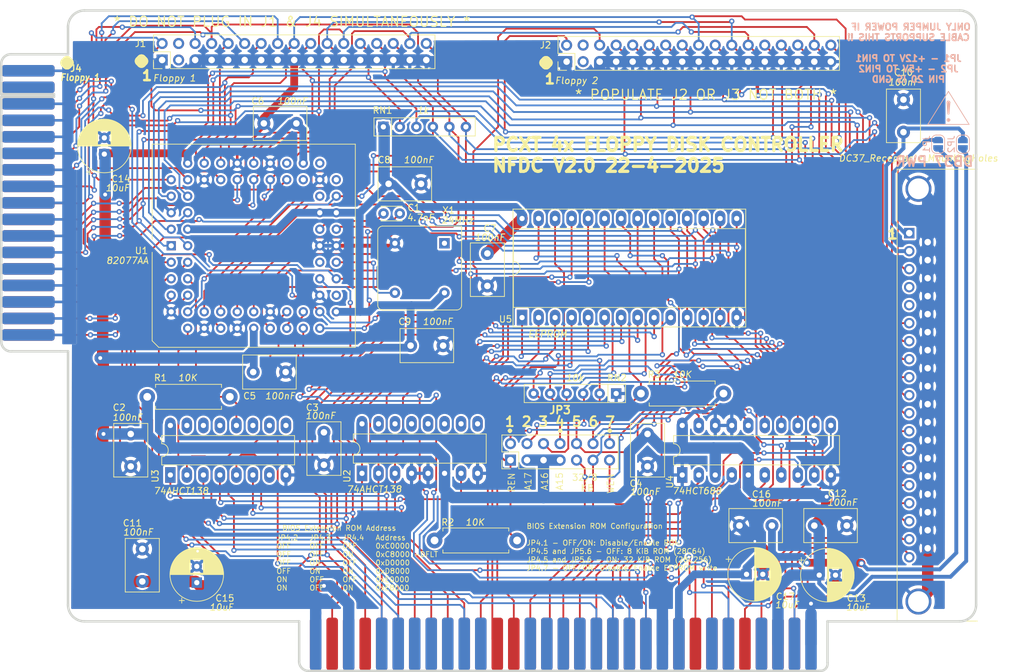
<source format=kicad_pcb>
(kicad_pcb (version 20240108) (generator "pcbnew") (generator_version "8.0")
  (title_block (title "Monster Floppy Disk Controller") (date "2021-12-02") (rev "1.0") (company "Designed by Sergey Kiselev") (comment 2 "Licensed under CERN-OHL-S: https://cern-ohl.web.cern.ch") (comment 3 "Documentation and design files: https://github.com/skiselev/monster-fdc") (comment 4 "Monster Floppy Disk Controller is an open source hardware project"))
  (layers (0 "F.Cu" signal "Front") (31 "B.Cu" signal "Back") (34 "B.Paste" user) (35 "F.Paste" user) (36 "B.SilkS" user "B.Silkscreen") (37 "F.SilkS" user "F.Silkscreen") (38 "B.Mask" user) (39 "F.Mask" user) (44 "Edge.Cuts" user))
  (net 0 "")
  (net 1 "/A0")
  (net 2 "/A1")
  (net 3 "/A10")
  (net 4 "/A11")
  (net 5 "/A12")
  (net 6 "/A13")
  (net 7 "/A14")
  (net 8 "/A15")
  (net 9 "/A16")
  (net 10 "/A17")
  (net 11 "/A18")
  (net 12 "/A19")
  (net 13 "/A2")
  (net 14 "/A3")
  (net 15 "/A4")
  (net 16 "/A5")
  (net 17 "/A6")
  (net 18 "/A7")
  (net 19 "/A8")
  (net 20 "/A9")
  (net 21 "/AEN")
  (net 22 "/D0")
  (net 23 "/D1")
  (net 24 "/D2")
  (net 25 "/D3")
  (net 26 "/D4")
  (net 27 "/D5")
  (net 28 "/D6")
  (net 29 "/D7")
  (net 30 "/DRQ2")
  (net 31 "/IRQ6")
  (net 32 "/TC")
  (net 33 "/~{DACK2}")
  (net 34 "/~{IOR}")
  (net 35 "/~{IOW}")
  (net 36 "/~{MEMR}")
  (net 37 "/~{MEMW}")
  (net 38 "GND")
  (net 39 "VCC")
  (net 40 "+12V")
  (net 42 "/RESETDRV")
  (net 43 "/DSKCG1")
  (net 44 "/HDSEL1")
  (net 45 "/RDATA1")
  (net 46 "/WP1")
  (net 47 "/TRK0_1")
  (net 48 "/WE1")
  (net 49 "/WDATA1")
  (net 50 "/STEP1")
  (net 51 "/DIR1")
  (net 52 "/INDEX1")
  (net 54 "/DENSL1")
  (net 55 "Net-(JP1-B)")
  (net 57 "/ME_C")
  (net 58 "/DS_D")
  (net 59 "/DS_C")
  (net 60 "/ME_D")
  (net 61 "Net-(JP2-B)")
  (net 63 "Net-(U1-HIFIL)")
  (net 64 "Net-(U1-LOFIL)")
  (net 66 "/DRATE1")
  (net 67 "/ME_A")
  (net 68 "/DS_B")
  (net 69 "/DS_A")
  (net 70 "/ME_B")
  (net 72 "Net-(JP3-Pin_1)")
  (net 73 "/~{ROM_CSI}")
  (net 74 "Net-(JP3-Pin_4)")
  (net 75 "Net-(JP3-Pin_6)")
  (net 76 "Net-(JP3-Pin_8)")
  (net 77 "/ROM_A13")
  (net 78 "/ROM_A14")
  (net 79 "Net-(JP3-Pin_14)")
  (net 80 "/~{0x3F0}")
  (net 82 "/FDC_CLK")
  (net 89 "Net-(U2-O7)")
  (footprint "My_Components:Conn_Edge_PCB_ISA8" (layer "F.Cu") (at 147.32 145.7325)
    (property "Reference" "BUS1" (hide yes))
    (property "Value" "BUSPC_DEV" (hide yes))
  )
  (footprint "Capacitor_THT:C_Disc_D8.0mm_W5.0mm_P5.00mm" (layer "F.Cu") (at 135.636 85.638 -90)
    (property "Reference" "C7")
    (property "Value" "100nF")
  )
  (footprint "Capacitor_THT:C_Disc_D8.0mm_W5.0mm_P5.00mm" (layer "F.Cu") (at 160.274 113.411 -90)
    (property "Reference" "C4")
    (property "Value" "100nF")
  )
  (footprint "Capacitor_THT:CP_Radial_D8.0mm_P2.50mm" (layer "F.Cu") (at 186.69 135.128)
    (property "Reference" "C13")
    (property "Value" "10uF")
  )
  (footprint "Resistor_THT:R_Array_SIP6" (layer "F.Cu") (at 119.634 66.167)
    (property "Reference" "RN1")
    (property "Value" "1k")
  )
  (footprint "Resistor_THT:R_Axial_DIN0411_L9.9mm_D3.6mm_P12.70mm_Horizontal" (layer "F.Cu") (at 127.508 129.794)
    (property "Reference" "R2")
    (property "Value" "10K")
  )
  (footprint "Package_DIP:DIP-20_W7.62mm_LongPads" (layer "F.Cu") (at 165.613 119.721 90)
    (property "Reference" "U4")
    (property "Value" "74HCT688")
  )
  (footprint "Capacitor_THT:C_Disc_D8.0mm_W5.0mm_P5.00mm" (layer "F.Cu") (at 179.411 127.508 180)
    (property "Reference" "C16")
    (property "Value" "100nF")
  )
  (footprint "Capacitor_THT:C_Disc_D8.0mm_W5.0mm_P5.00mm" (layer "F.Cu") (at 199.644 66.976 90)
    (property "Reference" "C10")
    (property "Value" "100nF")
  )
  (footprint "Capacitor_THT:C_Disc_D8.0mm_W5.0mm_P5.00mm" (layer "F.Cu") (at 99.608 103.886)
    (property "Reference" "C5")
    (property "Value" "100nF")
  )
  (footprint "Connector_Dsub:DSUB-37_Female_Horizontal_P2.77x2.84mm_EdgePinOffset7.70mm_Housed_MountingHolesOffset9.12mm" (layer "F.Cu") (at 200.533 82.512 90)
    (property "Reference" "J3" (hide yes))
    (property "Value" "DC37_Receptacle_MountingHoles")
  )
  (footprint "Capacitor_THT:C_Disc_D8.0mm_W5.0mm_P5.00mm" (layer "F.Cu") (at 80.772 113.411 -90)
    (property "Reference" "C2")
    (property "Value" "100nF")
  )
  (footprint "Package_DIP:DIP-16_W7.62mm_LongPads" (layer "F.Cu") (at 86.868 119.721 90)
    (property "Reference" "U3")
    (property "Value" "74AHCT138")
  )
  (footprint "Resistor_THT:R_Array_SIP6" (layer "F.Cu") (at 155.448 107.188 180)
    (property "Reference" "RN2")
    (property "Value" "10k")
  )
  (footprint "Capacitor_THT:C_Disc_D3.0mm_W2.0mm_P2.50mm" (layer "F.Cu") (at 119.654 79.502)
    (property "Reference" "C1")
    (property "Value" "4.7nF")
  )
  (footprint "Capacitor_THT:C_Disc_D8.0mm_W5.0mm_P5.00mm" (layer "F.Cu") (at 106.2482 65.6336 180)
    (property "Reference" "C6")
    (property "Value" "100nF")
  )
  (footprint "Connector_PinHeader_2.54mm:PinHeader_2x17_P2.54mm_Vertical" (layer "F.Cu") (at 85.598 55.88 90)
    (property "Reference" "J1")
    (property "Value" "Floppy 1")
  )
  (footprint "Capacitor_THT:C_Disc_D8.0mm_W5.0mm_P5.00mm" (layer "F.Cu") (at 82.55 136.104 90)
    (property "Reference" "C11")
    (property "Value" "100nF")
  )
  (footprint "Connector_PinHeader_2.54mm:PinHeader_2x07_P2.54mm_Vertical" (layer "F.Cu") (at 139.192 117.435 90)
    (property "Reference" "JP3")
    (property "Value" "ROM_CONFIG")
  )
  (footprint "Package_DIP:DIP-16_W7.62mm_LongPads" (layer "F.Cu") (at 116.347 119.467 90)
    (property "Reference" "U2")
    (property "Value" "74AHCT138")
  )
  (footprint "Capacitor_THT:C_Disc_D8.0mm_W5.0mm_P5.00mm" (layer "F.Cu") (at 123.825 99.822)
    (property "Reference" "C9")
    (property "Value" "100nF")
  )
  (footprint "Capacitor_THT:C_Disc_D8.0mm_W5.0mm_P5.00mm" (layer "F.Cu") (at 120.436 74.93)
    (property "Reference" "C8")
    (property "Value" "100nF")
  )
  (footprint "Capacitor_THT:C_Disc_D8.0mm_W5.0mm_P5.00mm" (layer "F.Cu") (at 185.928 127.508)
    (property "Reference" "C12")
    (property "Value" "100nF")
  )
  (footprint "Capacitor_THT:C_Disc_D8.0mm_W5.0mm_P5.00mm" (layer "F.Cu") (at 110.49 113.157 -90)
    (property "Reference" "C3")
    (property "Value" "100nF")
  )
  (footprint "Package_LCC:PLCC-68_THT-Socket" (layer "F.Cu") (at 86.995 84.455 90)
    (property "Reference" "U1")
    (property "Value" "82077AA")
  )
  (footprint "Capacitor_THT:CP_Radial_D8.0mm_P2.50mm" (layer "F.Cu") (at 90.932 136.280651 90)
    (property "Reference" "C15")
    (property "Value" "10uF")
  )
  (footprint "Capacitor_THT:CP_Radial_D8.0mm_P2.50mm" (layer "F.Cu") (at 175.504349 135.001)
    (property "Reference" "C17")
    (property "Value" "10uF")
  )
  (footprint "Capacitor_THT:CP_Radial_D8.0mm_P2.50mm" (layer "F.Cu") (at 76.708 70.358 90)
    (property "Reference" "C14")
    (property "Value" "10uF")
  )
  (footprint "My_Components:Conn_Edge_PCB_34way" (layer "F.Cu") (at 64.9962 95.641 -90)
    (property "Reference" "J4")
    (property "Value" "Floppy 1")
  )
  (footprint "Oscillator:Oscillator_DIP-8" (layer "F.Cu") (at 129.032 84.074 180)
    (property "Reference" "X1")
    (property "Value" "24MHz")
  )
  (footprint "Resistor_THT:R_Axial_DIN0411_L9.9mm_D3.6mm_P12.70mm_Horizontal" (layer "F.Cu") (at 83.312 107.696)
    (property "Reference" "R1")
    (property "Value" "10K")
  )
  (footprint "Connector_PinHeader_2.54mm:PinHeader_2x17_P2.54mm_Vertical" (layer "F.Cu") (at 147.828 56.134 90)
    (property "Reference" "J2")
    (property "Value" "Floppy 2")
  )
  (footprint "Resistor_THT:R_Axial_DIN0411_L9.9mm_D3.6mm_P12.70mm_Horizontal" (layer "F.Cu") (at 171.958 107.188 180)
    (property "Reference" "R3")
    (property "Value" "10K")
  )
  (footprint "Package_DIP:DIP-28_W15.24mm_Socket_LongPads" (layer "F.Cu") (at 140.97 95.504 90)
    (property "Reference" "U5")
    (property "Value" "EEPROM")
  )
  (footprint "JumperOpen2:SolderJumper-2_P1.3mm_Open_RoundedPad1.0x1.5mm" (layer "B.Cu") (at 204.978 68.834 90)
    (property "Reference" "JP1")
    (property "Value" "EXT Floppy 12V")
  )
  (footprint "JumperOpen2:SolderJumper-2_P1.3mm_Open_RoundedPad1.0x1.5mm" (layer "B.Cu") (at 208.788 68.834 90)
    (property "Reference" "JP2")
    (property "Value" "EXT Floppy 5V")
  )
  (gr_line (start 206.5655 60.706) (end 203.3905 65.786) (stroke (width 0.12)) (layer "B.SilkS"))
  (gr_line (start 209.7405 65.786) (end 206.5655 60.706) (stroke (width 0.12)) (layer "B.SilkS"))
  (gr_line (start 203.3905 65.786) (end 209.7405 65.786) (stroke (width 0.12)) (layer "B.SilkS"))
  (gr_arc (start 73.66 142.24) (mid 71.863949 141.496051) (end 71.12 139.7) (stroke (width 0.381)) (layer "Edge.Cuts"))
  (gr_arc (start 187.960299 148.589701) (mid 187.696907 149.490821) (end 186.833716 149.86) (stroke (width 0.381)) (layer "Edge.Cuts"))
  (gr_line (start 60.8584 61.1378) (end 68.961 61.1378) (stroke (width 0.381)) (layer "Edge.Cuts"))
  (gr_arc (start 210.82 139.7) (mid 210.076051 141.496051) (end 208.28 142.24) (stroke (width 0.381)) (layer "Edge.Cuts"))
  (gr_line (start 71.12 139.7) (end 71.12 100.698269) (stroke (width 0.381)) (layer "Edge.Cuts"))
  (gr_arc (start 108.331077 149.86) (mid 107.121461 149.450931) (end 106.68 148.252757) (stroke (width 0.381)) (layer "Edge.Cuts"))
  (gr_line (start 62.466443 55) (end 70 55) (stroke (width 0.381)) (layer "Edge.Cuts"))
  (gr_line (start 73.66 48.26) (end 208.28 48.26) (stroke (width 0.381)) (layer "Edge.Cuts"))
  (gr_line (start 68.961 61.1378) (end 68.961 61.5442) (stroke (width 0.381)) (layer "Edge.Cuts"))
  (gr_line (start 108.331 149.86) (end 186.84 149.86) (stroke (width 0.381)) (layer "Edge.Cuts"))
  (gr_line (start 68.961 61.5442) (end 60.8584 61.5442) (stroke (width 0.381)) (layer "Edge.Cuts"))
  (gr_line (start 62.522816 100.698269) (end 69.9492 100.698269) (stroke (width 0.381)) (layer "Edge.Cuts"))
  (gr_line (start 73.66 142.24) (end 106.68 142.24) (stroke (width 0.381)) (layer "Edge.Cuts"))
  (gr_line (start 187.96 142.24) (end 208.28 142.24) (stroke (width 0.381)) (layer "Edge.Cuts"))
  (gr_line (start 70 55) (end 71.12 55) (stroke (width 0.381)) (layer "Edge.Cuts"))
  (gr_arc (start 71.12 50.8) (mid 71.863949 49.003949) (end 73.66 48.26) (stroke (width 0.381)) (layer "Edge.Cuts"))
  (gr_line (start 106.68 142.24) (end 106.68 148.26) (stroke (width 0.381)) (layer "Edge.Cuts"))
  (gr_line (start 60.8584 61.1378) (end 60.8584 56.651077) (stroke (width 0.381)) (layer "Edge.Cuts"))
  (gr_arc (start 208.28 48.26) (mid 210.076051 49.003949) (end 210.82 50.8) (stroke (width 0.381)) (layer "Edge.Cuts"))
  (gr_line (start 210.82 50.8) (end 210.82 139.7) (stroke (width 0.381)) (layer "Edge.Cuts"))
  (gr_arc (start 60.8592 56.651077) (mid 61.268259 55.441442) (end 62.466443 55) (stroke (width 0.381)) (layer "Edge.Cuts"))
  (gr_line (start 187.96 142.24) (end 187.96 148.59) (stroke (width 0.381)) (layer "Edge.Cuts"))
  (gr_line (start 69.9492 100.698269) (end 71.12 100.698269) (stroke (width 0.381)) (layer "Edge.Cuts"))
  (gr_line (start 60.8584 61.5442) (end 60.8584 99.091026) (stroke (width 0.381)) (layer "Edge.Cuts"))
  (gr_line (start 71.12 55) (end 71.12 50.8) (stroke (width 0.381)) (layer "Edge.Cuts"))
  (gr_arc (start 62.522816 100.698269) (mid 61.313181 100.28921) (end 60.871739 99.091026) (stroke (width 0.381)) (layer "Edge.Cuts"))
  (gr_text "!" (at 206.5655 63.881 0) (layer "B.SilkS") (effects (font (size 3 3) (thickness 0.3)) (justify mirror)))
  (gr_text "DB37 PWR" (at 210.566 72.39 0) (layer "B.SilkS") (effects (font (size 1.524 1.524) (thickness 0.3048) (bold yes)) (justify left bottom mirror)))
  (gr_text "ONLY JUMPER POWER IF \nCABLE SUPPORTS THIS !!\n\nJP1 - +12V TO PIN1\nJP2 - +5V TO PIN2\nPIN 20 IS GND" (at 200.406 59.436 0) (layer "B.SilkS") (effects (font (size 1 1) (thickness 0.25) (bold yes)) (justify bottom mirror)))
  (gr_text "32/8\n KB" (at 150.622 120.904 0) (layer "F.SilkS") (effects (font (size 1 1) (thickness 0.125))))
  (gr_text "JP4.4\nOFF\nON\nOFF\nON\nOFF\nON" (at 113.284 133.223 0) (layer "F.SilkS") (effects (font (size 0.8 0.8) (thickness 0.12)) (justify left)))
  (gr_text "Address\n0xC0000\n0xC8000 -DFLT\n0xD0000\n0xD8000\n0xE0000\n0xE8000" (at 118.364 133.223 0) (layer "F.SilkS") (effects (font (size 0.8 0.8) (thickness 0.12)) (justify left)))
  (gr_text "JP4.2\nOFF\nOFF\nOFF\nOFF\nON\nON" (at 103.124 133.223 0) (layer "F.SilkS") (effects (font (size 0.8 0.8) (thickness 0.12)) (justify left)))
  (gr_text "BIOS Extension ROM Address" (at 104.013 127.889 0) (layer "F.SilkS") (effects (font (size 0.8 0.8) (thickness 0.12)) (justify left)))
  (gr_text "JP4.3\nOFF\nOFF\nON\nON\nOFF\nOFF" (at 108.204 133.223 0) (layer "F.SilkS") (effects (font (size 0.8 0.8) (thickness 0.12)) (justify left)))
  (gr_text "BIOS Extension ROM Configuration\n\nJP4.1 - OFF/ON: Disable/Enable ROM\nJP4.5 and JP5.6 - OFF: 8 KiB ROM (28C64)\nJP4.5 and JP5.6 - ON: 32 KiB ROM (28C256)\nJP4.7 - OFF/ON: Disable/Enable EEPROM write" (at 141.605 130.81 0) (layer "F.SilkS") (effects (font (size 0.8 0.8) (thickness 0.12)) (justify left)))
  (gr_text "* DO NOT PLUG IN J1 & J4 SIMULTANEOUSLY *" (at 77.978 50.8762 0) (layer "F.SilkS") (effects (font (size 1.524 1.524) (thickness 0.1905)) (justify left bottom)))
  (gr_text "." (at 142.24 57.404 0) (layer "F.SilkS") (effects (font (size 6 6) (thickness 1.5) (bold yes)) (justify left bottom)))
  (gr_text "." (at 80.01 57.15 0) (layer "F.SilkS") (effects (font (size 6 6) (thickness 1.5) (bold yes)) (justify left bottom)))
  (gr_text "." (at 138.303 113.284 0) (layer "F.SilkS") (effects (font (size 2 2) (thickness 0.5) (bold yes)) (justify left bottom)))
  (gr_text "1 2 3 4 5 6 7" (at 138.176 112.395 0) (layer "F.SilkS") (effects (font (size 1.5 1.5) (thickness 0.3048) (bold yes)) (justify left bottom)))
  (gr_text "REN" (at 139.954 122.428 90) (layer "F.SilkS") (effects (font (size 1 1) (thickness 0.125)) (justify left bottom)))
  (gr_text "1" (at 82.296 59.182 0) (layer "F.SilkS") (effects (font (size 1.524 1.524) (thickness 0.381) (bold yes)) (justify left bottom)))
  (gr_text "1" (at 144.272 59.69 0) (layer "F.SilkS") (effects (font (size 1.524 1.524) (thickness 0.381) (bold yes)) (justify left bottom)))
  (gr_text "PCXT 4x FLOPPY DISK CONTROLLER\nNFDC V2.0 22-4-2025" (at 136.144 73.279 0) (layer "F.SilkS") (effects (font (size 2 2) (thickness 0.5) (bold yes)) (justify left bottom)))
  (gr_text "A15" (at 147.32 122.174 90) (layer "F.SilkS") (effects (font (size 1 1) (thickness 0.125)) (justify left bottom)))
  (gr_text "A17" (at 142.494 122.174 90) (layer "F.SilkS") (effects (font (size 1 1) (thickness 0.125)) (justify left bottom)))
  (gr_text "A16" (at 145.034 122.174 90) (layer "F.SilkS") (effects (font (size 1 1) (thickness 0.125)) (justify left bottom)))
  (gr_text "." (at 68.5546 57.404 0) (layer "F.SilkS") (effects (font (size 6 6) (thickness 1.5) (bold yes)) (justify left bottom)))
  (gr_text "." (at 153.67 113.284 0) (layer "F.SilkS") (effects (font (size 2 2) (thickness 0.5) (bold yes)) (justify left bottom)))
  (gr_text "WEN" (at 155.194 122.682 90) (layer "F.SilkS") (effects (font (size 1 1) (thickness 0.125)) (justify left bottom)))
  (gr_text "* POPULATE J2 OR J3 NOT BOTH *" (at 148.971 62.103 0) (layer "F.SilkS") (effects (font (size 1.524 1.524) (thickness 0.1905)) (justify left bottom)))
  (gr_text "." (at 146.05 113.284 0) (layer "F.SilkS") (effects (font (size 2 2) (thickness 0.5) (bold yes)) (justify left bottom)))
  (gr_text "1" (at 196.977 83.55 0) (layer "F.SilkS") (effects (font (size 1.524 1.524) (thickness 0.381) (bold yes)) (justify left bottom)))
  (segment (start 84.074 122.936) (end 96.266 135.128) (width 0.275) (layer "F.Cu") (net 1))
  (segment (start 109.22 140.97) (end 112.522 137.668) (width 0.275) (layer "F.Cu") (net 1))
  (segment (start 136.906 96.774) (end 136.271 96.139) (width 0.275) (layer "F.Cu") (net 1))
  (segment (start 86.995 92.7354) (end 81.407 98.3234) (width 0.275) (layer "F.Cu") (net 1))
  (segment (start 81.407 98.3234) (end 81.407 108.585) (width 0.275) (layer "F.Cu") (net 1))
  (segment (start 96.266 135.128) (end 107.95 135.128) (width 0.275) (layer "F.Cu") (net 1))
  (segment (start 84.074 111.252) (end 84.074 122.936) (width 0.275) (layer "F.Cu") (net 1))
  (segment (start 112.522 135.509) (end 109.855 132.842) (width 0.275) (layer "F.Cu") (net 1))
  (segment (start 81.407 108.585) (end 84.074 111.252) (width 0.275) (layer "F.Cu") (net 1))
  (segment (start 112.522 137.668) (end 112.522 135.509) (width 0.275) (layer "F.Cu") (net 1))
  (segment (start 109.855 132.842) (end 109.855 131.699) (width 0.275) (layer "F.Cu") (net 1))
  (segment (start 106.807 109.22) (end 106.807 120.142) (width 0.275) (layer "F.Cu") (net 1))
  (segment (start 136.271 96.139) (end 119.888 96.139) (width 0.275) (layer "F.Cu") (net 1))
  (segment (start 109.855 133.223) (end 109.855 131.699) (width 0.275) (layer "F.Cu") (net 1))
  (segment (start 109.22 145.7325) (end 109.22 140.97) (width 0.275) (layer "F.Cu") (net 1))
  (segment (start 119.888 96.139) (end 106.807 109.22) (width 0.275) (layer "F.Cu") (net 1))
  (segment (start 106.807 120.142) (end 109.855 123.19) (width 0.275) (layer "F.Cu") (net 1))
  (segment (start 107.95 135.128) (end 109.855 133.223) (width 0.275) (layer "F.Cu") (net 1))
  (segment (start 109.855 123.19) (end 109.855 131.699) (width 0.275) (layer "F.Cu") (net 1))
  (segment (start 86.995 92.075) (end 86.995 92.7354) (width 0.275) (layer "F.Cu") (net 1))
  (via (at 136.906 96.774) (size 0.8) (drill 0.4) (layers "F.Cu" "B.Cu") (net 1))
  (segment (start 162.179 97.155) (end 163.83 95.504) (width 0.275) (layer "B.Cu") (net 1))
  (segment (start 136.906 96.774) (end 137.287 97.155) (width 0.275) (layer "B.Cu") (net 1))
  (segment (start 137.287 97.155) (end 162.179 97.155) (width 0.275) (layer "B.Cu") (net 1))
  (segment (start 136.144 97.536) (end 135.763 97.155) (width 0.275) (layer "F.Cu") (net 2))
  (segment (start 106.299 134.239) (end 96.635136 134.239) (width 0.275) (layer "F.Cu") (net 2))
  (segment (start 88.265 95.9612) (end 88.2142 95.9612) (width 0.275) (layer "F.Cu") (net 2))
  (segment (start 96.635136 134.239) (end 85.09 122.693864) (width 0.275) (layer "F.Cu") (net 2))
  (segment (start 88.2142 95.9612) (end 85.09 99.0854) (width 0.275) (layer "F.Cu") (net 2))
  (segment (start 88.265 93.345) (end 88.265 95.9612) (width 0.275) (layer "F.Cu") (net 2))
  (segment (start 113.284 138.684) (end 111.76 140.208) (width 0.275) (layer "F.Cu") (net 2))
  (segment (start 110.808 122.746) (end 110.808 131.826) (width 0.275) (layer "F.Cu") (net 2))
  (segment (start 85.09 122.693864) (end 85.09 99.0854) (width 0.275) (layer "F.Cu") (net 2))
  (segment (start 113.284 134.239) (end 113.284 138.684) (width 0.275) (layer "F.Cu") (net 2))
  (segment (start 108.458 132.08) (end 106.299 134.239) (width 0.275) (layer "F.Cu") (net 2))
  (segment (start 107.823 109.601) (end 107.823 119.761) (width 0.275) (layer "F.Cu") (net 2))
  (segment (start 120.269 97.155) (end 107.823 109.601) (width 0.275) (layer "F.Cu") (net 2))
  (segment (start 107.823 119.761) (end 110.808 122.746) (width 0.275) (layer "F.Cu") (net 2))
  (segment (start 110.808 131.826) (end 110.998 132.016) (width 0.275) (layer "F.Cu") (net 2))
  (segment (start 135.763 97.155) (end 120.269 97.155) (width 0.275) (layer "F.Cu") (net 2))
  (segment (start 88.265 93.345) (end 89.535 92.075) (width 0.275) (layer "F.Cu") (net 2))
  (segment (start 111.061 132.016) (end 113.284 134.239) (width 0.275) (layer "F.Cu") (net 2))
  (segment (start 110.998 132.016) (end 111.061 132.016) (width 0.275) (layer "F.Cu") (net 2))
  (segment (start 111.76 140.208) (end 111.76 145.7325) (width 0.275) (layer "F.Cu") (net 2))
  (segment (start 161.29 95.504) (end 161.29 98.425) (width 0.275) (layer "F.Cu") (net 2))
  (via (at 110.998 132.016) (size 0.8) (drill 0.4) (layers "F.Cu" "B.Cu") (net 2))
  (via (at 108.458 132.08) (size 0.8) (drill 0.4) (layers "F.Cu" "B.Cu") (net 2))
  (via (at 136.144 97.536) (size 0.8) (drill 0.4) (layers "F.Cu" "B.Cu") (net 2))
  (via (at 161.29 98.425) (size 0.8) (drill 0.4) (layers "F.Cu" "B.Cu") (net 2))
  (segment (start 136.398 97.79) (end 160.655 97.79) (width 0.275) (layer "B.Cu") (net 2))
  (segment (start 108.458 132.08) (end 110.934 132.08) (width 0.275) (layer "B.Cu") (net 2))
  (segment (start 160.655 97.79) (end 161.29 98.425) (width 0.275) (layer "B.Cu") (net 2))
  (segment (start 110.934 132.08) (end 110.998 132.016) (width 0.275) (layer "B.Cu") (net 2))
  (segment (start 136.144 97.536) (end 136.398 97.79) (width 0.275) (layer "B.Cu") (net 2))
  (segment (start 137.033 104.775) (end 135.699 106.109) (width 0.275) (layer "F.Cu") (net 3))
  (segment (start 159.975 88.601) (end 158.75 87.376) (width 0.275) (layer "F.Cu") (net 3))
  (segment (start 134.62 139.192) (end 134.62 145.7325) (width 0.275) (layer "F.Cu") (net 3))
  (segment (start 158.75 87.376) (end 158.75 80.264) (width 0.275) (layer "F.Cu") (net 3))
  (segment (start 135.699 106.109) (end 135.699 138.113) (width 0.275) (layer "F.Cu") (net 3))
  (segment (start 135.699 138.113) (end 134.62 139.192) (width 0.275) (layer "F.Cu") (net 3))
  (segment (start 159.975 103.931) (end 159.975 88.601) (width 0.275) (layer "F.Cu") (net 3))
  (segment (start 159.766 104.14) (end 159.975 103.931) (width 0.275) (layer "F.Cu") (net 3))
  (via (at 137.033 104.775) (size 0.8) (drill 0.4) (layers "F.Cu" "B.Cu") (net 3))
  (via (at 159.766 104.14) (size 0.8) (drill 0.4) (layers "F.Cu" "B.Cu") (net 3))
  (segment (start 155.702 104.775) (end 156.337 104.14) (width 0.275) (layer "B.Cu") (net 3))
  (segment (start 137.033 104.775) (end 137.922 105.664) (width 0.275) (layer "B.Cu") (net 3))
  (segment (start 137.922 105.664) (end 149.86 105.664) (width 0.275) (layer "B.Cu") (net 3))
  (segment (start 149.86 105.664) (end 150.749 104.775) (width 0.275) (layer "B.Cu") (net 3))
  (segment (start 156.337 104.14) (end 159.766 104.14) (width 0.275) (layer "B.Cu") (net 3))
  (segment (start 150.749 104.775) (end 155.702 104.775) (width 0.275) (layer "B.Cu") (net 3))
  (segment (start 136.398 144.9705) (end 137.16 145.7325) (width 0.275) (layer "F.Cu") (net 4))
  (segment (start 154.895 103.8405) (end 154.895 89.363) (width 0.275) (layer "F.Cu") (net 4))
  (segment (start 136.398 106.553) (end 136.398 144.9705) (width 0.275) (layer "F.Cu") (net 4))
  (segment (start 154.895 89.363) (end 153.67 88.138) (width 0.275) (layer "F.Cu") (net 4))
  (segment (start 155.067 104.0125) (end 154.895 103.8405) (width 0.275) (layer "F.Cu") (net 4))
  (segment (start 153.67 88.138) (end 153.67 80.264) (width 0.275) (layer "F.Cu") (net 4))
  (segment (start 138.43 104.775) (end 138.176 104.775) (width 0.275) (layer "F.Cu") (net 4))
  (segment (start 138.176 104.775) (end 136.398 106.553) (width 0.275) (layer "F.Cu") (net 4))
  (via (at 155.067 104.0125) (size 0.8) (drill 0.4) (layers "F.Cu" "B.Cu") (net 4))
  (via (at 138.43 104.775) (size 0.8) (drill 0.4) (layers "F.Cu" "B.Cu") (net 4))
  (segment (start 150.368 104.14) (end 154.9395 104.14) (width 0.275) (layer "B.Cu") (net 4))
  (segment (start 149.606 104.902) (end 150.368 104.14) (width 0.275) (layer "B.Cu") (net 4))
  (segment (start 138.43 104.775) (end 138.557 104.902) (width 0.275) (layer "B.Cu") (net 4))
  (segment (start 154.9395 104.14) (end 155.067 104.0125) (width 0.275) (layer "B.Cu") (net 4))
  (segment (start 138.557 104.902) (end 149.606 104.902) (width 0.275) (layer "B.Cu") (net 4))
  (segment (start 143.51 100.965) (end 143.51 95.504) (width 0.275) (layer "F.Cu") (net 5))
  (segment (start 139.7 145.7325) (end 139.7 139.065) (width 0.275) (layer "F.Cu") (net 5))
  (segment (start 139.7 139.065) (end 137.16 136.525) (width 0.275) (layer "F.Cu") (net 5))
  (segment (start 137.16 107.315) (end 143.51 100.965) (width 0.275) (layer "F.Cu") (net 5))
  (segment (start 137.16 136.525) (end 137.16 107.315) (width 0.275) (layer "F.Cu") (net 5))
  (segment (start 142.24 145.7325) (end 142.24 138.938) (width 0.275) (layer "F.Cu") (net 6))
  (segment (start 183.393 109.86) (end 183.393 112.101) (width 0.275) (layer "F.Cu") (net 6))
  (segment (start 150.622 118.705) (end 149.352 117.435) (width 0.275) (layer "F.Cu") (net 6))
  (segment (start 175.641 102.108) (end 183.393 109.86) (width 0.275) (layer "F.Cu") (net 6))
  (segment (start 150.622 130.556) (end 150.622 118.705) (width 0.275) (layer "F.Cu") (net 6))
  (segment (start 161.29 108.331) (end 161.29 104.648) (width 0.275) (layer "F.Cu") (net 6))
  (segment (start 156.21 113.411) (end 161.29 108.331) (width 0.275) (layer "F.Cu") (net 6))
  (segment (start 156.21 114.046) (end 156.21 113.411) (width 0.275) (layer "F.Cu") (net 6))
  (segment (start 163.83 102.108) (end 168.148 102.108) (width 0.275) (layer "F.Cu") (net 6))
  (segment (start 142.24 138.938) (end 150.622 130.556) (width 0.275) (layer "F.Cu") (net 6))
  (segment (start 161.29 104.648) (end 163.83 102.108) (width 0.275) (layer "F.Cu") (net 6))
  (via (at 168.148 102.108) (size 0.8) (drill 0.4) (layers "F.Cu" "B.Cu") (net 6))
  (via (at 156.21 114.046) (size 0.8) (drill 0.4) (layers "F.Cu" "B.Cu") (net 6))
  (via (at 175.641 102.108) (size 0.8) (drill 0.4) (layers "F.Cu" "B.Cu") (net 6))
  (via (at 150.622 120.015) (size 0.8) (drill 0.4) (layers "F.Cu" "B.Cu") (net 6))
  (segment (start 155.194 120.015) (end 150.622 120.015) (width 0.275) (layer "B.Cu") (net 6))
  (segment (start 155.956 119.253) (end 155.194 120.015) (width 0.275) (layer "B.Cu") (net 6))
  (segment (start 156.21 114.046) (end 155.956 114.3) (width 0.275) (layer "B.Cu") (net 6))
  (segment (start 175.641 102.108) (end 168.148 102.108) (width 0.275) (layer "B.Cu") (net 6))
  (segment (start 155.956 114.3) (end 155.956 119.253) (width 0.275) (layer "B.Cu") (net 6))
  (segment (start 172.593 103.886) (end 178.313 109.606) (width 0.275) (layer "F.Cu") (net 7))
  (segment (start 178.313 109.606) (end 178.313 112.101) (width 0.275) (layer "F.Cu") (net 7))
  (segment (start 145.243 145.2695) (end 145.243 137.84) (width 0.275) (layer "F.Cu") (net 7))
  (segment (start 164.084 103.886) (end 172.593 103.886) (width 0.275) (layer "F.Cu") (net 7))
  (segment (start 163.068 108.712) (end 163.068 104.902) (width 0.275) (layer "F.Cu") (net 7))
  (segment (start 145.243 137.84) (end 151.892 131.191) (width 0.275) (layer "F.Cu") (net 7))
  (segment (start 163.068 104.902) (end 164.084 103.886) (width 0.275) (layer "F.Cu") (net 7))
  (segment (start 161.29 111.887) (end 161.29 110.49) (width 0.275) (layer "F.Cu") (net 7))
  (segment (start 161.29 110.49) (end 163.068 108.712) (width 0.275) (layer "F.Cu") (net 7))
  (segment (start 151.892 131.191) (end 151.892 117.435) (width 0.275) (layer "F.Cu") (net 7))
  (via (at 161.29 111.887) (size 0.8) (drill 0.4) (layers "F.Cu" "B.Cu") (net 7))
  (segment (start 158.242 113.284) (end 153.924 113.284) (width 0.275) (layer "B.Cu") (net 7))
  (segment (start 153.162 114.046) (end 153.162 116.165) (width 0.275) (layer "B.Cu") (net 7))
  (segment (start 153.162 116.165) (end 151.892 117.435) (width 0.275) (layer "B.Cu") (net 7))
  (segment (start 161.29 111.887) (end 159.639 111.887) (width 0.275) (layer "B.Cu") (net 7))
  (segment (start 153.924 113.284) (end 153.162 114.046) (width 0.275) (layer "B.Cu") (net 7))
  (segment (start 159.639 111.887) (end 158.242 113.284) (width 0.275) (layer "B.Cu") (net 7))
  (segment (start 173.228 116.332) (end 171.958 117.602) (width 0.275) (layer "F.Cu") (net 8))
  (segment (start 171.958 121.031) (end 171.069 121.92) (width 0.275) (layer "F.Cu") (net 8))
  (segment (start 159.004 125.73) (end 147.32 137.414) (width 0.275) (layer "F.Cu") (net 8))
  (segment (start 171.069 121.92) (end 168.91 121.92) (width 0.275) (layer "F.Cu") (net 8))
  (segment (start 171.958 117.602) (end 171.958 121.031) (width 0.275) (layer "F.Cu") (net 8))
  (segment (start 165.1 125.73) (end 159.004 125.73) (width 0.275) (layer "F.Cu") (net 8))
  (segment (start 178.181 116.332) (end 173.228 116.332) (width 0.275) (layer "F.Cu") (net 8))
  (segment (start 168.91 121.92) (end 165.1 125.73) (width 0.275) (layer "F.Cu") (net 8))
  (segment (start 147.32 137.414) (end 147.32 145.7325) (width 0.275) (layer "F.Cu") (net 8))
  (via (at 178.181 116.332) (size 0.8) (drill 0.4) (layers "F.Cu" "B.Cu") (net 8))
  (segment (start 188.473 115.311) (end 188.473 112.101) (width 0.275) (layer "B.Cu") (net 8))
  (segment (start 178.181 116.332) (end 187.452 116.332) (width 0.275) (layer "B.Cu") (net 8))
  (segment (start 187.452 116.332) (end 188.473 115.311) (width 0.275) (layer "B.Cu") (net 8))
  (segment (start 169.672 122.555) (end 173.609 122.555) (width 0.275) (layer "F.Cu") (net 9))
  (segment (start 149.86 136.398) (end 159.258 127) (width 0.275) (layer "F.Cu") (net 9))
  (segment (start 173.609 122.555) (end 174.498 121.666) (width 0.275) (layer "F.Cu") (net 9))
  (segment (start 165.227 127) (end 169.672 122.555) (width 0.275) (layer "F.Cu") (net 9))
  (segment (start 175.26 117.348) (end 177.419 117.348) (width 0.275) (layer "F.Cu") (net 9))
  (segment (start 149.86 145.7325) (end 149.86 136.398) (width 0.275) (layer "F.Cu") (net 9))
  (segment (start 174.498 118.11) (end 175.26 117.348) (width 0.275) (layer "F.Cu") (net 9))
  (segment (start 174.498 121.666) (end 174.498 118.11) (width 0.275) (layer "F.Cu") (net 9))
  (segment (start 159.258 127) (end 165.227 127) (width 0.275) (layer "F.Cu") (net 9))
  (via (at 177.419 117.348) (size 0.8) (drill 0.4) (layers "F.Cu" "B.Cu") (net 9))
  (segment (start 182.88 117.348) (end 183.393 117.861) (width 0.275) (layer "B.Cu") (net 9))
  (segment (start 183.393 117.861) (end 183.393 119.721) (width 0.275) (layer "B.Cu") (net 9))
  (segment (start 177.419 117.348) (end 182.88 117.348) (width 0.275) (layer "B.Cu") (net 9))
  (segment (start 159.512 128.016) (end 165.735 128.016) (width 0.275) (layer "F.Cu") (net 10))
  (segment (start 170.434 123.317) (end 176.022 123.317) (width 0.275) (layer "F.Cu") (net 10))
  (segment (start 178.313 121.026) (end 178.313 119.721) (width 0.275) (layer "F.Cu") (net 10))
  (segment (start 152.4 135.128) (end 159.512 128.016) (width 0.275) (layer "F.Cu") (net 10))
  (segment (start 176.022 123.317) (end 178.313 121.026) (width 0.275) (layer "F.Cu") (net 10))
  (segment (start 165.735 128.016) (end 170.434 123.317) (width 0.275) (layer "F.Cu") (net 10))
  (segment (start 152.4 145.7325) (end 152.4 135.128) (width 0.275) (layer "F.Cu") (net 10))
  (segment (start 154.94 133.985) (end 154.94 145.7325) (width 0.275) (layer "F.Cu") (net 11))
  (segment (start 170.688 124.841) (end 166.497 129.032) (width 0.275) (layer "F.Cu") (net 11))
  (segment (start 159.893 129.032) (end 154.94 133.985) (width 0.275) (layer "F.Cu") (net 11))
  (segment (start 166.497 129.032) (end 159.893 129.032) (width 0.275) (layer "F.Cu") (net 11))
  (via (at 170.688 124.841) (size 0.8) (drill 0.4) (layers "F.Cu" "B.Cu") (net 11))
  (segment (start 170.688 122.692) (end 173.233 120.147) (width 0.275) (layer "B.Cu") (net 11))
  (segment (start 170.688 124.841) (end 170.688 122.692) (width 0.275) (layer "B.Cu") (net 11))
  (segment (start 168.153 120.899) (end 168.153 119.721) (width 0.275) (layer "F.Cu") (net 12))
  (segment (start 161.417 130.048) (end 157.48 133.985) (width 0.275) (layer "F.Cu") (net 12))
  (segment (start 165.1 130.048) (end 161.417 130.048) (width 0.275) (layer "F.Cu") (net 12))
  (segment (start 157.48 133.985) (end 157.48 145.7325) (width 0.275) (layer "F.Cu") (net 12))
  (segment (start 164.973 124.079) (end 168.153 120.899) (width 0.275) (layer "F.Cu") (net 12))
  (via (at 165.1 130.048) (size 0.8) (drill 0.4) (layers "F.Cu" "B.Cu") (net 12))
  (via (at 164.973 124.079) (size 0.8) (drill 0.4) (layers "F.Cu" "B.Cu") (net 12))
  (segment (start 164.973 124.079) (end 164.973 129.921) (width 0.275) (layer "B.Cu") (net 12))
  (segment (start 164.973 129.921) (end 165.1 130.048) (width 0.275) (layer "B.Cu") (net 12))
  (segment (start 130.488001 98.171) (end 130.460001 98.143) (width 0.275) (layer "F.Cu") (net 13))
  (segment (start 88.093 100.629) (end 89.535 99.187) (width 0.275) (layer "F.Cu") (net 13))
  (segment (start 111.633 130.429) (end 114.3 133.096) (width 0.275) (layer "F.Cu") (net 13))
  (segment (start 108.712 119.126) (end 111.633 122.047) (width 0.275) (layer "F.Cu") (net 13))
  (segment (start 114.3 133.096) (end 114.3 145.7325) (width 0.275) (layer "F.Cu") (net 13))
  (segment (start 89.535 99.187) (end 89.535 97.155) (width 0.275) (layer "F.Cu") (net 13))
  (segment (start 92.329 127.127) (end 88.093 122.891) (width 0.275) (layer "F.Cu") (net 13))
  (segment (start 120.551 98.143) (end 108.712 109.982) (width 0.275) (layer "F.Cu") (net 13))
  (segment (start 130.460001 98.143) (end 120.551 98.143) (width 0.275) (layer "F.Cu") (net 13))
  (segment (start 88.093 122.891) (end 88.093 100.629) (width 0.275) (layer "F.Cu") (net 13))
  (segment (start 111.633 122.047) (end 111.633 130.429) (width 0.275) (layer "F.Cu") (net 13))
  (segment (start 108.712 109.982) (end 108.712 119.126) (width 0.275) (layer "F.Cu") (net 13))
  (segment (start 92.71 127.127) (end 92.329 127.127) (width 0.275) (layer "F.Cu") (net 13))
  (segment (start 135.255 98.171) (end 130.488001 98.171) (width 0.275) (layer "F.Cu") (net 13))
  (segment (start 158.75 95.504) (end 158.75 98.996) (width 0.275) (layer "F.Cu") (net 13))
  (via (at 92.71 127.127) (size 0.8) (drill 0.4) (layers "F.Cu" "B.Cu") (net 13))
  (via (at 111.633 128.143) (size 0.8) (drill 0.4) (layers "F.Cu" "B.Cu") (net 13))
  (via (at 158.75 98.996) (size 0.8) (drill 0.4) (layers "F.Cu" "B.Cu") (net 13))
  (via (at 135.255 98.171) (size 0.8) (drill 0.4) (layers "F.Cu" "B.Cu") (net 13))
  (segment (start 135.255 98.171) (end 135.509 98.425) (width 0.275) (layer "B.Cu") (net 13))
  (segment (start 158.179 98.425) (end 158.75 98.996) (width 0.275) (layer "B.Cu") (net 13))
  (segment (start 93.726 128.143) (end 111.633 128.143) (width 0.275) (layer "B.Cu") (net 13))
  (segment (start 135.509 98.425) (end 158.179 98.425) (width 0.275) (layer "B.Cu") (net 13))
  (segment (start 92.71 127.127) (end 93.726 128.143) (width 0.275) (layer "B.Cu") (net 13))
  (segment (start 112.522 129.286) (end 116.84 133.604) (width 0.275) (layer "F.Cu") (net 14))
  (segment (start 134.493 99.1875) (end 134.493 99.314) (width 0.275) (layer "F.Cu") (net 14))
  (segment (start 156.337 99.187) (end 156.21 99.06) (width 0.275) (layer "F.Cu") (net 14))
  (segment (start 132.08 101.727) (end 118.999 101.727) (width 0.275) (layer "F.Cu") (net 14))
  (segment (start 91.948 119.721) (end 91.948 124.714) (width 0.275) (layer "F.Cu") (net 14))
  (segment (start 112.014 108.712) (end 112.014 115.056884) (width 0.275) (layer "F.Cu") (net 14))
  (segment (start 156.21 99.06) (end 156.21 95.504) (width 0.275) (layer "F.Cu") (net 14))
  (segment (start 116.84 133.604) (end 116.84 145.7325) (width 0.275) (layer "F.Cu") (net 14))
  (segment (start 112.014 115.056884) (end 112.522 115.564884) (width 0.275) (layer "F.Cu") (net 14))
  (segment (start 118.999 101.727) (end 112.014 108.712) (width 0.275) (layer "F.Cu") (net 14))
  (segment (start 112.522 115.564884) (end 112.522 129.286) (width 0.275) (layer "F.Cu") (net 14))
  (segment (start 134.493 99.314) (end 132.08 101.727) (width 0.275) (layer "F.Cu") (net 14))
  (segment (start 91.948 124.714) (end 94.4245 127.1905) (width 0.275) (layer "F.Cu") (net 14))
  (via (at 134.493 99.1875) (size 0.8) (drill 0.4) (layers "F.Cu" "B.Cu") (net 14))
  (via (at 156.337 99.187) (size 0.8) (drill 0.4) (layers "F.Cu" "B.Cu") (net 14))
  (via (at 112.522 127.254) (size 0.8) (drill 0.4) (layers "F.Cu" "B.Cu") (net 14))
  (via (at 94.4245 127.1905) (size 0.8) (drill 0.4) (layers "F.Cu" "B.Cu") (net 14))
  (segment (start 94.488 127.254) (end 94.4245 127.1905) (width 0.275) (layer "B.Cu") (net 14))
  (segment (start 156.274841 99.124841) (end 156.337 99.187) (width 0.275) (layer "B.Cu") (net 14))
  (segment (start 134.555659 99.124841) (end 156.274841 99.124841) (width 0.275) (layer "B.Cu") (net 14))
  (segment (start 134.493 99.1875) (end 134.555659 99.124841) (width 0.275) (layer "B.Cu") (net 14))
  (segment (start 112.522 127.254) (end 94.488 127.254) (width 0.275) (layer "B.Cu") (net 14))
  (segment (start 135.062659 99.887341) (end 137.1595 99.887341) (width 0.275) (layer "F.Cu") (net 15))
  (segment (start 153.924 99.887341) (end 153.67 99.633341) (width 0.275) (layer "F.Cu") (net 15))
  (segment (start 119.38 134.62) (end 113.919 129.159) (width 0.275) (layer "F.Cu") (net 15))
  (segment (start 113.919 129.159) (end 113.919 126.365) (width 0.275) (layer "F.Cu") (net 15))
  (segment (start 89.408 117.602) (end 89.408 119.721) (width 0.275) (layer "F.Cu") (net 15))
  (segment (start 119.634 102.489) (end 132.461 102.489) (width 0.275) (layer "F.Cu") (net 15))
  (segment (start 93.173 124.415) (end 93.173 117.811) (width 0.275) (layer "F.Cu") (net 15))
  (segment (start 92.202 116.84) (end 90.17 116.84) (width 0.275) (layer "F.Cu") (net 15))
  (segment (start 112.776 109.347) (end 119.634 102.489) (width 0.275) (layer "F.Cu") (net 15))
  (segment (start 90.17 116.84) (end 89.408 117.602) (width 0.275) (layer "F.Cu") (net 15))
  (segment (start 95.123 126.365) (end 93.173 124.415) (width 0.275) (layer "F.Cu") (net 15))
  (segment (start 119.38 145.7325) (end 119.38 134.62) (width 0.275) (layer "F.Cu") (net 15))
  (segment (start 112.776 114.3) (end 112.776 109.347) (width 0.275) (layer "F.Cu") (net 15))
  (segment (start 153.67 99.633341) (end 153.67 95.504) (width 0.275) (layer "F.Cu") (net 15))
  (segment (start 93.173 117.811) (end 92.202 116.84) (width 0.275) (layer "F.Cu") (net 15))
  (segment (start 113.919 115.443) (end 112.776 114.3) (width 0.275) (layer "F.Cu") (net 15))
  (segment (start 113.919 126.365) (end 113.919 126.428) (width 0.275) (layer "F.Cu") (net 15))
  (segment (start 113.919 126.365) (end 113.919 115.443) (width 0.275) (layer "F.Cu") (net 15))
  (segment (start 132.461 102.489) (end 135.062659 99.887341) (width 0.275) (layer "F.Cu") (net 15))
  (via (at 113.919 126.428) (size 0.8) (drill 0.4) (layers "F.Cu" "B.Cu") (net 15))
  (via (at 137.1595 99.887341) (size 0.8) (drill 0.4) (layers "F.Cu" "B.Cu") (net 15))
  (via (at 95.123 126.365) (size 0.8) (drill 0.4) (layers "F.Cu" "B.Cu") (net 15))
  (via (at 153.924 99.887341) (size 0.8) (drill 0.4) (layers "F.Cu" "B.Cu") (net 15))
  (segment (start 113.919 126.428) (end 95.186 126.428) (width 0.275) (layer "B.Cu") (net 15))
  (segment (start 95.186 126.428) (end 95.123 126.365) (width 0.275) (layer "B.Cu") (net 15))
  (segment (start 137.224841 99.822) (end 153.858659 99.822) (width 0.275) (layer "B.Cu") (net 15))
  (segment (start 153.858659 99.822) (end 153.924 99.887341) (width 0.275) (layer "B.Cu") (net 15))
  (segment (start 137.1595 99.887341) (end 137.224841 99.822) (width 0.275) (layer "B.Cu") (net 15))
  (segment (start 113.665 109.855) (end 120.142 103.378) (width 0.275) (layer "F.Cu") (net 16))
  (segment (start 114.935 115.189) (end 113.665 113.919) (width 0.275) (layer "F.Cu") (net 16))
  (segment (start 121.92 135.128) (end 114.935 128.143) (width 0.275) (layer "F.Cu") (net 16))
  (segment (start 114.935 128.143) (end 114.935 115.189) (width 0.275) (layer "F.Cu") (net 16))
  (segment (start 132.588 103.378) (end 135.255 100.711) (width 0.275) (layer "F.Cu") (net 16))
  (segment (start 151.13 100.711) (end 151.13 95.504) (width 0.275) (layer "F.Cu") (net 16))
  (segment (start 121.92 145.7325) (end 121.92 135.128) (width 0.275) (layer "F.Cu") (net 16))
  (segment (start 113.665 113.919) (end 113.665 109.855) (width 0.275) (layer "F.Cu") (net 16))
  (segment (start 120.142 103.378) (end 132.588 103.378) (width 0.275) (layer "F.Cu") (net 16))
  (segment (start 135.255 100.711) (end 136.271 100.711) (width 0.275) (layer "F.Cu") (net 16))
  (segment (start 99.568 125.603) (end 99.568 119.721) (width 0.275) (layer "F.Cu") (net 16))
  (via (at 151.13 100.711) (size 0.8) (drill 0.4) (layers "F.Cu" "B.Cu") (net 16))
  (via (at 136.271 100.711) (size 0.8) (drill 0.4) (layers "F.Cu" "B.Cu") (net 16))
  (via (at 99.568 125.603) (size 0.8) (drill 0.4) (layers "F.Cu" "B.Cu") (net 16))
  (via (at 114.935 125.603) (size 0.8) (drill 0.4) (layers "F.Cu" "B.Cu") (net 16))
  (segment (start 137.668 100.711) (end 137.922 100.457) (width 0.275) (layer "B.Cu") (net 16))
  (segment (start 136.271 100.711) (end 137.668 100.711) (width 0.275) (layer "B.Cu") (net 16))
  (segment (start 150.876 100.457) (end 151.13 100.711) (width 0.275) (layer "B.Cu") (net 16))
  (segment (start 114.935 125.603) (end 99.568 125.603) (width 0.275) (layer "B.Cu") (net 16))
  (segment (start 137.922 100.457) (end 150.876 100.457) (width 0.275) (layer "B.Cu") (net 16))
  (segment (start 114.808 113.919) (end 116.347 115.458) (width 0.275) (layer "F.Cu") (net 17))
  (segment (start 148.59 102.743) (end 148.463 102.87) (width 0.275) (layer "F.Cu") (net 17))
  (segment (start 120.777 104.14) (end 114.808 110.109) (width 0.275) (layer "F.Cu") (net 17))
  (segment (start 148.59 95.504) (end 148.59 102.743) (width 0.275) (layer "F.Cu") (net 17))
  (segment (start 148.463 102.87) (end 148.336 102.87) (width 0.275) (layer "F.Cu") (net 17))
  (segment (start 135.509 101.727) (end 135.382 101.727) (width 0.275) (layer "F.Cu") (net 17))
  (segment (start 124.46 135.89) (end 124.46 145.7325) (width 0.275) (layer "F.Cu") (net 17))
  (segment (start 135.382 101.727) (end 132.969 104.14) (width 0.275) (layer "F.Cu") (net 17))
  (segment (start 114.808 110.109) (end 114.808 113.919) (width 0.275) (layer "F.Cu") (net 17))
  (segment (start 116.347 127.777) (end 124.46 135.89) (width 0.275) (layer "F.Cu") (net 17))
  (segment (start 116.347 119.467) (end 116.347 127.777) (width 0.275) (layer "F.Cu") (net 17))
  (segment (start 116.347 115.458) (end 116.347 119.467) (width 0.275) (layer "F.Cu") (net 17))
  (segment (start 132.969 104.14) (end 120.777 104.14) (width 0.275) (layer "F.Cu") (net 17))
  (via (at 148.336 102.87) (size 0.8) (drill 0.4) (layers "F.Cu" "B.Cu") (net 17))
  (via (at 135.509 101.727) (size 0.8) (drill 0.4) (layers "F.Cu" "B.Cu") (net 17))
  (segment (start 136.144 102.362) (end 135.509 101.727) (width 0.275) (layer "B.Cu") (net 17))
  (segment (start 139.573 102.362) (end 136.144 102.362) (width 0.275) (layer "B.Cu") (net 17))
  (segment (start 148.336 102.87) (end 140.081 102.87) (width 0.275) (layer "B.Cu") (net 17))
  (segment (start 140.081 102.87) (end 139.573 102.362) (width 0.275) (layer "B.Cu") (net 17))
  (segment (start 117.602 108.712) (end 121.412 104.902) (width 0.275) (layer "F.Cu") (net 18))
  (segment (start 118.887 129.047) (end 127 137.16) (width 0.275) (layer "F.Cu") (net 18))
  (segment (start 144.621831 101.631169) (end 146.05 100.203) (width 0.275) (layer "F.Cu") (net 18))
  (segment (start 127 137.16) (end 127 145.7325) (width 0.275) (layer "F.Cu") (net 18))
  (segment (start 118.887 119.467) (end 118.887 129.047) (width 0.275) (layer "F.Cu") (net 18))
  (segment (start 144.621831 101.885169) (end 144.621831 101.631169) (width 0.275) (layer "F.Cu") (net 18))
  (segment (start 118.887 119.467) (end 118.887 116.093) (width 0.275) (layer "F.Cu") (net 18))
  (segment (start 146.05 100.203) (end 146.05 95.504) (width 0.275) (layer "F.Cu") (net 18))
  (segment (start 133.604 104.902) (end 137.033 101.473) (width 0.275) (layer "F.Cu") (net 18))
  (segment (start 117.602 114.808) (end 117.602 108.712) (width 0.275) (layer "F.Cu") (net 18))
  (segment (start 118.887 116.093) (end 117.602 114.808) (width 0.275) (layer "F.Cu") (net 18))
  (segment (start 121.412 104.902) (end 133.604 104.902) (width 0.275) (layer "F.Cu") (net 18))
  (via (at 137.033 101.473) (size 0.8) (drill 0.4) (layers "F.Cu" "B.Cu") (net 18))
  (via (at 144.621831 101.885169) (size 0.8) (drill 0.4) (layers "F.Cu" "B.Cu") (net 18))
  (segment (start 140.462 102.235) (end 139.7 101.473) (width 0.275) (layer "B.Cu") (net 18))
  (segment (start 139.7 101.473) (end 137.033 101.473) (width 0.275) (layer "B.Cu") (net 18))
  (segment (start 144.272 102.235) (end 140.462 102.235) (width 0.275) (layer "B.Cu") (net 18))
  (segment (start 144.621831 101.885169) (end 144.272 102.235) (width 0.275) (layer "B.Cu") (net 18))
  (segment (start 120.142 107.696) (end 120.142 122.936) (width 0.275) (layer "F.Cu") (net 19))
  (segment (start 148.59 89.027) (end 148.336 89.281) (width 0.275) (layer "F.Cu") (net 19))
  (segment (start 129.54 138.176) (end 120.142 128.778) (width 0.275) (layer "F.Cu") (net 19))
  (segment (start 138.049 90.297) (end 138.049 101.6) (width 0.275) (layer "F.Cu") (net 19))
  (segment (start 86.868 122.936) (end 86.868 119.721) (width 0.275) (layer "F.Cu") (net 19))
  (segment (start 138.049 101.6) (end 133.985 105.664) (width 0.275) (layer "F.Cu") (net 19))
  (segment (start 122.174 105.664) (end 120.142 107.696) (width 0.275) (layer "F.Cu") (net 19))
  (segment (start 145.542 89.281) (end 139.065 89.281) (width 0.275) (layer "F.Cu") (net 19))
  (segment (start 133.985 105.664) (end 122.174 105.664) (width 0.275) (layer "F.Cu") (net 19))
  (segment (start 148.59 80.264) (end 148.59 89.027) (width 0.275) (layer "F.Cu") (net 19))
  (segment (start 120.142 128.778) (end 120.142 122.936) (width 0.275) (layer "F.Cu") (net 19))
  (segment (start 139.065 89.281) (end 138.049 90.297) (width 0.275) (layer "F.Cu") (net 19))
  (segment (start 129.54 145.7325) (end 129.54 138.176) (width 0.275) (layer "F.Cu") (net 19))
  (via (at 145.542 89.281) (size 0.8) (drill 0.4) (layers "F.Cu" "B.Cu") (net 19))
  (via (at 120.142 122.936) (size 0.8) (drill 0.4) (layers "F.Cu" "B.Cu") (net 19))
  (via (at 86.868 122.936) (size 0.8) (drill 0.4) (layers "F.Cu" "B.Cu") (net 19))
  (via (at 148.336 89.281) (size 0.8) (drill 0.4) (layers "F.Cu" "B.Cu") (net 19))
  (segment (start 148.336 89.281) (end 145.542 89.281) (width 0.275) (layer "B.Cu") (net 19))
  (segment (start 120.142 122.936) (end 86.868 122.936) (width 0.275) (layer "B.Cu") (net 19))
  (segment (start 122.682 115.57) (end 122.682 113.472) (width 0.275) (layer "F.Cu") (net 20))
  (segment (start 121.427 119.467) (end 121.427 128.793) (width 0.275) (layer "F.Cu") (net 20))
  (segment (start 122.682 113.472) (end 122.652 113.472) (width 0.275) (layer "F.Cu") (net 20))
  (segment (start 132.08 139.446) (end 132.08 145.7325) (width 0.275) (layer "F.Cu") (net 20))
  (segment (start 121.427 116.825) (end 122.682 115.57) (width 0.275) (layer "F.Cu") (net 20))
  (segment (start 123.952 106.553) (end 134.112 106.553) (width 0.275) (layer "F.Cu") (net 20))
  (segment (start 122.652 113.472) (end 122.652 107.853) (width 0.275) (layer "F.Cu") (net 20))
  (segment (start 151.13 80.264) (end 151.13 89.916) (width 0.275) (layer "F.Cu") (net 20))
  (segment (start 151.13 89.916) (end 151.257 90.043) (width 0.275) (layer "F.Cu") (net 20))
  (segment (start 121.427 119.467) (end 121.427 116.825) (width 0.275) (layer "F.Cu") (net 20))
  (segment (start 146.558 90.043) (end 139.319 90.043) (width 0.275) (layer "F.Cu") (net 20))
  (segment (start 122.652 107.853) (end 123.952 106.553) (width 0.275) (layer "F.Cu") (net 20))
  (segment (start 138.811 101.854) (end 138.811 90.551) (width 0.275) (layer "F.Cu") (net 20))
  (segment (start 134.112 106.553) (end 138.811 101.854) (width 0.275) (layer "F.Cu") (net 20))
  (segment (start 139.319 90.043) (end 138.811 90.551) (width 0.275) (layer "F.Cu") (net 20))
  (segment (start 121.427 128.793) (end 132.08 139.446) (width 0.275) (layer "F.Cu") (net 20))
  (via (at 151.257 90.043) (size 0.8) (drill 0.4) (layers "F.Cu" "B.Cu") (net 20))
  (via (at 146.558 90.043) (size 0.8) (drill 0.4) (layers "F.Cu" "B.Cu") (net 20))
  (segment (start 151.257 90.043) (end 146.558 90.043) (width 0.275) (layer "B.Cu") (net 20))
  (segment (start 160.02 139.7) (end 160.02 145.7325) (width 0.275) (layer "F.Cu") (net 21))
  (segment (start 97.79 116.586) (end 97.028 117.348) (width 0.275) (layer "F.Cu") (net 21))
  (segment (start 158.75 134.62) (end 158.75 138.43) (width 0.275) (layer "F.Cu") (net 21))
  (segment (start 99.822 116.586) (end 97.79 116.586) (width 0.275) (layer "F.Cu") (net 21))
  (segment (start 97.028 117.348) (end 97.028 119.721) (width 0.275) (layer "F.Cu") (net 21))
  (segment (start 122.428 128.27) (end 122.428 124.714) (width 0.275) (layer "F.Cu") (net 21))
  (segment (start 158.75 138.43) (end 160.02 139.7) (width 0.275) (layer "F.Cu") (net 21))
  (segment (start 134.493 134.366) (end 128.524 134.366) (width 0.275) (layer "F.Cu") (net 21))
  (segment (start 100.838 124.778) (end 100.838 117.602) (width 0.275) (layer "F.Cu") (net 21))
  (segment (start 128.524 134.366) (end 122.428 128.27) (width 0.275) (layer "F.Cu") (net 21))
  (segment (start 100.838 117.602) (end 99.822 116.586) (width 0.275) (layer "F.Cu") (net 21))
  (via (at 158.75 134.62) (size 0.8) (drill 0.4) (layers "F.Cu" "B.Cu") (net 21))
  (via (at 100.838 124.778) (size 0.8) (drill 0.4) (layers "F.Cu" "B.Cu") (net 21))
  (via (at 134.493 134.366) (size 0.8) (drill 0.4) (layers "F.Cu" "B.Cu") (net 21))
  (via (at 122.428 124.714) (size 0.8) (drill 0.4) (layers "F.Cu" "B.Cu") (net 21))
  (segment (start 100.838 124.778) (end 100.902 124.714) (width 0.275) (layer "B.Cu") (net 21))
  (segment (start 134.493 134.366) (end 158.496 134.366) (width 0.275) (layer "B.Cu") (net 21))
  (segment (start 158.496 134.366) (end 158.75 134.62) (width 0.275) (layer "B.Cu") (net 21))
  (segment (start 100.902 124.714) (end 122.428 124.714) (width 0.275) (layer "B.Cu") (net 21))
  (segment (start 179.578 121.158) (end 176.657 124.079) (width 0.275) (layer "F.Cu") (net 22))
  (segment (start 106.045 75.565) (end 106.045 70.866) (width 0.275) (layer "F.Cu") (net 22))
  (segment (start 125.349 72.009) (end 127.381 74.041) (width 0.275) (layer "F.Cu") (net 22))
  (segment (start 170.942 101.092) (end 179.578 109.728) (width 0.275) (layer "F.Cu") (net 22))
  (segment (start 166.37 100.076) (end 167.386 101.092) (width 0.275) (layer "F.Cu") (net 22))
  (segment (start 173.101 124.079) (end 165.1 132.08) (width 0.275) (layer "F.Cu") (net 22))
  (segment (start 167.386 101.092) (end 170.942 101.092) (width 0.275) (layer "F.Cu") (net 22))
  (segment (start 127.381 77.597) (end 129.54 79.756) (width 0.275) (layer "F.Cu") (net 22))
  (segment (start 106.934 69.977) (end 110.363 69.977) (width 0.275) (layer "F.Cu") (net 22))
  (segment (start 166.37 83.058) (end 166.37 95.504) (width 0.275) (layer "F.Cu") (net 22))
  (segment (start 112.395 72.009) (end 125.349 72.009) (width 0.275) (layer "F.Cu") (net 22))
  (segment (start 179.578 109.728) (end 179.578 121.158) (width 0.275) (layer "F.Cu") (net 22))
  (segment (start 176.657 124.079) (end 173.101 124.079) (width 0.275) (layer "F.Cu") (net 22))
  (segment (start 127.381 74.041) (end 127.381 77.597) (width 0.275) (layer "F.Cu") (net 22))
  (segment (start 110.363 69.977) (end 112.395 72.009) (width 0.275) (layer "F.Cu") (net 22))
  (segment (start 166.37 95.504) (end 166.37 100.076) (width 0.275) (layer "F.Cu") (net 22))
  (segment (start 165.227 81.915) (end 166.37 83.058) (width 0.275) (layer "F.Cu") (net 22))
  (segment (start 165.1 132.08) (end 165.1 145.7325) (width 0.275) (layer "F.Cu") (net 22))
  (segment (start 106.045 70.866) (end 106.934 69.977) (width 0.275) (layer "F.Cu") (net 22))
  (segment (start 92.075 89.535) (end 106.045 75.565) (width 0.275) (layer "F.Cu") (net 22))
  (via (at 129.54 79.756) (size 0.8) (drill 0.4) (layers "F.Cu" "B.Cu") (net 22))
  (via (at 92.075 89.535) (size 0.8) (drill 0.4) (layers "F.Cu" "B.Cu") (net 22))
  (via (at 165.227 81.915) (size 0.8) (drill 0.4) (layers "F.Cu" "B.Cu") (net 22))
  (segment (start 164.973 82.169) (end 139.827 82.169) (width 0.275) (layer "B.Cu") (net 22))
  (segment (start 137.414 79.756) (end 129.54 79.756) (width 0.275) (layer "B.Cu") (net 22))
  (segment (start 91.694 89.916) (end 92.075 89.535) (width 0.275) (layer "B.Cu") (net 22))
  (segment (start 165.227 81.915) (end 164.973 82.169) (width 0.275) (layer "B.Cu") (net 22))
  (segment (start 91.694 92.456) (end 91.694 89.916) (width 0.275) (layer "B.Cu") (net 22))
  (segment (start 139.827 82.169) (end 137.414 79.756) (width 0.275) (layer "B.Cu") (net 22))
  (segment (start 89.535 94.615) (end 91.694 92.456) (width 0.275) (layer "B.Cu") (net 22))
  (segment (start 182.118 122.3645) (end 180.9115 123.571) (width 0.275) (layer "F.Cu") (net 23))
  (segment (start 180.9115 123.571) (end 178.308 123.571) (width 0.275) (layer "F.Cu") (net 23))
  (segment (start 169.926 100.33) (end 172.593 100.33) (width 0.275) (layer "F.Cu") (net 23))
  (segment (start 182.118 109.855) (end 182.118 122.3645) (width 0.275) (layer "F.Cu") (net 23))
  (segment (start 178.308 123.571) (end 176.911 124.968) (width 0.275) (layer "F.Cu") (net 23))
  (segment (start 92.075 94.615) (end 92.075 91.44) (width 0.275) (layer "F.Cu") (net 23))
  (segment (start 167.64 82.042) (end 168.91 83.312) (width 0.275) (layer "F.Cu") (net 23))
  (segment (start 168.91 95.504) (end 168.91 99.314) (width 0.275) (layer "F.Cu") (net 23))
  (segment (start 92.075 91.44) (end 108.585 74.93) (width 0.275) (layer "F.Cu") (net 23))
  (segment (start 172.593 100.33) (end 182.118 109.855) (width 0.275) (layer "F.Cu") (net 23))
  (segment (start 167.64 130.81) (end 167.64 145.7325) (width 0.275) (layer "F.Cu") (net 23))
  (segment (start 121.031 73.025) (end 128.651 80.645) (width 0.275) (layer "F.Cu") (net 23))
  (segment (start 168.91 99.314) (end 169.926 100.33) (width 0.275) (layer "F.Cu") (net 23))
  (segment (start 176.911 124.968) (end 173.482 124.968) (width 0.275) (layer "F.Cu") (net 23))
  (segment (start 173.482 124.968) (end 167.64 130.81) (width 0.275) (layer "F.Cu") (net 23))
  (segment (start 108.585 73.406) (end 108.966 73.025) (width 0.275) (layer "F.Cu") (net 23))
  (segment (start 168.91 83.312) (end 168.91 95.504) (width 0.275) (layer "F.Cu") (net 23))
  (segment (start 108.966 73.025) (end 121.031 73.025) (width 0.275) (layer "F.Cu") (net 23))
  (segment (start 108.585 74.93) (end 108.585 73.406) (width 0.275) (layer "F.Cu") (net 23))
  (via (at 167.64 82.042) (size 0.8) (drill 0.4) (layers "F.Cu" "B.Cu") (net 23))
  (via (at 128.651 80.645) (size 0.8) (drill 0.4) (layers "F.Cu" "B.Cu") (net 23))
  (segment (start 136.906 80.645) (end 128.651 80.645) (width 0.275) (layer "B.Cu") (net 23))
  (segment (start 139.192 82.931) (end 136.906 80.645) (width 0.275) (layer "B.Cu") (net 23))
  (segment (start 166.751 82.931) (end 139.192 82.931) (width 0.275) (layer "B.Cu") (net 23))
  (segment (start 167.64 82.042) (end 166.751 82.931) (width 0.275) (layer "B.Cu") (net 23))
  (segment (start 178.308 124.587) (end 177.165 125.73) (width 0.275) (layer "F.Cu") (net 24))
  (segment (start 171.45 83.185) (end 171.45 95.504) (width 0.275) (layer "F.Cu") (net 24))
  (segment (start 173.736 125.73) (end 170.18 129.286) (width 0.275) (layer "F.Cu") (net 24))
  (segment (start 173.609 98.806) (end 184.658 109.855) (width 0.275) (layer "F.Cu") (net 24))
  (segment (start 170.18 129.286) (end 170.18 145.7325) (width 0.275) (layer "F.Cu") (net 24))
  (segment (start 171.45 97.409) (end 172.847 98.806) (width 0.275) (layer "F.Cu") (net 24))
  (segment (start 117.094 75.565) (end 118.364 76.835) (width 0.275) (layer "F.Cu") (net 24))
  (segment (start 118.364 76.835) (end 123.317 76.835) (width 0.275) (layer "F.Cu") (net 24))
  (segment (start 170.307 82.042) (end 171.45 83.185) (width 0.275) (layer "F.Cu") (net 24))
  (segment (start 123.317 76.835) (end 127.127 80.645) (width 0.275) (layer "F.Cu") (net 24))
  (segment (start 181.102 124.587) (end 178.308 124.587) (width 0.275) (layer "F.Cu") (net 24))
  (segment (start 94.615 97.155) (end 93.345 95.885) (width 0.275) (layer "F.Cu") (net 24))
  (segment (start 93.345 91.567) (end 109.347 75.565) (width 0.275) (layer "F.Cu") (net 24))
  (segment (start 172.847 98.806) (end 173.609 98.806) (width 0.275) (layer "F.Cu") (net 24))
  (segment (start 171.45 95.504) (end 171.45 97.409) (width 0.275) (layer "F.Cu") (net 24))
  (segment (start 184.658 109.855) (end 184.658 121.031) (width 0.275) (layer "F.Cu") (net 24))
  (segment (start 184.658 121.031) (end 181.102 124.587) (width 0.275) (layer "F.Cu") (net 24))
  (segment (start 109.347 75.565) (end 117.094 75.565) (width 0.275) (layer "F.Cu") (net 24))
  (segment (start 93.345 95.885) (end 93.345 91.567) (width 0.275) (layer "F.Cu") (net 24))
  (segment (start 177.165 125.73) (end 173.736 125.73) (width 0.275) (layer "F.Cu") (net 24))
  (via (at 170.307 82.042) (size 0.8) (drill 0.4) (layers "F.Cu" "B.Cu") (net 24))
  (via (at 127.127 80.645) (size 0.8) (drill 0.4) (layers "F.Cu" "B.Cu") (net 24))
  (segment (start 168.656 83.693) (end 138.684 83.693) (width 0.275) (layer "B.Cu") (net 24))
  (segment (start 138.684 83.693) (end 136.398 81.407) (width 0.275) (layer "B.Cu") (net 24))
  (segment (start 170.307 82.042) (end 168.656 83.693) (width 0.275) (layer "B.Cu") (net 24))
  (segment (start 136.398 81.407) (end 127.889 81.407) (width 0.275) (layer "B.Cu") (net 24))
  (segment (start 127.889 81.407) (end 127.127 80.645) (width 0.275) (layer "B.Cu") (net 24))
  (segment (start 123.063 78.105) (end 125.73 80.772) (width 0.275) (layer "F.Cu") (net 25))
  (segment (start 172.72 131.953) (end 172.72 145.7325) (width 0.275) (layer "F.Cu") (net 25))
  (segment (start 94.615 94.615) (end 94.615 91.567) (width 0.275) (layer "F.Cu") (net 25))
  (segment (start 187.198 110.109) (end 187.198 121.412) (width 0.275) (layer "F.Cu") (net 25))
  (segment (start 178.181 125.603) (end 176.53 127.254) (width 0.275) (layer "F.Cu") (net 25))
  (segment (start 108.077 78.105) (end 123.063 78.105) (width 0.275) (layer "F.Cu") (net 25))
  (segment (start 175.26 92.964) (end 175.26 95.885) (width 0.275) (layer "F.Cu") (net 25))
  (segment (start 176.911 97.536) (end 176.911 99.822) (width 0.275) (layer "F.Cu") (net 25))
  (segment (start 181.356 125.603) (end 178.181 125.603) (width 0.275) (layer "F.Cu") (net 25))
  (segment (start 184.912 122.047) (end 181.356 125.603) (width 0.275) (layer "F.Cu") (net 25))
  (segment (start 176.53 127.254) (end 176.53 128.143) (width 0.275) (layer "F.Cu") (net 25))
  (segment (start 175.26 95.885) (end 176.911 97.536) (width 0.275) (layer "F.Cu") (net 25))
  (segment (start 173.99 80.264) (end 173.99 91.694) (width 0.275) (layer "F.Cu") (net 25))
  (segment (start 176.911 99.822) (end 187.198 110.109) (width 0.275) (layer "F.Cu") (net 25))
  (segment (start 94.615 91.567) (end 108.077 78.105) (width 0.275) (layer "F.Cu") (net 25))
  (segment (start 173.99 91.694) (end 175.26 92.964) (width 0.275) (layer "F.Cu") (net 25))
  (segment (start 187.198 121.412) (end 186.563 122.047) (width 0.275) (layer "F.Cu") (net 25))
  (segment (start 186.563 122.047) (end 184.912 122.047) (width 0.275) (layer "F.Cu") (net 25))
  (segment (start 176.53 128.143) (end 172.72 131.953) (width 0.275) (layer "F.Cu") (net 25))
  (via (at 173.99 84.709) (size 0.8) (drill 0.4) (layers "F.Cu" "B.Cu") (net 25))
  (via (at 125.73 80.772) (size 0.8) (drill 0.4) (layers "F.Cu" "B.Cu") (net 25))
  (segment (start 127.127 82.169) (end 136.017 82.169) (width 0.275) (layer "B.Cu") (net 25))
  (segment (start 125.73 80.772) (end 127.127 82.169) (width 0.275) (layer "B.Cu") (net 25))
  (segment (start 173.736 84.455) (end 173.99 84.709) (width 0.275) (layer "B.Cu") (net 25))
  (segment (start 136.017 82.169) (end 138.303 84.455) (width 0.275) (layer "B.Cu") (net 25))
  (segment (start 138.303 84.455) (end 173.736 84.455) (width 0.275) (layer "B.Cu") (net 25))
  (segment (start 193.04 127.254) (end 193.04 128.397) (width 0.275) (layer "F.Cu") (net 26))
  (segment (start 120.523 83.185) (end 121.158 82.55) (width 0.275) (layer "F.Cu") (net 26))
  (segment (start 180.467 135.128) (end 175.26 140.335) (width 0.275) (layer "F.Cu") (net 26))
  (segment (start 97.155 94.615) (end 97.155 92.456) (width 0.275) (layer "F.Cu") (net 26))
  (segment (start 131.191 82.931) (end 131.318 83.058) (width 0.275) (layer "F.Cu") (net 26))
  (segment (start 172.72 83.058) (end 171.45 81.788) (width 0.275) (layer "F.Cu") (net 26))
  (segment (start 171.45 81.788) (end 171.45 80.264) (width 0.275) (layer "F.Cu") (net 26))
  (segment (start 189.992 111.379) (end 189.992 124.206) (width 0.275) (layer "F.Cu") (net 26))
  (segment (start 121.158 82.55) (end 130.81 82.55) (width 0.275) (layer "F.Cu") (net 26))
  (segment (start 177.673 97.917) (end 177.673 99.604053) (width 0.275) (layer "F.Cu") (net 26))
  (segment (start 130.81 82.55) (end 131.191 82.931) (width 0.275) (layer "F.Cu") (net 26))
  (segment (start 180.467 132.334) (end 180.467 135.128) (width 0.275) (layer "F.Cu") (net 26))
  (segment (start 175.768 97.917) (end 173.228 97.917) (width 0.275) (layer "F.Cu") (net 26))
  (segment (start 193.04 128.397) (end 192.024 129.413) (width 0.275) (layer "F.Cu") (net 26))
  (segment (start 173.228 97.917) (end 172.72 97.409) (width 0.275) (layer "F.Cu") (net 26))
  (segment (start 177.673 99.604053) (end 180.176947 102.108) (width 0.275) (layer "F.Cu") (net 26))
  (segment (start 189.992 124.206) (end 193.04 127.254) (width 0.275) (layer "F.Cu") (net 26))
  (segment (start 192.024 129.413) (end 183.388 129.413) (width 0.275) (layer "F.Cu") (net 26))
  (segment (start 175.26 140.335) (end 175.26 145.7325) (width 0.275) (layer "F.Cu") (net 26))
  (segment (start 106.426 83.185) (end 120.523 83.185) (width 0.275) (layer "F.Cu") (net 26))
  (segment (start 180.721 102.108) (end 189.992 111.379) (width 0.275) (layer "F.Cu") (net 26))
  (segment (start 180.176947 102.108) (end 180.721 102.108) (width 0.275) (layer "F.Cu") (net 26))
  (segment (start 97.155 92.456) (end 106.426 83.185) (width 0.275) (layer "F.Cu") (net 26))
  (segment (start 172.72 97.409) (end 172.72 83.058) (width 0.275) (layer "F.Cu") (net 26))
  (segment (start 183.388 129.413) (end 180.467 132.334) (width 0.275) (layer "F.Cu") (net 26))
  (via (at 172.72 85.725) (size 0.8) (drill 0.4) (layers "F.Cu" "B.Cu") (net 26))
  (via (at 175.768 97.917) (size 0.8) (drill 0.4) (layers "F.Cu" "B.Cu") (net 26))
  (via (at 177.673 97.917) (size 0.8) (drill 0.4) (layers "F.Cu" "B.Cu") (net 26))
  (via (at 131.318 83.058) (size 0.8) (drill 0.4) (layers "F.Cu" "B.Cu") (net 26))
  (segment (start 177.673 97.917) (end 175.768 97.917) (width 0.275) (layer "B.Cu") (net 26))
  (segment (start 138.0485 85.2165) (end 172.2115 85.2165) (width 0.275) (layer "B.Cu") (net 26))
  (segment (start 135.89 83.058) (end 138.0485 85.2165) (width 0.275) (layer "B.Cu") (net 26))
  (segment (start 172.2115 85.2165) (end 172.72 85.725) (width 0.275) (layer "B.Cu") (net 26))
  (segment (start 131.318 83.058) (end 135.89 83.058) (width 0.275) (layer "B.Cu") (net 26))
  (segment (start 177.8 138.938) (end 177.8 145.7325) (width 0.275) (layer "F.Cu") (net 27))
  (segment (start 194.31 129.159) (end 193.294 130.175) (width 0.275) (layer "F.Cu") (net 27))
  (segment (start 170.225 83.23) (end 168.91 81.915) (width 0.275) (layer "F.Cu") (net 27))
  (segment (start 180.213 101.219) (end 180.848 101.219) (width 0.275) (layer "F.Cu") (net 27))
  (segment (start 190.754 123.952) (end 194.31 127.508) (width 0.275) (layer "F.Cu") (net 27))
  (segment (start 190.754 111.125) (end 190.754 123.952) (width 0.275) (layer "F.Cu") (net 27))
  (segment (start 193.294 130.175) (end 183.769 130.175) (width 0.275) (layer "F.Cu") (net 27))
  (segment (start 130.937 85.725) (end 131.318 86.106) (width 0.275) (layer "F.Cu") (net 27))
  (segment (start 178.562 98.742) (end 178.562 99.568) (width 0.275) (layer "F.Cu") (net 27))
  (segment (start 168.91 81.915) (end 168.91 80.264) (width 0.275) (layer "F.Cu") (net 27))
  (segment (start 194.31 127.508) (end 194.31 129.159) (width 0.275) (layer "F.Cu") (net 27))
  (segment (start 131.318 86.106) (end 131.318 86.868) (width 0.275) (layer "F.Cu") (net 27))
  (segment (start 181.483 135.255) (end 177.8 138.938) (width 0.275) (layer "F.Cu") (net 27))
  (segment (start 178.562 99.568) (end 180.213 101.219) (width 0.275) (layer "F.Cu") (net 27))
  (segment (start 181.483 132.461) (end 181.483 135.255) (width 0.275) (layer "F.Cu") (net 27))
  (segment (start 99.695 94.615) (end 99.695 92.456) (width 0.275) (layer "F.Cu") (net 27))
  (segment (start 170.225 98.571) (end 170.225 86.36) (width 0.275) (layer "F.Cu") (net 27))
  (segment (start 170.18 98.616) (end 170.225 98.571) (width 0.275) (layer "F.Cu") (net 27))
  (segment (start 106.426 85.725) (end 130.937 85.725) (width 0.275) (layer "F.Cu") (net 27))
  (segment (start 170.225 86.36) (end 170.225 83.23) (width 0.275) (layer "F.Cu") (net 27))
  (segment (start 180.848 101.219) (end 190.754 111.125) (width 0.275) (layer "F.Cu") (net 27))
  (segment (start 183.769 130.175) (end 181.483 132.461) (width 0.275) (layer "F.Cu") (net 27))
  (segment (start 99.695 92.456) (end 106.426 85.725) (width 0.275) (layer "F.Cu") (net 27))
  (via (at 178.562 98.742) (size 0.8) (drill 0.4) (layers "F.Cu" "B.Cu") (net 27))
  (via (at 170.225 86.36) (size 0.8) (drill 0.4) (layers "F.Cu" "B.Cu") (net 27))
  (via (at 131.318 86.868) (size 0.8) (drill 0.4) (layers "F.Cu" "B.Cu") (net 27))
  (via (at 170.18 98.616) (size 0.8) (drill 0.4) (layers "F.Cu" "B.Cu") (net 27))
  (segment (start 131.699 87.249) (end 131.318 86.868) (width 0.275) (layer "B.Cu") (net 27))
  (segment (start 163.195 86.868) (end 143.764 86.868) (width 0.275) (layer "B.Cu") (net 27))
  (segment (start 178.562 98.742) (end 170.306 98.742) (width 0.275) (layer "B.Cu") (net 27))
  (segment (start 170.225 86.36) (end 163.703 86.36) (width 0.275) (layer "B.Cu") (net 27))
  (segment (start 143.383 87.249) (end 131.699 87.249) (width 0.275) (layer "B.Cu") (net 27))
  (segment (start 170.306 98.742) (end 170.18 98.616) (width 0.275) (layer "B.Cu") (net 27))
  (segment (start 163.703 86.36) (end 163.195 86.868) (width 0.275) (layer "B.Cu") (net 27))
  (segment (start 143.764 86.868) (end 143.383 87.249) (width 0.275) (layer "B.Cu") (net 27))
  (segment (start 167.64 99.441) (end 167.64 87.249) (width 0.275) (layer "F.Cu") (net 28))
  (segment (start 182.499 132.715) (end 182.499 134.239) (width 0.275) (layer "F.Cu") (net 28))
  (segment (start 181.102 100.457) (end 191.516 110.871) (width 0.275) (layer "F.Cu") (net 28))
  (segment (start 184.023 135.763) (end 184.023 137.541) (width 0.275) (layer "F.Cu") (net 28))
  (segment (start 183.134 138.43) (end 181.483 138.43) (width 0.275) (layer "F.Cu") (net 28))
  (segment (start 100.965 95.885) (end 100.965 92.456) (width 0.275) (layer "F.Cu") (net 28))
  (segment (start 191.516 123.444) (end 195.199 127.127) (width 0.275) (layer "F.Cu") (net 28))
  (segment (start 193.929 130.937) (end 184.277 130.937) (width 0.275) (layer "F.Cu") (net 28))
  (segment (start 179.405713 99.333375) (end 179.405713 99.395713) (width 0.275) (layer "F.Cu") (net 28))
  (segment (start 167.64 87.249) (end 167.64 83.439) (width 0.275) (layer "F.Cu") (net 28))
  (segment (start 182.499 134.239) (end 184.023 135.763) (width 0.275) (layer "F.Cu") (net 28))
  (segment (start 184.023 137.541) (end 183.134 138.43) (width 0.275) (layer "F.Cu") (net 28))
  (segment (start 166.37 82.169) (end 166.37 80.264) (width 0.275) (layer "F.Cu") (net 28))
  (segment (start 180.34 139.573) (end 180.34 145.7325) (width 0.275) (layer "F.Cu") (net 28))
  (segment (start 195.199 129.667) (end 193.929 130.937) (width 0.275) (layer "F.Cu") (net 28))
  (segment (start 100.965 92.456) (end 105.156 88.265) (width 0.275) (layer "F.Cu") (net 28))
  (segment (start 179.405713 99.395713) (end 180.467 100.457) (width 0.275) (layer "F.Cu") (net 28))
  (segment (start 167.513 99.568) (end 167.64 99.441) (width 0.275) (layer "F.Cu") (net 28))
  (segment (start 102.235 97.155) (end 100.965 95.885) (width 0.275) (layer "F.Cu") (net 28))
  (segment (start 184.277 130.937) (end 182.499 132.715) (width 0.275) (layer "F.Cu") (net 28))
  (segment (start 167.64 83.439) (end 166.37 82.169) (width 0.275) (layer "F.Cu") (net 28))
  (segment (start 181.483 138.43) (end 180.34 139.573) (width 0.275) (layer "F.Cu") (net 28))
  (segment (start 105.156 88.265) (end 130.81 88.265) (width 0.275) (layer "F.Cu") (net 28))
  (segment (start 195.199 127.127) (end 195.199 129.667) (width 0.275) (layer "F.Cu") (net 28))
  (segment (start 180.467 100.457) (end 181.102 100.457) (width 0.275) (layer "F.Cu") (net 28))
  (segment (start 191.516 110.871) (end 191.516 123.444) (width 0.275) (layer "F.Cu") (net 28))
  (via (at 130.81 88.265) (size 0.8) (drill 0.4) (layers "F.Cu" "B.Cu") (net 28))
  (via (at 167.513 99.568) (size 0.8) (drill 0.4) (layers "F.Cu" "B.Cu") (net 28))
  (via (at 179.405713 99.333375) (size 0.8) (drill 0.4) (layers "F.Cu" "B.Cu") (net 28))
  (via (at 167.64 87.249) (size 0.8) (drill 0.4) (layers "F.Cu" "B.Cu") (net 28))
  (segment (start 179.171088 99.568) (end 167.513 99.568) (width 0.275) (layer "B.Cu") (net 28))
  (segment (start 130.81 88.265) (end 131.072 88.003) (width 0.275) (layer "B.Cu") (net 28))
  (segment (start 179.405713 99.333375) (end 179.171088 99.568) (width 0.275) (layer "B.Cu") (net 28))
  (segment (start 164.465 87.249) (end 167.64 87.249) (width 0.275) (layer "B.Cu") (net 28))
  (segment (start 143.772 88.003) (end 144.145 87.63) (width 0.275) (layer "B.Cu") (net 28))
  (segment (start 164.084 87.63) (end 164.465 87.249) (width 0.275) (layer "B.Cu") (net 28))
  (segment (start 144.145 87.63) (end 164.084 87.63) (width 0.275) (layer "B.Cu") (net 28))
  (segment (start 131.072 88.003) (end 143.772 88.003) (width 0.275) (layer "B.Cu") (net 28))
  (segment (start 184.531 131.826) (end 183.388 132.969) (width 0.275) (layer "F.Cu") (net 29))
  (segment (start 166.243 101.283) (end 165.1 100.14) (width 0.275) (layer "F.Cu") (net 29))
  (segment (start 120.523 90.17) (end 119.888 90.805) (width 0.275) (layer "F.Cu") (net 29))
  (segment (start 133.096 88.773) (end 133.096 89.408) (width 0.275) (layer "F.Cu") (net 29))
  (segment (start 165.1 83.439) (end 163.83 82.169) (width 0.275) (layer "F.Cu") (net 29))
  (segment (start 163.83 82.169) (end 163.83 80.264) (width 0.275) (layer "F.Cu") (net 29))
  (segment (start 104.5718 91.313) (end 104.5718 92.4306) (width 0.275) (layer "F.Cu") (net 29))
  (segment (start 184.902 138.186) (end 182.88 140.208) (width 0.275) (layer "F.Cu") (net 29))
  (segment (start 119.888 90.805) (end 105.0798 90.805) (width 0.275) (layer "F.Cu") (net 29))
  (segment (start 165.1 88.011) (end 165.1 83.439) (width 0.275) (layer "F.Cu") (net 29))
  (segment (start 133.096 89.408) (end 132.334 90.17) (width 0.275) (layer "F.Cu") (net 29))
  (segment (start 194.564 131.826) (end 184.531 131.826) (width 0.275) (layer "F.Cu") (net 29))
  (segment (start 182.88 140.208) (end 182.88 145.7325) (width 0.275) (layer "F.Cu") (net 29))
  (segment (start 106.045 95.377) (end 104.775 96.647) (width 0.275) (layer "F.Cu") (net 29))
  (segment (start 184.902 135.245) (end 184.902 138.186) (width 0.275) (layer "F.Cu") (net 29))
  (segment (start 192.278 122.936) (end 196.088 126.746) (width 0.275) (layer "F.Cu") (net 29))
  (segment (start 105.0798 90.805) (end 104.5718 91.313) (width 0.275) (layer "F.Cu") (net 29))
  (segment (start 196.088 130.302) (end 194.564 131.826) (width 0.275) (layer "F.Cu") (net 29))
  (segment (start 132.334 90.17) (end 120.523 90.17) (width 0.275) (layer "F.Cu") (net 29))
  (segment (start 196.088 126.746) (end 196.088 130.302) (width 0.275) (layer "F.Cu") (net 29))
  (segment (start 181.451831 99.536831) (end 192.278 110.363) (width 0.275) (layer "F.Cu") (net 29))
  (segment (start 105.537 93.1418) (end 106.045 93.6498) (width 0.275) (layer "F.Cu") (net 29))
  (segment (start 183.388 132.969) (end 183.388 133.731) (width 0.275) (layer "F.Cu") (net 29))
  (segment (start 192.278 110.363) (end 192.278 122.936) (width 0.275) (layer "F.Cu") (net 29))
  (segment (start 180.625169 99.536831) (end 181.451831 99.536831) (width 0.275) (layer "F.Cu") (net 29))
  (segment (start 106.045 93.6498) (end 106.045 95.377) (width 0.275) (layer "F.Cu") (net 29))
  (segment (start 105.283 93.1418) (end 105.537 93.1418) (width 0.275) (layer "F.Cu") (net 29))
  (segment (start 165.1 100.14) (end 165.1 88.011) (width 0.275) (layer "F.Cu") (net 29))
  (segment (start 104.5718 92.4306) (end 105.283 93.1418) (width 0.275) (layer "F.Cu") (net 29))
  (segment (start 183.388 133.731) (end 184.902 135.245) (width 0.275) (layer "F.Cu") (net 29))
  (via (at 166.243 101.283) (size 0.8) (drill 0.4) (layers "F.Cu" "B.Cu") (net 29))
  (via (at 133.096 88.773) (size 0.8) (drill 0.4) (layers "F.Cu" "B.Cu") (net 29))
  (via (at 165.1 88.011) (size 0.8) (drill 0.4) (layers "F.Cu" "B.Cu") (net 29))
  (via (at 180.625169 99.536831) (size 0.8) (drill 0.4) (layers "F.Cu" "B.Cu") (net 29))
  (segment (start 144.399 88.773) (end 144.78 88.392) (width 0.275) (layer "B.Cu") (net 29))
  (segment (start 133.096 88.773) (end 144.399 88.773) (width 0.275) (layer "B.Cu") (net 29))
  (segment (start 167.259 100.33) (end 166.306 101.283) (width 0.275) (layer "B.Cu") (net 29))
  (segment (start 180.625169 99.536831) (end 179.832 100.33) (width 0.275) (layer "B.Cu") (net 29))
  (segment (start 166.306 101.283) (end 166.243 101.283) (width 0.275) (layer "B.Cu") (net 29))
  (segment (start 164.719 88.392) (end 165.1 88.011) (width 0.275) (layer "B.Cu") (net 29))
  (segment (start 179.832 100.33) (end 167.259 100.33) (width 0.275) (layer "B.Cu") (net 29))
  (segment (start 144.78 88.392) (end 164.719 88.392) (width 0.275) (layer "B.Cu") (net 29))
  (segment (start 107.315 107.188) (end 107.315 97.155) (width 0.275) (layer "F.Cu") (net 30))
  (segment (start 163.957 134.239) (end 161.798 134.239) (width 0.275) (layer "F.Cu") (net 30))
  (segment (start 161.798 134.239) (end 160.909 133.35) (width 0.275) (layer "F.Cu") (net 30))
  (segment (start 127.762 122.047) (end 127.381 122.428) (width 0.275) (layer "F.Cu") (net 30))
  (segment (start 106.807 107.696) (end 107.315 107.188) (width 0.275) (layer "F.Cu") (net 30))
  (segment (start 166.624 132.334) (end 166.751 132.461) (width 0.275) (layer "F.Cu") (net 30))
  (segment (start 166.751 132.461) (end 166.751 137.795) (width 0.275) (layer "F.Cu") (net 30))
  (segment (start 127.762 107.442) (end 127.762 122.047) (width 0.275) (layer "F.Cu") (net 30))
  (segment (start 160.909 133.35) (end 160.655 133.35) (width 0.275) (layer "F.Cu") (net 30))
  (via (at 160.655 133.35) (size 0.8) (drill 0.4) (layers "F.Cu" "B.Cu") (net 30))
  (via (at 127.381 122.428) (size 0.8) (drill 0.4) (layers "F.Cu" "B.Cu") (net 30))
  (via (at 166.624 132.334) (size 0.8) (drill 0.4) (layers "F.Cu" "B.Cu") (net 30))
  (via (at 127.762 107.442) (size 0.8) (drill 0.4) (layers "F.Cu" "B.Cu") (net 30))
  (via (at 166.751 137.795) (size 0.8) (drill 0.4) (layers "F.Cu" "B.Cu") (net 30))
  (via (at 163.957 134.239) (size 0.8) (drill 0.4) (layers "F.Cu" "B.Cu") (net 30))
  (via (at 106.807 107.696) (size 0.8) (drill 0.4) (layers "F.Cu" "B.Cu") (net 30))
  (segment (start 125.222 128.905) (end 125.222 131.826) (width 0.275) (layer "B.Cu") (net 30))
  (segment (start 109.728 107.696) (end 106.807 107.696) (width 0.275) (layer "B.Cu") (net 30))
  (segment (start 172.72 145.7325) (end 172.72 138.811) (width 0.275) (layer "B.Cu") (net 30))
  (segment (start 127.381 126.746) (end 125.222 128.905) (width 0.275) (layer "B.Cu") (net 30))
  (segment (start 127.381 122.428) (end 127.381 126.746) (width 0.275) (layer "B.Cu") (net 30))
  (segment (start 127.762 107.442) (end 126.873 108.331) (width 0.275) (layer "B.Cu") (net 30))
  (segment (start 125.222 131.826) (end 126.746 133.35) (width 0.275) (layer "B.Cu") (net 30))
  (segment (start 126.873 108.331) (end 110.363 108.331) (width 0.275) (layer "B.Cu") (net 30))
  (segment (start 172.72 138.811) (end 171.704 137.795) (width 0.275) (layer "B.Cu") (net 30))
  (segment (start 171.704 137.795) (end 166.751 137.795) (width 0.275) (layer "B.Cu") (net 30))
  (segment (start 126.746 133.35) (end 160.655 133.35) (width 0.275) (layer "B.Cu") (net 30))
  (segment (start 163.957 134.239) (end 164.719 134.239) (width 0.275) (layer "B.Cu") (net 30))
  (segment (start 110.363 108.331) (end 109.728 107.696) (width 0.275) (layer "B.Cu") (net 30))
  (segment (start 164.719 134.239) (end 166.624 132.334) (width 0.275) (layer "B.Cu") (net 30))
  (segment (start 96.647 123.571) (end 95.803 122.727) (width 0.275) (layer "F.Cu") (net 31))
  (segment (start 97.663 114.935) (end 99.695 114.935) (width 0.275) (layer "F.Cu") (net 31))
  (segment (start 103.505 100.076) (end 103.505 95.885) (width 0.275) (layer "F.Cu") (net 31))
  (segment (start 100.838 107.696) (end 102.235 106.299) (width 0.275) (layer "F.Cu") (net 31))
  (segment (start 95.803 122.727) (end 95.803 116.795) (width 0.275) (layer "F.Cu") (net 31))
  (segment (start 102.235 101.346) (end 103.505 100.076) (width 0.275) (layer "F.Cu") (net 31))
  (segment (start 100.838 113.792) (end 100.838 107.696) (width 0.275) (layer "F.Cu") (net 31))
  (segment (start 103.505 95.885) (end 104.775 94.615) (width 0.275) (layer "F.Cu") (net 31))
  (segment (start 95.803 116.795) (end 97.663 114.935) (width 0.275) (layer "F.Cu") (net 31))
  (segment (start 96.647 131.318) (end 96.647 123.571) (width 0.275) (layer "F.Cu") (net 31))
  (segment (start 102.235 106.299) (end 102.235 101.346) (width 0.275) (layer "F.Cu") (net 31))
  (segment (start 99.695 114.935) (end 100.838 113.792) (width 0.275) (layer "F.Cu") (net 31))
  (via (at 96.647 131.318) (size 0.8) (drill 0.4) (layers "F.Cu" "B.Cu") (net 31))
  (segment (start 113.03 131.191) (end 96.774 131.191) (width 0.275) (layer "B.Cu") (net 31))
  (segment (start 131.445 139.7) (end 121.539 139.7) (width 0.275) (layer "B.Cu") (net 31))
  (segment (start 132.08 145.7325) (end 132.08 140.335) (width 0.275) (layer "B.Cu") (net 31))
  (segment (start 121.539 139.7) (end 113.03 131.191) (width 0.275) (layer "B.Cu") (net 31))
  (segment (start 132.08 140.335) (end 131.445 139.7) (width 0.275) (layer "B.Cu") (net 31))
  (segment (start 96.774 131.191) (end 96.647 131.318) (width 0.275) (layer "B.Cu") (net 31))
  (segment (start 106.553 101.092) (end 106.045 100.584) (width 0.275) (layer "F.Cu") (net 32))
  (segment (start 107.315 95.25) (end 107.315 94.615) (width 0.275) (layer "F.Cu") (net 32))
  (segment (start 103.378 133.35) (end 103.378 108.077) (width 0.275) (layer "F.Cu") (net 32))
  (segment (start 106.553 104.902) (end 106.553 101.092) (width 0.275) (layer "F.Cu") (net 32))
  (segment (start 106.045 100.584) (end 106.045 96.52) (width 0.275) (layer "F.Cu") (net 32))
  (segment (start 103.378 108.077) (end 106.553 104.902) (width 0.275) (layer "F.Cu") (net 32))
  (segment (start 106.045 96.52) (end 107.315 95.25) (width 0.275) (layer "F.Cu") (net 32))
  (via (at 103.378 133.35) (size 0.8) (drill 0.4) (layers "F.Cu" "B.Cu") (net 32))
  (segment (start 119.38 139.954) (end 119.38 145.7325) (width 0.275) (layer "B.Cu") (net 32))
  (segment (start 107.061 133.35) (end 107.569 133.858) (width 0.275) (layer "B.Cu") (net 32))
  (segment (start 103.378 133.35) (end 107.061 133.35) (width 0.275) (layer "B.Cu") (net 32))
  (segment (start 113.284 133.858) (end 119.38 139.954) (width 0.275) (layer "B.Cu") (net 32))
  (segment (start 107.569 133.858) (end 113.284 133.858) (width 0.275) (layer "B.Cu") (net 32))
  (segment (start 85.9028 86.995) (end 83.7692 89.1286) (width 0.275) (layer "F.Cu") (net 33))
  (segment (start 79.4512 96.7486) (end 79.4512 109.6518) (width 0.275) (layer "F.Cu") (net 33))
  (segment (start 79.4512 109.6518) (end 78.105 110.998) (width 0.275) (layer "F.Cu") (net 33))
  (segment (start 79.4512 96.7486) (end 83.7692 92.4306) (width 0.275) (layer "F.Cu") (net 33))
  (segment (start 88.265 131.445) (end 91.059 131.445) (width 0.275) (layer "F.Cu") (net 33))
  (segment (start 86.995 86.995) (end 85.9028 86.995) (width 0.275) (layer "F.Cu") (net 33))
  (segment (start 78.105 110.998) (end 78.105 121.285) (width 0.275) (layer "F.Cu") (net 33))
  (segment (start 83.7692 92.4306) (end 83.7692 89.1286) (width 0.275) (layer "F.Cu") (net 33))
  (segment (start 78.105 121.285) (end 88.265 131.445) (width 0.275) (layer "F.Cu") (net 33))
  (via (at 91.059 131.445) (size 0.8) (drill 0.4) (layers "F.Cu" "B.Cu") (net 33))
  (segment (start 107.95 132.969) (end 113.538 132.969) (width 0.275) (layer "B.Cu") (net 33))
  (segment (start 121.92 141.351) (end 121.92 145.7325) (width 0.275) (layer "B.Cu") (net 33))
  (segment (start 95.377 131.445) (end 96.139 132.207) (width 0.275) (layer "B.Cu") (net 33))
  (segment (start 91.059 131.445) (end 95.377 131.445) (width 0.275) (layer "B.Cu") (net 33))
  (segment (start 96.139 132.207) (end 107.188 132.207) (width 0.275) (layer "B.Cu") (net 33))
  (segment (start 113.538 132.969) (end 121.92 141.351) (width 0.275) (layer "B.Cu") (net 33))
  (segment (start 107.188 132.207) (end 107.95 132.969) (width 0.275) (layer "B.Cu") (net 33))
  (segment (start 85.9536 88.265) (end 88.265 88.265) (width 0.275) (layer "F.Cu") (net 34))
  (segment (start 80.137 110.4646) (end 80.137 97.1042) (width 0.275) (layer "F.Cu") (net 34))
  (segment (start 80.137 97.1042) (end 84.5693 92.6719) (width 0.275) (layer "F.Cu") (net 34))
  (segment (start 79.121 120.904) (end 79.121 111.4806) (width 0.275) (layer "F.Cu") (net 34))
  (segment (start 79.121 111.4806) (end 80.137 110.4646) (width 0.275) (layer "F.Cu") (net 34))
  (segment (start 84.5693 89.6493) (end 85.9536 88.265) (width 0.275) (layer "F.Cu") (net 34))
  (segment (start 88.265 88.265) (end 89.535 86.995) (width 0.275) (layer "F.Cu") (net 34))
  (segment (start 88.709 130.492) (end 79.121 120.904) (width 0.275) (layer "F.Cu") (net 34))
  (segment (start 84.5693 92.6719) (end 84.5693 89.6493) (width 0.275) (layer "F.Cu") (net 34))
  (segment (start 90.17 130.492) (end 88.709 130.492) (width 0.275) (layer "F.Cu") (net 34))
  (via (at 90.17 130.492) (size 0.8) (drill 0.4) (layers "F.Cu" "B.Cu") (net 34))
  (segment (start 90.233 130.429) (end 113.538 130.429) (width 0.275) (layer "B.Cu") (net 34))
  (segment (start 90.17 130.492) (end 90.233 130.429) (width 0.275) (layer "B.Cu") (net 34))
  (segment (start 132.715 139.446) (end 151.511 139.446) (width 0.275) (layer "B.Cu") (net 34))
  (segment (start 132.08 138.811) (end 132.715 139.446) (width 0.275) (layer "B.Cu") (net 34))
  (segment (start 121.92 138.811) (end 132.08 138.811) (width 0.275) (layer "B.Cu") (net 34))
  (segment (start 151.511 139.446) (end 152.4 140.335) (width 0.275) (layer "B.Cu") (net 34))
  (segment (start 152.4 140.335) (end 152.4 145.7325) (width 0.275) (layer "B.Cu") (net 34))
  (segment (start 113.538 130.429) (end 121.92 138.811) (width 0.275) (layer "B.Cu") (net 34))
  (segment (start 82.931 123.254) (end 82.931 111.76) (width 0.275) (layer "F.Cu") (net 35))
  (segment (start 89.281 129.604) (end 82.931 123.254) (width 0.275) (layer "F.Cu") (net 35))
  (segment (start 85.3821 90.4367) (end 86.2838 89.535) (width 0.275) (layer "F.Cu") (net 35))
  (segment (start 80.7974 109.6264) (end 80.7974 97.7646) (width 0.275) (layer "F.Cu") (net 35))
  (segment (start 85.3821 93.1799) (end 85.3821 90.4367) (width 0.275) (layer "F.Cu") (net 35))
  (segment (start 80.7974 97.7646) (end 85.3821 93.1799) (width 0.275) (layer "F.Cu") (net 35))
  (segment (start 86.2838 89.535) (end 86.995 89.535) (width 0.275) (layer "F.Cu") (net 35))
  (segment (start 82.931 111.76) (end 80.7974 109.6264) (width 0.275) (layer "F.Cu") (net 35))
  (via (at 89.281 129.604) (size 0.8) (drill 0.4) (layers "F.Cu" "B.Cu") (net 35))
  (segment (start 132.842 138.049) (end 133.35 138.557) (width 0.275) (layer "B.Cu") (net 35))
  (segment (start 153.162 138.557) (end 154.94 140.335) (width 0.275) (layer "B.Cu") (net 35))
  (segment (start 89.344 129.667) (end 114.173 129.667) (width 0.275) (layer "B.Cu") (net 35))
  (segment (start 133.35 138.557) (end 153.162 138.557) (width 0.275) (layer "B.Cu") (net 35))
  (segment (start 114.173 129.667) (end 122.555 138.049) (width 0.275) (layer "B.Cu") (net 35))
  (segment (start 89.281 129.604) (end 89.344 129.667) (width 0.275) (layer "B.Cu") (net 35))
  (segment (start 122.555 138.049) (end 132.842 138.049) (width 0.275) (layer "B.Cu") (net 35))
  (segment (start 154.94 140.335) (end 154.94 145.7325) (width 0.275) (layer "B.Cu") (net 35))
  (segment (start 162.433 110.363) (end 162.433 121.031) (width 0.275) (layer "F.Cu") (net 36))
  (segment (start 156.083 138.938) (end 156.083 134.112) (width 0.275) (layer "F.Cu") (net 36))
  (segment (start 163.449 86.868) (end 162.56 85.979) (width 0.275) (layer "F.Cu") (net 36))
  (segment (start 162.1155 102.9335) (end 163.957 101.092) (width 0.275) (layer "F.Cu") (net 36))
  (segment (start 157.607 85.979) (end 157.607 82.677) (width 0.275) (layer "F.Cu") (net 36))
  (segment (start 163.957 101.092) (end 164.719 101.092) (width 0.275) (layer "F.Cu") (net 36))
  (segment (start 164.4645 106.1725) (end 164.084 106.553) (width 0.275) (layer "F.Cu") (net 36))
  (segment (start 156.083 134.112) (end 160.285864 129.909136) (width 0.275) (layer "F.Cu") (net 36))
  (segment (start 162.433 121.031) (end 160.401 123.063) (width 0.275) (layer "F.Cu") (net 36))
  (segment (start 164.084 106.553) (end 164.084 108.712) (width 0.275) (layer "F.Cu") (net 36))
  (segment (start 165.989 106.1725) (end 164.4645 106.1725) (width 0.275) (layer "F.Cu") (net 36))
  (segment (start 160.401 123.063) (end 160.401 123.317) (width 0.275) (layer "F.Cu") (net 36))
  (segment (start 161.7345 102.9335) (end 162.1155 102.9335) (width 0.275) (layer "F.Cu") (net 36))
  (segment (start 157.607 82.677) (end 156.21 81.28) (width 0.275) (layer "F.Cu") (net 36))
  (segment (start 163.449 92.837) (end 163.449 86.868) (width 0.275) (layer "F.Cu") (net 36))
  (segment (start 160.285864 129.909136) (end 160.389136 129.909136) (width 0.275) (layer "F.Cu") (net 36))
  (segment (start 164.084 108.712) (end 162.433 110.363) (width 0.275) (layer "F.Cu") (net 36))
  (segment (start 163.83 93.218) (end 163.449 92.837) (width 0.275) (layer "F.Cu") (net 36))
  (via (at 165.989 106.1725) (size 0.8) (drill 0.4) (layers "F.Cu" "B.Cu") (net 36))
  (via (at 156.083 138.938) (size 0.8) (drill 0.4) (layers "F.Cu" "B.Cu") (net 36))
  (via (at 157.607 85.979) (size 0.8) (drill 0.4) (layers "F.Cu" "B.Cu") (net 36))
  (via (at 162.56 85.979) (size 0.8) (drill 0.4) (layers "F.Cu" "B.Cu") (net 36))
  (via (at 161.7345 102.9335) (size 0.8) (drill 0.4) (layers "F.Cu" "B.Cu") (net 36))
  (via (at 160.389136 129.909136) (size 0.8) (drill 0.4) (layers "F.Cu" "B.Cu") (net 36))
  (via (at 163.83 93.218) (size 0.8) (drill 0.4) (layers "F.Cu" "B.Cu") (net 36))
  (via (at 164.719 101.092) (size 0.8) (drill 0.4) (layers "F.Cu" "B.Cu") (net 36))
  (via (at 160.401 123.317) (size 0.8) (drill 0.4) (layers "F.Cu" "B.Cu") (net 36))
  (segment (start 163.83 93.218) (end 165.1 94.488) (width 0.275) (layer "B.Cu") (net 36))
  (segment (start 163.828838 102.9335) (end 161.7345 102.9335) (width 0.275) (layer "B.Cu") (net 36))
  (segment (start 157.48 140.335) (end 156.083 138.938) (width 0.275) (layer "B.Cu") (net 36))
  (segment (start 162.56 85.979) (end 157.607 85.979) (width 0.275) (layer "B.Cu") (net 36))
  (segment (start 165.1 100.711) (end 164.719 101.092) (width 0.275) (layer "B.Cu") (net 36))
  (segment (start 157.48 145.7325) (end 157.48 140.335) (width 0.275) (layer "B.Cu") (net 36))
  (segment (start 160.389136 123.328864) (end 160.401 123.317) (width 0.275) (layer "B.Cu") (net 36))
  (segment (start 160.389136 129.909136) (end 160.389136 123.328864) (width 0.275) (layer "B.Cu") (net 36))
  (segment (start 165.1 94.488) (end 165.1 100.711) (width 0.275) (layer "B.Cu") (net 36))
  (segment (start 165.989 105.093662) (end 163.828838 102.9335) (width 0.275) (layer "B.Cu") (net 36))
  (segment (start 165.989 106.1725) (end 165.989 105.093662) (width 0.275) (layer "B.Cu") (net 36))
  (segment (start 163.576 124.206) (end 155.448 124.206) (width 0.275) (layer "F.Cu") (net 37))
  (segment (start 155.448 124.206) (end 154.432 123.19) (width 0.275) (layer "F.Cu") (net 37))
  (segment (start 163.703 124.079) (end 163.576 124.206) (width 0.275) (layer "F.Cu") (net 37))
  (segment (start 161.965273 130.873) (end 159.766 133.072273) (width 0.275) (layer "F.Cu") (net 37))
  (segment (start 159.766 137.541) (end 160.02 137.795) (width 0.275) (layer "F.Cu") (net 37))
  (segment (start 163.703 130.873) (end 161.965273 130.873) (width 0.275) (layer "F.Cu") (net 37))
  (segment (start 154.432 123.19) (end 154.432 117.435) (width 0.275) (layer "F.Cu") (net 37))
  (segment (start 159.766 133.072273) (end 159.766 137.541) (width 0.275) (layer "F.Cu") (net 37))
  (via (at 163.703 130.873) (size 0.8) (drill 0.4) (layers "F.Cu" "B.Cu") (net 37))
  (via (at 163.703 124.079) (size 0.8) (drill 0.4) (layers "F.Cu" "B.Cu") (net 37))
  (via (at 160.02 137.795) (size 0.8) (drill 0.4) (layers "F.Cu" "B.Cu") (net 37))
  (segment (start 160.02 137.795) (end 160.02 145.7325) (width 0.275) (layer "B.Cu") (net 37))
  (segment (start 163.703 130.873) (end 163.703 124.079) (width 0.275) (layer "B.Cu") (net 37))
  (segment (start 203.373 137.772) (end 201.953 139.192) (width 1.75) (layer "F.Cu") (net 38))
  (segment (start 101.2482 66.2648) (end 101.2482 65.6336) (width 0.4) (layer "F.Cu") (net 38))
  (segment (start 178.004349 135.001) (end 178.004349 131.141349) (width 1.75) (layer "F.Cu") (net 38))
  (segment (start 97.155 70.358) (end 101.2482 66.2648) (width 0.4) (layer "F.Cu") (net 38))
  (segment (start 105.918 55.88) (end 105.918 60.111) (width 1.2) (layer "F.Cu") (net 38))
  (segment (start 101.2482 64.7808) (end 101.2482 65.6336) (width 1.2) (layer "F.Cu") (net 38))
  (segment (start 203.373 130.987) (end 203.373 137.772) (width 1.75) (layer "F.Cu") (net 38))
  (segment (start 97.155 71.755) (end 97.155 70.358) (width 0.4) (layer "F.Cu") (net 38))
  (segment (start 189.19 137.708) (end 189.19 135.128) (width 1.2) (layer "F.Cu") (net 38))
  (segment (start 178.004349 131.141349) (end 176.784 129.921) (width 1.75) (layer "F.Cu") (net 38))
  (segment (start 112.395 84.455) (end 121.031 84.455) (width 0.6) (layer "F.Cu") (net 38))
  (segment (start 187.388 139.51) (end 189.19 137.708) (width 1.2) (layer "F.Cu") (net 38))
  (segment (start 105.918 60.111) (end 101.2482 64.7808) (width 1.2) (layer "F.Cu") (net 38))
  (segment (start 121.031 84.455) (end 121.412 84.074) (width 0.6) (layer "F.Cu") (net 38))
  (segment (start 185.42 139.51) (end 187.388 139.51) (width 1.2) (layer "F.Cu") (net 38))
  (via (at 185.42 139.51) (size 1) (drill 0.6) (layers "F.Cu" "B.Cu") (net 38))
  (via (at 176.784 129.921) (size 0.8) (drill 0.4) (layers "F.Cu" "B.Cu") (net 38))
  (segment (start 64.9962 65.161) (end 65.2118 65.161) (width 0.4) (layer "B.Cu") (net 38))
  (segment (start 162.56 145.7325) (end 162.56 139.51) (width 1.75) (layer "B.Cu") (net 38))
  (segment (start 70.759 70.241) (end 70.7744 70.2564) (width 0.4) (layer "B.Cu") (net 38))
  (segment (start 64.9962 62.621) (end 70.7336 62.621) (width 0.4) (layer "B.Cu") (net 38))
  (segment (start 70.632 75.321) (end 70.7744 75.4634) (width 0.4) (layer "B.Cu") (net 38))
  (segment (start 64.9962 95.641) (end 70.7136 95.641) (width 0.4) (layer "B.Cu") (net 38))
  (segment (start 70.7136 95.641) (end 70.7744 95.5802) (width 0.4) (layer "B.Cu") (net 38))
  (segment (start 109.22 140.97) (end 109.22 139.51) (width 1.75) (layer "B.Cu") (net 38))
  (segment (start 203.373 83.897) (end 203.373 77.112) (width 1.75) (layer "B.Cu") (net 38))
  (segment (start 64.9962 82.941) (end 70.7082 82.941) (width 0.4) (layer "B.Cu") (net 38))
  (segment (start 70.6374 77.861) (end 70.7744 77.724) (width 0.4) (layer "B.Cu") (net 38))
  (segment (start 70.7744 62.6618) (end 70.7744 65.2526) (width 0.4) (layer "B.Cu") (net 38))
  (segment (start 152.908 56.134) (end 152.908 57.785) (width 1.75) (layer "B.Cu") (net 38))
  (segment (start 65.2118 65.161) (end 65.3288 65.278) (width 0.4) (layer "B.Cu") (net 38))
  (segment (start 147.701 57.785) (end 147.701 56.261) (width 1.75) (layer "B.Cu") (net 38))
  (segment (start 88.773 58.674) (end 86.233 58.674) (width 1.75) (layer "B.Cu") (net 38))
  (segment (start 85.217 56.261) (end 85.217 57.658) (width 1.75) (layer "B.Cu") (net 38))
  (segment (start 70.7744 72.7964) (end 70.7744 75.4634) (width 0.4) (layer "B.Cu") (net 38))
  (segment (start 70.7744 57.541) (end 70.7744 62.6618) (width 0.4) (layer "B.Cu") (net 38))
  (segment (start 86.233 58.674) (end 85.217 57.658) (width 1.75) (layer "B.Cu") (net 38))
  (segment (start 64.9962 93.101) (end 70.7336 93.101) (width 0.4) (layer "B.Cu") (net 38))
  (segment (start 176.784 129.881) (end 174.411 127.508) (width 1.75) (layer "B.Cu") (net 38))
  (segment (start 64.9962 57.541) (end 70.7744 57.541) (width 0.4) (layer "B.Cu") (net 38))
  (segment (start 64.9962 75.321) (end 70.632 75.321) (width 0.4) (layer "B.Cu") (net 38))
  (segment (start 70.6828 65.161) (end 70.7744 65.2526) (width 0.4) (layer "B.Cu") (net 38))
  (segment (start 70.6828 85.481) (end 70.7744 85.5726) (width 0.4) (layer "B.Cu") (net 38))
  (segment (start 70.7744 90.6526) (end 70.7744 93.1418) (width 0.4) (layer "B.Cu") (net 38))
  (segment (start 64.9962 88.021) (end 70.7136 88.021) (width 0.4) (layer "B.Cu") (net 38))
  (segment (start 203.373 77.112) (end 201.953 75.692) (width 1.75) (layer "B.Cu") (net 38))
  (segment (start 70.7744 75.4634) (end 70.7744 77.724) (width 0.4) (layer "B.Cu") (net 38))
  (segment (start 70.7744 98.0594) (end 70.6528 98.181) (width 0.4) (layer "B.Cu") (net 38))
  (segment (start 70.6528 98.181) (end 64.9962 98.181) (width 0.4) (layer "B.Cu") (net 38))
  (segment (start 109.22 145.7325) (end 109.22 140.97) (width 1.75) (layer "B.Cu") (net 38))
  (segment (start 64.9962 72.781) (end 70.759 72.781) (width 0.4) (layer "B.Cu") (net 38))
  (segment (start 64.9962 85.481) (end 70.6828 85.481) (width 0.4) (layer "B.Cu") (net 38))
  (segment (start 152.908 57.785) (end 152.146 58.547) (width 1.75) (layer "B.Cu") (net 38))
  (segment (start 70.759 72.781) (end 70.7744 72.7964) (width 0.4) (layer "B.Cu") (net 38))
  (segment (start 188.468 56.134) (end 152.908 56.134) (width 1.75) (layer "B.Cu") (net 38))
  (segment (start 70.7744 85.5726) (end 70.7744 87.9602) (width 0.4) (layer "B.Cu") (net 38))
  (segment (start 152.146 58.547) (end 148.463 58.547) (width 1.75) (layer "B.Cu") (net 38))
  (segment (start 185.42 140.97) (end 185.42 139.51) (width 1.2) (layer "B.Cu") (net 38))
  (segment (start 64.9962 67.701) (end 70.7336 67.701) (width 0.4) (layer "B.Cu") (net 38))
  (segment (start 64.9962 80.401) (end 70.6574 80.401) (width 0.4) (layer "B.Cu") (net 38))
  (segment (start 70.7744 80.518) (end 70.7744 83.0072) (width 0.4) (layer "B.Cu") (net 38))
  (segment (start 126.492 56.134) (end 126.238 55.88) (width 1.75) (layer "B.Cu") (net 38))
  (segment (start 70.7744 83.0072) (end 70.7744 85.5726) (width 0.4) (layer "B.Cu") (net 38))
  (segment (start 112.395 84.455) (end 109.855 84.455) (width 0.6) (layer "B.Cu") (net 38))
  (segment (start 147.701 56.261) (end 147.828 56.134) (width 1.75) (layer "B.Cu") (net 38))
  (segment (start 70.7336 62.621) (end 70.7744 62.6618) (width 0.4) (layer "B.Cu") (net 38))
  (segment (start 64.9962 70.241) (end 70.759 70.241) (width 0.4) (layer "B.Cu") (net 38))
  (segment (start 70.7744 87.9602) (end 70.7744 90.6526) (width 0.4) (layer "B.Cu") (net 38))
  (segment (start 64.9962 77.861) (end 70.6374 77.861) (width 0.4) (layer "B.Cu") (net 38))
  (segment (start 70.7744 67.7418) (end 70.7744 70.2564) (width 0.4) (layer "B.Cu") (net 38))
  (segment (start 203.373 83.897) (end 203.373 130.987) (width 1.75) (layer "B.Cu") (net 38))
  (segment (start 126.238 55.88) (end 90.678 55.88) (width 1.75) (layer "B.Cu") (net 38))
  (segment (start 70.7336 67.701) (end 70.7744 67.7418) (width 0.4) (layer "B.Cu") (net 38))
  (segment (start 85.598 55.88) (end 85.217 56.261) (width 1.75) (layer "B.Cu") (net 38))
  (segment (start 70.7136 88.021) (end 70.7744 87.9602) (width 0.4) (layer "B.Cu") (net 38))
  (segment (start 70.7744 77.724) (end 70.7744 80.518) (width 0.4) (layer "B.Cu") (net 38))
  (segment (start 70.7744 93.1418) (end 70.7744 95.5802) (width 0.4) (layer "B.Cu") (net 38))
  (segment (start 64.9962 90.561) (end 70.6828 90.561) (width 0.4) (layer "B.Cu") (net 38))
  (segment (start 176.784 129.921) (end 176.784 129.881) (width 1.75) (layer "B.Cu") (net 38))
  (segment (start 90.678 55.88) (end 90.678 56.769) (width 1.75) (layer "B.Cu") (net 38))
  (segment (start 70.7082 82.941) (end 70.7744 83.0072) (width 0.4) (layer "B.Cu") (net 38))
  (segment (start 148.463 58.547) (end 147.701 57.785) (width 1.75) (layer "B.Cu") (net 38))
  (segment (start 90.678 56.769) (end 88.773 58.674) (width 1.75) (layer "B.Cu") (net 38))
  (segment (start 185.42 140.97) (end 185.42 145.7325) (width 1.75) (layer "B.Cu") (net 38))
  (segment (start 70.6828 90.561) (end 70.7744 90.6526) (width 0.4) (layer "B.Cu") (net 38))
  (segment (start 70.6574 80.401) (end 70.7744 80.518) (width 0.4) (layer "B.Cu") (net 38))
  (segment (start 70.7744 70.2564) (end 70.7744 72.7964) (width 0.4) (layer "B.Cu") (net 38))
  (segment (start 70.7336 93.101) (end 70.7744 93.1418) (width 0.4) (layer "B.Cu") (net 38))
  (segment (start 64.9962 65.161) (end 70.6828 65.161) (width 0.4) (layer "B.Cu") (net 38))
  (segment (start 70.7744 95.5802) (end 70.7744 98.0594) (width 0.4) (layer "B.Cu") (net 38))
  (segment (start 70.7744 65.2526) (end 70.7744 67.7418) (width 0.4) (layer "B.Cu") (net 38))
  (segment (start 147.828 56.134) (end 126.492 56.134) (width 1.75) (layer "B.Cu") (net 38))
  (segment (start 76.5556 102.2096) (end 76.5556 113.3856) (width 1.75) (layer "F.Cu") (net 39))
  (segment (start 89.408 70.231) (end 76.835 70.231) (width 1.2) (layer "F.Cu") (net 39))
  (segment (start 77.724 84.5058) (end 77.724 92.6846) (width 1.75) (layer "F.Cu") (net 39))
  (segment (start 76.454 101.346) (end 76.073 101.727) (width 1.75) (layer "F.Cu") (net 39))
  (segment (start 89.535 70.358) (end 89.408 70.231) (width 1.2) (layer "F.Cu") (net 39))
  (segment (start 76.454 93.9546) (end 76.454 101.346) (width 1.75) (layer "F.Cu") (net 39))
  (segment (start 135.636 85.598) (end 140.97 80.264) (width 1.75) (layer "F.Cu") (net 39))
  (segment (start 91.430349 136.779) (end 90.932 136.280651) (width 1.75) (layer "F.Cu") (net 39))
  (segment (start 76.835 83.6168) (end 77.724 84.5058) (width 1.75) (layer "F.Cu") (net 39))
  (segment (start 76.073 101.727) (end 76.5556 102.2096) (width 1.75) (layer "F.Cu") (net 39))
  (segment (start 110.499651 136.779) (end 91.430349 136.779) (width 1.75) (layer "F.Cu") (net 39))
  (segment (start 79.97 136.104) (end 82.55 136.104) (width 1.75) (layer "F.Cu") (net 39))
  (segment (start 76.454 132.588) (end 79.97 136.104) (width 1.75) (layer "F.Cu") (net 39))
  (segment (start 187.833 125.603) (end 185.928 127.508) (width 1.75) (layer "F.Cu") (net 39))
  (segment (start 82.55 136.104) (end 90.755349 136.104) (width 1.75) (layer "F.Cu") (net 39))
  (segment (start 76.454 113.538) (end 76.454 132.588) (width 1.75) (layer "F.Cu") (net 39))
  (segment (start 89.535 71.755) (end 89.535 70.358) (width 1.2) (layer "F.Cu") (net 39))
  (segment (start 76.581 113.411) (end 76.454 113.538) (width 1.75) (layer "F.Cu") (net 39))
  (segment (start 76.835 76.581) (end 76.835 83.6168) (width 1.75) (layer "F.Cu") (net 39))
  (segment (start 76.5556 113.3856) (end 76.581 113.411) (width 1.75) (layer "F.Cu") (net 39))
  (segment (start 77.724 92.6846) (end 76.454 93.9546) (width 1.75) (layer "F.Cu") (net 39))
  (segment (start 90.755349 136.104) (end 90.932 136.280651) (width 1.75) (layer "F.Cu") (net 39))
  (segment (start 187.833 123.063) (end 187.833 125.603) (width 1.75) (layer "F.Cu") (net 39))
  (via (at 110.499651 136.779) (size 1) (drill 0.6) (layers "F.Cu" "B.Cu") (net 39))
  (via (at 76.581 113.411) (size 1) (drill 0.6) (layers "F.Cu" "B.Cu") (net 39))
  (via (at 187.833 123.063) (size 1) (drill 0.6) (layers "F.Cu" "B.Cu") (net 39))
  (via (at 76.835 76.581) (size 1) (drill 0.6) (layers "F.Cu" "B.Cu") (net 39))
  (via (at 76.073 101.727) (size 1) (drill 0.6) (layers "F.Cu" "B.Cu") (net 39))
  (segment (start 209.296 70.358) (end 208.788 69.85) (width 0.6) (layer "B.Cu") (net 39))
  (segment (start 123.825 99.822) (end 123.825 93.726) (width 1.2) (layer "B.Cu") (net 39))
  (segment (start 175.773 116.845) (end 175.773 119.721) (width 1.75) (layer "B.Cu") (net 39))
  (segment (start 186.182 122.555) (end 176.657 122.555) (width 1.75) (layer "B.Cu") (net 39))
  (segment (start 110.744 115.57) (end 116.332 115.57) (width 1.75) (layer "B.Cu") (net 39))
  (segment (start 116.347 111.847) (end 116.347 115.555) (width 1.75) (layer "B.Cu") (net 39))
  (segment (start 115.991 94.528) (end 116.078 94.615) (width 1.2) (layer "B.Cu") (net 39))
  (segment (start 99.695 100.584) (end 99.695 103.799) (width 1.2) (layer "B.Cu") (net 39))
  (segment (start 123.825 93.726) (end 123.952 93.599) (width 1.2) (layer "B.Cu") (net 39))
  (segment (start 127.508 115.57) (end 129.047 117.109) (width 1.75) (layer "B.Cu") (net 39))
  (segment (start 129.047 121.935) (end 130.302 123.19) (width 1.75) (layer "B.Cu") (net 39))
  (segment (start 182.372 135.128) (end 186.69 135.128) (width 1.75) (layer "B.Cu") (net 39))
  (segment (start 115.991 79.375) (end 112.395 79.375) (width 1.2) (layer "B.Cu") (net 39))
  (segment (start 107.315 71.755) (end 107.315 66.7004) (width 1.2) (layer "B.Cu") (net 39))
  (segment (start 114.3 139.582651) (end 114.3 145.7325) (width 1.75) (layer "B.Cu") (net 39))
  (segment (start 162.433 115.57) (end 165.608 115.57) (width 1.75) (layer "B.Cu") (net 39))
  (segment (start 116.078 100.584) (end 116.5225 100.1395) (width 1.2) (layer "B.Cu") (net 39))
  (segment (start 123.5075 100.1395) (end 123.825 99.822) (width 1.2) (layer "B.Cu") (net 39))
  (segment (start 76.581 113.411) (end 80.772 113.411) (width 1.75) (layer "B.Cu") (net 39))
  (segment (start 83.312 113.284) (end 83.185 113.411) (width 1.75) (layer "B.Cu") (net 39))
  (segment (start 140.97 79.502) (end 139.954 78.486) (width 1.2) (layer "B.Cu") (net 39))
  (segment (start 176.657 122.555) (end 175.773 121.671) (width 1.75) (layer "B.Cu") (net 39))
  (segment (start 157.48 116.205) (end 160.274 113.411) (width 1.75) (layer "B.Cu") (net 39))
  (segment (start 76.835 76.581) (end 76.835 70.485) (width 1.75) (layer "B.Cu") (net 39))
  (segment (start 194.818 135.382) (end 206.883 135.382) (width 0.6) (layer "B.Cu") (net 39))
  (segment (start 89.535 70.358) (end 89.535 71.755) (width 1.2) (layer "B.Cu") (net 39))
  (segment (start 111.496349 136.779) (end 114.3 139.582651) (width 1.75) (layer "B.Cu") (net 39))
  (segment (start 102.576 68.453) (end 91.44 68.453) (width 1.2) (layer "B.Cu") (net 39))
  (segment (start 116.5225 100.1395) (end 123.5075 100.1395) (width 1.2) (layer "B.Cu") (net 39))
  (segment (start 83.185 113.411) (end 85.344 115.57) (width 1.75) (layer "B.Cu") (net 39))
  (segment (start 115.991 79.375) (end 115.991 94.528) (width 1.2) (layer "B.Cu") (net 39))
  (segment (start 99.695 100.584) (end 116.078 100.584) (width 1.2) (layer "B.Cu") (net 39))
  (segment (start 206.883 135.382) (end 209.296 132.969) (width 0.6) (layer "B.Cu") (net 39))
  (segment (start 119.761 74.255) (end 119.761 66.294) (width 1.75) (layer "B.Cu") (net 39))
  (segment (start 141.732 117.435) (end 146.812 117.435) (width 1.75) (layer "B.Cu") (net 39))
  (segment (start 76.835 70.485) (end 76.708 70.358) (width 1.75) (layer "B.Cu") (net 39))
  (segment (start 174.498 115.57) (end 175.773 116.845) (width 1.75) (layer "B.Cu") (net 39))
  (segment (start 98.552 101.727) (end 99.695 100.584) (width 1.75) (layer "B.Cu") (net 39))
  (segment (start 110.499651 136.779) (end 111.496349 136.779) (width 1.75) (layer "B.Cu") (net 39))
  (segment (start 107.315 66.7004) (end 106.2482 65.6336) (width 1.2) (layer "B.Cu") (net 39))
  (segment (start 86.868 115.57) (end 110.744 115.57) (width 1.75) (layer "B.Cu") (net 39))
  (segment (start 110.49 113.157) (end 110.49 115.316) (width 1.75) (layer "B.Cu") (net 39))
  (segment (start 186.69 135.128) (end 186.69 136.398) (width 0.6) (layer "B.Cu") (net 39))
  (segment (start 120.436 74.93) (end 120.142 74.636) (width 1.2) (layer "B.Cu") (net 39))
  (segment (start 120.142 74.636) (end 119.761 74.255) (width 1.75) (layer "B.Cu") (net 39))
  (segment (start 116.078 94.615) (end 117.429412 94.615) (width 1.2) (layer "B.Cu") (net 39))
  (segment (start 175.773 121.671) (end 175.773 119.721) (width 1.75) (layer "B.Cu") (net 39))
  (segment (start 165.613 112.101) (end 165.613 115.565) (width 1.75) (layer "B.Cu") (net 39))
  (segment (start 130.302 123.19) (end 144.272 123.19) (width 1.75) (layer "B.Cu") (net 39))
  (segment (start 169.164 109.982) (end 167.386 109.982) (width 0.6) (layer "B.Cu") (net 39))
  (segment (start 140.97 80.264) (end 140.97 79.502) (width 1.2) (layer "B.Cu") (net 39))
  (segment (start 186.69 128.27) (end 185.928 127.508) (width 1.75) (layer "B.Cu") (net 39))
  (segment (start 186.69 136.398) (end 188.214 137.922) (width 0.6) (layer "B.Cu") (net 39))
  (segment (start 170.693 115.829) (end 170.434 115.57) (width 1.75) (layer "B.Cu") (net 39))
  (segment (start 165.608 115.57) (end 170.434 115.57) (width 1.75) (layer "B.Cu") (net 39))
  (segment (start 165.613 115.565) (end 165.608 115.57) (width 1.75) (layer "B.Cu") (net 39))
  (segment (start 116.332 115.57) (end 127.508 115.57) (width 1.75) (layer "B.Cu") (net 39))
  (segment (start 144.272 117.435) (end 144.272 123.19) (width 1.75) (layer "B.Cu") (net 39))
  (segment (start 209.296 132.969) (end 209.296 70.358) (width 0.6) (layer "B.Cu") (net 39))
  (segment (start 160.274 113.411) (end 162.433 115.57) (width 1.75) (layer "B.Cu") (net 39))
  (segment (start 76.073 101.727) (end 98.552 101.727) (width 1.75) (layer "B.Cu") (net 39))
  (segment (start 188.214 137.922) (end 192.278 137.922) (width 0.6) (layer "B.Cu") (net 39))
  (segment (start 106.2482 65.6336) (end 105.3954 65.6336) (width 1.2) (layer "B.Cu") (net 39))
  (segment (start 139.954 78.486) (end 124.714 78.486) (width 1.2) (layer "B.Cu") (net 39))
  (segment (start 119.761 66.294) (end 119.634 66.167) (width 1.75) (layer "B.Cu") (net 39))
  (segment (start 180.34 137.16) (end 182.372 135.128) (width 1.75) (layer "B.Cu") (net 39))
  (segment (start 105.8926 79.375) (end 109.855 79.375) (width 1.2) (layer "B.Cu") (net 39))
  (segment (start 155.956 123.19) (end 157.48 121.666) (width 1.75) (layer "B.Cu") (net 39))
  (segment (start 91.44 68.453) (end 89.535 70.358) (width 1.2) (layer "B.Cu") (net 39))
  (segment (start 103.3526 81.915) (end 105.8926 79.375) (width 1.2) (layer "B.Cu") (net 39))
  (segment (start 112.395 79.375) (end 109.855 79.375) (width 1.2) (layer "B.Cu") (net 39))
  (segment (start 120.436 74.93) (end 115.991 79.375) (width 1.2) (layer "B.Cu") (net 39))
  (segment (start 144.272 123.19) (end 155.956 123.19) (width 1.75) (layer "B.Cu") (net 39))
  (segment (start 186.69 135.128) (end 186.69 128.27) (width 1.75) (layer "B.Cu") (net 39))
  (segment (start 116.347 115.555) (end 116.332 115.57) (width 1.75) (layer "B.Cu") (net 39))
  (segment (start 187.833 123.063) (end 186.69 123.063) (width 1.75) (layer "B.Cu") (net 39))
  (segment (start 157.48 121.666) (end 157.48 116.205) (width 1.75) (layer "B.Cu") (net 39))
  (segment (start 129.047 119.467) (end 129.047 121.935) (width 1.75) (layer "B.Cu") (net 39))
  (segment (start 123.952 93.599) (end 127.127 93.599) (width 1.2) (layer "B.Cu") (net 39))
  (segment (start 192.278 137.922) (end 194.818 135.382) (width 0.6) (layer "B.Cu") (net 39))
  (segment (start 170.434 115.57) (end 174.498 115.57) (width 1.75) (layer "B.Cu") (net 39))
  (segment (start 121.158 74.93) (end 120.436 74.93) (width 1.2) (layer "B.Cu") (net 39))
  (segment (start 167.386 109.982) (end 165.613 111.755) (width 0.6) (layer "B.Cu") (net 39))
  (segment (start 80.772 113.411) (end 83.185 113.411) (width 1.75) (layer "B.Cu") (net 39))
  (segment (start 129.047 117.109) (end 129.047 119.467) (width 1.75) (layer "B.Cu") (net 39))
  (segment (start 171.958 107.188) (end 169.164 109.982) (width 0.6) (layer "B.Cu") (net 39))
  (segment (start 117.429412 94.615) (end 118.445412 93.599) (width 1.2) (layer "B.Cu") (net 39))
  (segment (start 86.868 112.101) (end 86.868 115.57) (width 1.75) (layer "B.Cu") (net 39))
  (segment (start 127.508 129.794) (end 129.047 128.255) (width 1.2) (layer "B.Cu") (net 39))
  (segment (start 83.312 107.696) (end 83.312 113.284) (width 1.75) (layer "B.Cu") (net 39))
  (segment (start 170.693 119.721) (end 170.693 115.829) (width 1.75) (layer "B.Cu") (net 39))
  (segment (start 186.69 123.063) (end 186.182 122.555) (width 1.75) (layer "B.Cu") (net 39))
  (segment (start 127.127 93.599) (end 129.032 91.694) (width 1.2) (layer "B.Cu") (net 39))
  (segment (start 110.49 115.316) (end 110.744 115.57) (width 1.75) (layer "B.Cu") (net 39))
  (segment (start 129.047 128.255) (end 129.047 121.935) (width 1.2) (layer "B.Cu") (net 39))
  (segment (start 89.535 81.915) (end 103.3526 81.915) (width 1.2) (layer "B.Cu") (net 39))
  (segment (start 118.445412 93.599) (end 123.952 93.599) (width 1.2) (layer "B.Cu") (net 39))
  (segment (start 105.3954 65.6336) (end 102.576 68.453) (width 1.2) (layer "B.Cu") (net 39))
  (segment (start 112.395 94.615) (end 116.078 94.615) (width 1.2) (layer "B.Cu") (net 39))
  (segment (start 180.34 145.7325) (end 180.34 137.16) (width 1.75) (layer "B.Cu") (net 39))
  (segment (start 124.714 78.486) (end 121.158 74.93) (width 1.2) (layer "B.Cu") (net 39))
  (segment (start 85.344 115.57) (end 86.868 115.57) (width 1.75) (layer "B.Cu") (net 39))
  (segment (start 99.695 97.155) (end 99.695 100.584) (width 1.2) (layer "B.Cu") (net 39))
  (segment (start 193.199 133.318) (end 193.104 133.223) (width 1.2) (layer "F.Cu") (net 40))
  (segment (start 193.104 133.223) (end 184.785 133.223) (width 1.2) (layer "F.Cu") (net 40))
  (via (at 184.785 133.223) (size 1) (drill 0.6) (layers "F.Cu" "B.Cu") (net 40))
  (via (at 193.199 133.318) (size 1) (drill 0.6) (layers "F.Cu" "B.Cu") (net 40))
  (segment (start 177.165 132.334) (end 180.086 132.334) (width 1.2) (layer "B.Cu") (net 40))
  (segment (start 167.513 135.001) (end 175.504349 135.001) (width 1.2) (layer "B.Cu") (net 40))
  (segment (start 207.772 72.278) (end 204.978 69.484) (width 0.6) (layer "B.Cu") (net 40))
  (segment (start 180.086 132.334) (end 179.411 131.659) (width 1.2) (layer "B.Cu") (net 40))
  (segment (start 207.772 131.699) (end 207.772 72.278) (width 0.6) (layer "B.Cu") (net 40))
  (segment (start 180.086 132.334) (end 183.896 132.334) (width 1.2) (layer "B.Cu") (net 40))
  (segment (start 165.1 137.414) (end 167.513 135.001) (width 1.2) (layer "B.Cu") (net 40))
  (segment (start 179.411 131.659) (end 179.411 127.508) (width 1.2) (layer "B.Cu") (net 40))
  (segment (start 183.896 132.334) (end 184.785 133.223) (width 1.2) (layer "B.Cu") (net 40))
  (segment (start 175.504349 135.001) (end 175.504349 133.994651) (width 1.2) (layer "B.Cu") (net 40))
  (segment (start 175.504349 133.994651) (end 177.165 132.334) (width 1.2) (layer "B.Cu") (net 40))
  (segment (start 193.199 133.318) (end 194.12 134.239) (width 0.6) (layer "B.Cu") (net 40))
  (segment (start 194.12 134.239) (end 205.232 134.239) (width 0.6) (layer "B.Cu") (net 40))
  (segment (start 165.1 145.7325) (end 165.1 137.414) (width 1.2) (layer "B.Cu") (net 40))
  (segment (start 205.232 134.239) (end 207.772 131.699) (width 0.6) (layer "B.Cu") (net 40))
  (segment (start 182.753 137.16) (end 181.483 137.16) (width 0.275) (layer "F.Cu") (net 42))
  (segment (start 108.204 106.553) (end 114.554 100.203) (width 0.275) (layer "F.Cu") (net 42))
  (segment (start 163.957 135.509) (end 161.417 135.509) (width 0.275) (layer "F.Cu") (net 42))
  (segment (start 114.554 100.203) (end 114.554 93.218) (width 0.275) (layer "F.Cu") (net 42))
  (segment (start 168.91 136.779) (end 168.91 133.477) (width 0.275) (layer "F.Cu") (net 42))
  (segment (start 125.222 107.506) (end 125.222 121.412) (width 0.275) (layer "F.Cu") (net 42))
  (segment (start 181.483 137.16) (end 178.816 139.827) (width 0.275) (layer "F.Cu") (net 42))
  (segment (start 125.222 121.412) (end 126.238 122.428) (width 0.275) (layer "F.Cu") (net 42))
  (segment (start 161.417 135.509) (end 160.655 134.747) (width 0.275) (layer "F.Cu") (net 42))
  (via (at 182.753 137.16) (size 0.8) (drill 0.4) (layers "F.Cu" "B.Cu") (net 42))
  (via (at 160.655 134.747) (size 0.8) (drill 0.4) (layers "F.Cu" "B.Cu") (net 42))
  (via (at 168.91 133.477) (size 0.8) (drill 0.4) (layers "F.Cu" "B.Cu") (net 42))
  (via (at 125.222 107.506) (size 0.8) (drill 0.4) (layers "F.Cu" "B.Cu") (net 42))
  (via (at 108.204 106.553) (size 0.8) (drill 0.4) (layers "F.Cu" "B.Cu") (net 42))
  (via (at 178.816 139.827) (size 0.8) (drill 0.4) (layers "F.Cu" "B.Cu") (net 42))
  (via (at 163.957 135.509) (size 0.8) (drill 0.4) (layers "F.Cu" "B.Cu") (net 42))
  (via (at 126.238 122.428) (size 0.8) (drill 0.4) (layers "F.Cu" "B.Cu") (net 42))
  (via (at 114.554 93.218) (size 0.8) (drill 0.4) (layers "F.Cu" "B.Cu") (net 42))
  (via (at 168.91 136.779) (size 0.8) (drill 0.4) (layers "F.Cu" "B.Cu") (net 42))
  (segment (start 111.125 90.805) (end 113.919 90.805) (width 0.275) (layer "B.Cu") (net 42))
  (segment (start 126.365 126.619) (end 126.365 122.555) (width 0.275) (layer "B.Cu") (net 42))
  (segment (start 172.085 136.779) (end 168.91 136.779) (width 0.275) (layer "B.Cu") (net 42))
  (segment (start 109.855 89.535) (end 111.125 90.805) (width 0.275) (layer "B.Cu") (net 42))
  (segment (start 182.753 137.16) (end 182.88 137.287) (width 0.275) (layer "B.Cu") (net 42))
  (segment (start 113.919 90.805) (end 114.554 91.44) (width 0.275) (layer "B.Cu") (net 42))
  (segment (start 126.365 122.555) (end 126.238 122.428) (width 0.275) (layer "B.Cu") (net 42))
  (segment (start 108.204 106.553) (end 110.617 106.553) (width 0.275) (layer "B.Cu") (net 42))
  (segment (start 160.655 134.874) (end 160.02 135.509) (width 0.275) (layer "B.Cu") (net 42))
  (segment (start 124.333 128.651) (end 126.365 126.619) (width 0.275) (layer "B.Cu") (net 42))
  (segment (start 134.493 135.509) (end 133.35 134.366) (width 0.275) (layer "B.Cu") (net 42))
  (segment (start 164.973 135.509) (end 163.957 135.509) (width 0.275) (layer "B.Cu") (net 42))
  (segment (start 114.554 91.44) (end 114.554 93.218) (width 0.275) (layer "B.Cu") (net 42))
  (segment (start 182.88 137.287) (end 182.88 145.7325) (width 0.275) (layer "B.Cu") (net 42))
  (segment (start 167.005 133.477) (end 164.973 135.509) (width 0.275) (layer "B.Cu") (net 42))
  (segment (start 175.133 139.827) (end 172.085 136.779) (width 0.275) (layer "B.Cu") (net 42))
  (segment (start 160.02 135.509) (end 134.493 135.509) (width 0.275) (layer "B.Cu") (net 42))
  (segment (start 168.91 133.477) (end 167.005 133.477) (width 0.275) (layer "B.Cu") (net 42))
  (segment (start 178.816 139.827) (end 175.133 139.827) (width 0.275) (layer "B.Cu") (net 42))
  (segment (start 110.617 106.553) (end 111.57 107.506) (width 0.275) (layer "B.Cu") (net 42))
  (segment (start 133.35 134.366) (end 126.492 134.366) (width 0.275) (layer "B.Cu") (net 42))
  (segment (start 124.333 132.207) (end 124.333 128.651) (width 0.275) (layer "B.Cu") (net 42))
  (segment (start 111.57 107.506) (end 125.222 107.506) (width 0.275) (layer "B.Cu") (net 42))
  (segment (start 160.655 134.747) (end 160.655 134.874) (width 0.275) (layer "B.Cu") (net 42))
  (segment (start 126.492 134.366) (end 124.333 132.207) (width 0.275) (layer "B.Cu") (net 42))
  (segment (start 190.119 58.801) (end 190.119 55.245) (width 0.275) (layer "F.Cu") (net 43))
  (segment (start 72.3392 98.171) (end 72.3292 98.181) (width 0.275) (layer "F.Cu") (net 43))
  (segment (start 188.214 104.902) (end 193.04 109.728) (width 0.275) (layer "F.Cu") (net 43))
  (segment (start 193.04 109.728) (end 193.04 122.555) (width 0.275) (layer "F.Cu") (net 43))
  (segment (start 189.738 67.818) (end 189.738 59.182) (width 0.275) (layer "F.Cu") (net 43))
  (segment (start 126.238 53.34) (end 128.016 55.118) (width 0.275) (layer "F.Cu") (net 43))
  (segment (start 85.7504 85.7758) (end 83.0326 88.4936) (width 0.275) (layer "F.Cu") (net 43))
  (segment (start 189.738 59.182) (end 190.119 58.801) (width 0.275) (layer "F.Cu") (net 43))
  (segment (start 193.04 122.555) (end 197.231 126.746) (width 0.275) (layer "F.Cu") (net 43))
  (segment (start 83.0326 92.2274) (end 78.7654 96.4946) (width 0.275) (layer "F.Cu") (net 43))
  (segment (start 181.61 69.469) (end 181.61 72.136) (width 0.275) (layer "F.Cu") (net 43))
  (segment (start 181.61 72.136) (end 188.214 78.74) (width 0.275) (layer "F.Cu") (net 43))
  (segment (start 92.837 85.8266) (end 92.7862 85.7758) (width 0.275) (layer "F.Cu") (net 43))
  (segment (start 197.231 126.746) (end 197.231 128.689) (width 0.275) (layer "F.Cu") (net 43))
  (segment (start 74.573 98.171) (end 72.3392 98.171) (width 0.275) (layer "F.Cu") (net 43))
  (segment (start 112.395 89.535) (end 131.445 89.535) (width 0.275) (layer "F.Cu") (net 43))
  (segment (start 78.7654 96.4946) (end 78.7654 97.79) (width 0.275) (layer "F.Cu") (net 43))
  (segment (start 200.533 131.991) (end 200.533 132.372) (width 0.275) (layer "F.Cu") (net 43))
  (segment (start 83.0326 88.4936) (end 83.0326 92.2274) (width 0.275) (layer "F.Cu") (net 43))
  (segment (start 92.7862 85.7758) (end 85.7504 85.7758) (width 0.275) (layer "F.Cu") (net 43))
  (segment (start 197.231 128.689) (end 200.533 131.991) (width 0.275) (layer "F.Cu") (net 43))
  (segment (start 188.214 78.74) (end 188.214 104.902) (width 0.275) (layer "F.Cu") (net 43))
  (segment (start 190.119 55.245) (end 188.468 53.594) (width 0.275) (layer "F.Cu") (net 43))
  (segment (start 131.445 89.535) (end 132.334 88.646) (width 0.275) (layer "F.Cu") (net 43))
  (segment (start 128.016 60.96) (end 132.334 65.278) (width 0.275) (layer "F.Cu") (net 43))
  (segment (start 132.334 88.646) (end 132.334 66.167) (width 0.275) (layer "F.Cu") (net 43))
  (segment (start 128.016 55.118) (end 128.016 60.96) (width 0.275) (layer "F.Cu") (net 43))
  (segment (start 132.334 65.278) (end 132.334 66.167) (width 0.275) (layer "F.Cu") (net 43))
  (segment (start 72.3292 98.181) (end 64.9962 98.181) (width 0.275) (layer "F.Cu") (net 43))
  (segment (start 78.7654 97.79) (end 78.4098 98.1456) (width 0.275) (layer "F.Cu") (net 43))
  (via (at 74.573 98.171) (size 0.8) (drill 0.4) (layers "F.Cu" "B.Cu") (net 43))
  (via (at 92.837 85.8266) (size 0.8) (drill 0.4) (layers "F.Cu" "B.Cu") (net 43))
  (via (at 189.738 67.818) (size 0.8) (drill 0.4) (layers "F.Cu" "B.Cu") (net 43))
  (via (at 181.61 69.469) (size 0.8) (drill 0.4) (layers "F.Cu" "B.Cu") (net 43))
  (via (at 78.4098 98.1456) (size 0.8) (drill 0.4) (layers "F.Cu" "B.Cu") (net 43))
  (segment (start 78.3844 98.171) (end 74.573 98.171) (width 0.275) (layer "B.Cu") (net 43))
  (segment (start 111.125 88.265) (end 112.395 89.535) (width 0.275) (layer "B.Cu") (net 43))
  (segment (start 93.4466 87.4268) (end 106.3752 87.4268) (width 0.275) (layer "B.Cu") (net 43))
  (segment (start 188.976 69.469) (end 181.61 69.469) (width 0.275) (layer "B.Cu") (net 43))
  (segment (start 132.334 68.072) (end 132.334 66.167) (width 0.275) (layer "B.Cu") (net 43))
  (segment (start 107.2134 88.265) (end 111.125 88.265) (width 0.275) (layer "B.Cu") (net 43))
  (segment (start 189.738 68.707) (end 188.976 69.469) (width 0.275) (layer "B.Cu") (net 43))
  (segment (start 92.837 86.8172) (end 93.4466 87.4268) (width 0.275) (layer "B.Cu") (net 43))
  (segment (start 106.3752 87.4268) (end 107.2134 88.265) (width 0.275) (layer "B.Cu") (net 43))
  (segment (start 92.837 85.8266) (end 92.837 86.8172) (width 0.275) (layer "B.Cu") (net 43))
  (segment (start 78.4098 98.1456) (end 78.3844 98.171) (width 0.275) (layer "B.Cu") (net 43))
  (segment (start 181.61 69.469) (end 181.483 69.596) (width 0.275) (layer "B.Cu") (net 43))
  (segment (start 133.858 69.596) (end 132.334 68.072) (width 0.275) (layer "B.Cu") (net 43))
  (segment (start 181.483 69.596) (end 133.858 69.596) (width 0.275) (layer "B.Cu") (net 43))
  (segment (start 189.738 67.818) (end 189.738 68.707) (width 0.275) (layer "B.Cu") (net 43))
  (segment (start 188.976 104.648) (end 188.976 78.105) (width 0.275) (layer "F.Cu") (net 44))
  (segment (start 188.976 78.105) (end 182.499 71.628) (width 0.275) (layer "F.Cu") (net 44))
  (segment (start 184.785 50.8) (end 185.928 51.943) (width 0.275) (layer "F.Cu") (net 44))
  (segment (start 96.6216 83.185) (end 101.3206 78.486) (width 0.275) (layer "F.Cu") (net 44))
  (segment (start 182.499 71.628) (end 182.499 66.167) (width 0.275) (layer "F.Cu") (net 44))
  (segment (start 112.141 59.817) (end 112.141 67.818) (width 0.275) (layer "F.Cu") (net 44))
  (segment (start 110.617 69.342) (end 104.394 69.342) (width 0.275) (layer "F.Cu") (net 44))
  (segment (start 164.973 51.562) (end 165.735 50.8) (width 0.275) (layer "F.Cu") (net 44))
  (segment (start 123.698 52.451) (end 122.682 51.435) (width 0.275) (layer "F.Cu") (net 44))
  (segment (start 104.394 69.342) (end 103.505 70.231) (width 0.275) (layer "F.Cu") (net 44))
  (segment (start 74.4982 95.631) (end 74.4882 95.641) (width 0.275) (layer "F.Cu") (net 44))
  (segment (start 78.3844 95.6056) (end 78.3844 95.0976) (width 0.275) (layer "F.Cu") (net 44))
  (segment (start 165.735 50.8) (end 184.785 50.8) (width 0.275) (layer "F.Cu") (net 44))
  (segment (start 187.198 54.864) (end 187.198 57.531) (width 0.275) (layer "F.Cu") (net 44))
  (segment (start 78.3844 95.0976) (end 82.3595 91.1225) (width 0.275) (layer "F.Cu") (net 44))
  (segment (start 114.808 57.15) (end 112.141 59.817) (width 0.275) (layer "F.Cu") (net 44))
  (segment (start 82.3595 86.6775) (end 85.852 83.185) (width 0.275) (layer "F.Cu") (net 44))
  (segment (start 193.675 121.92) (end 193.675 109.347) (width 0.275) (layer "F.Cu") (net 44))
  (segment (start 103.505 73.025) (end 102.235 74.295) (width 0.275) (layer "F.Cu") (net 44))
  (segment (start 122.682 51.435) (end 115.189 51.435) (width 0.275) (layer "F.Cu") (net 44))
  (segment (start 82.3595 91.1225) (end 82.3595 86.6775) (width 0.275) (layer "F.Cu") (net 44))
  (segment (start 199.579 129.602) (end 198.374 128.397) (width 0.275) (layer "F.Cu") (net 44))
  (segment (start 103.505 70.231) (end 103.505 73.025) (width 0.275) (layer "F.Cu") (net 44))
  (segment (start 193.675 109.347) (end 188.976 104.648) (width 0.275) (layer "F.Cu") (net 44))
  (segment (start 187.198 57.531) (end 185.42 59.309) (width 0.275) (layer "F.Cu") (net 44))
  (segment (start 198.374 126.619) (end 193.675 121.92) (width 0.275) (layer "F.Cu") (net 44))
  (segment (start 74.4882 95.641) (end 64.9962 95.641) (width 0.275) (layer "F.Cu") (net 44))
  (segment (start 185.42 59.309) (end 185.42 66.167) (width 0.275) (layer "F.Cu") (net 44))
  (segment (start 112.141 67.818) (end 110.617 69.342) (width 0.275) (layer "F.Cu") (net 44))
  (segment (start 185.928 51.943) (end 185.928 53.594) (width 0.275) (layer "F.Cu") (net 44))
  (segment (start 198.374 128.397) (end 198.374 126.619) (width 0.275) (layer "F.Cu") (net 44))
  (segment (start 114.808 51.816) (end 114.808 57.15) (width 0.275) (layer "F.Cu") (net 44))
  (segment (start 200.533 129.602) (end 199.579 129.602) (width 0.275) (layer "F.Cu") (net 44))
  (segment (start 101.3206 78.486) (end 101.3206 76.835) (width 0.275) (layer "F.Cu") (net 44))
  (segment (start 115.189 51.435) (end 114.808 51.816) (width 0.275) (layer "F.Cu") (net 44))
  (segment (start 123.698 53.34) (end 123.698 52.451) (width 0.275) (layer "F.Cu") (net 44))
  (segment (start 185.928 53.594) (end 187.198 54.864) (width 0.275) (layer "F.Cu") (net 44))
  (segment (start 85.852 83.185) (end 96.6216 83.185) (width 0.275) (layer "F.Cu") (net 44))
  (via (at 78.3844 95.6056) (size 0.8) (drill 0.4) (layers "F.Cu" "B.Cu") (net 44))
  (via (at 101.3206 76.835) (size 0.8) (drill 0.4) (layers "F.Cu" "B.Cu") (net 44))
  (via (at 185.42 66.167) (size 0.8) (drill 0.4) (layers "F.Cu" "B.Cu") (net 44))
  (via (at 182.499 66.167) (size 0.8) (drill 0.4) (layers "F.Cu" "B.Cu") (net 44))
  (via (at 74.4982 95.631) (size 0.8) (drill 0.4) (layers "F.Cu" "B.Cu") (net 44))
  (via (at 164.973 51.562) (size 0.8) (drill 0.4) (layers "F.Cu" "B.Cu") (net 44))
  (segment (start 123.952 51.689) (end 123.698 51.943) (width 0.275) (layer "B.Cu") (net 44))
  (segment (start 164.846 51.689) (end 123.952 51.689) (width 0.275) (layer "B.Cu") (net 44))
  (segment (start 102.235 74.295) (end 102.235 75.9206) (width 0.275) (layer "B.Cu") (net 44))
  (segment (start 123.698 51.943) (end 123.698 53.34) (width 0.275) (layer "B.Cu") (net 44))
  (segment (start 164.973 51.562) (end 164.846 51.689) (width 0.275) (layer "B.Cu") (net 44))
  (segment (start 102.235 75.9206) (end 101.3206 76.835) (width 0.275) (layer "B.Cu") (net 44))
  (segment (start 185.42 66.167) (end 182.499 66.167) (width 0.275) (layer "B.Cu") (net 44))
  (segment (start 78.3844 95.6056) (end 78.359 95.631) (width 0.275) (layer "B.Cu") (net 44))
  (segment (start 78.359 95.631) (end 74.4982 95.631) (width 0.275) (layer "B.Cu") (net 44))
  (segment (start 127.254 63.119) (end 122.428 58.293) (width 0.275) (layer "F.Cu") (net 45))
  (segment (start 75.1332 82.9818) (end 75.1332 83.86829) (width 0.275) (layer "F.Cu") (net 45))
  (segment (start 73.015 93.101) (end 64.9962 93.101) (width 0.275) (layer "F.Cu") (net 45))
  (segment (start 118.11 70.612) (end 126.238 70.612) (width 0.275) (layer "F.Cu") (net 45))
  (segment (start 75.1332 83.86829) (end 75.9714 84.70649) (width 0.275) (layer "F.Cu") (net 45))
  (segment (start 184.658 59.182) (end 184.658 54.864) (width 0.275) (layer "F.Cu") (net 45))
  (segment (start 91.059 80.645) (end 91.2876 80.4164) (width 0.275) (layer "F.Cu") (net 45))
  (segment (start 183.515 71.12) (end 183.515 60.325) (width 0.275) (layer "F.Cu") (net 45))
  (segment (start 194.31 121.285) (end 199.857 126.832) (width 0.275) (layer "F.Cu") (net 45))
  (segment (start 189.865 77.47) (end 189.865 104.648) (width 0.275) (layer "F.Cu") (net 45))
  (segment (start 75.9714 90.1446) (end 73.015 93.101) (width 0.275) (layer "F.Cu") (net 45))
  (segment (start 127.254 66.167) (end 127.254 63.119) (width 0.275) (layer "F.Cu") (net 45))
  (segment (start 189.865 104.648) (end 194.31 109.093) (width 0.275) (layer "F.Cu") (net 45))
  (segment (start 75.9714 84.70649) (end 75.9714 90.1446) (width 0.275) (layer "F.Cu") (net 45))
  (segment (start 79.0702 82.9056) (end 82.1944 82.9056) (width 0.275) (layer "F.Cu") (net 45))
  (segment (start 122.428 58.293) (end 122.428 54.61) (width 0.275) (layer "F.Cu") (net 45))
  (segment (start 183.515 60.325) (end 184.658 59.182) (width 0.275) (layer "F.Cu") (net 45))
  (segment (start 122.428 54.61) (end 121.158 53.34) (width 0.275) (layer "F.Cu") (net 45))
  (segment (start 84.455 80.645) (end 91.059 80.645) (width 0.275) (layer "F.Cu") (net 45))
  (segment (start 183.642 71.247) (end 189.865 77.47) (width 0.275) (layer "F.Cu") (net 45))
  (segment (start 184.658 54.864) (end 183.388 53.594) (width 0.275) (layer "F.Cu") (net 45))
  (segment (start 199.857 126.832) (end 200.533 126.832) (width 0.275) (layer "F.Cu") (net 45))
  (segment (start 194.31 109.093) (end 194.31 121.285) (width 0.275) (layer "F.Cu") (net 45))
  (segment (start 112.395 76.835) (end 116.332 76.835) (width 0.275) (layer "F.Cu") (net 45))
  (segment (start 82.1944 82.9056) (end 84.455 80.645) (width 0.275) (layer "F.Cu") (net 45))
  (segment (start 126.238 70.612) (end 127.254 69.596) (width 0.275) (layer "F.Cu") (net 45))
  (segment (start 183.642 71.247) (end 183.515 71.12) (width 0.275) (layer "F.Cu") (net 45))
  (segment (start 127.254 69.596) (end 127.254 66.167) (width 0.275) (layer "F.Cu") (net 45))
  (via (at 116.332 76.835) (size 0.8) (drill 0.4) (layers "F.Cu" "B.Cu") (net 45))
  (via (at 75.1332 82.9818) (size 0.8) (drill 0.4) (layers "F.Cu" "B.Cu") (net 45))
  (via (at 79.0702 82.9056) (size 0.8) (drill 0.4) (layers "F.Cu" "B.Cu") (net 45))
  (via (at 118.11 70.612) (size 0.8) (drill 0.4) (layers "F.Cu" "B.Cu") (net 45))
  (via (at 183.642 71.247) (size 0.8) (drill 0.4) (layers "F.Cu" "B.Cu") (net 45))
  (via (at 91.2876 80.4164) (size 0.8) (drill 0.4) (layers "F.Cu" "B.Cu") (net 45))
  (segment (start 102.3874 80.7466) (end 91.9226 80.7466) (width 0.275) (layer "B.Cu") (net 45))
  (segment (start 79.0448 82.931) (end 75.184 82.931) (width 0.275) (layer "B.Cu") (net 45))
  (segment (start 111.0996 78.1304) (end 105.0036 78.1304) (width 0.275) (layer "B.Cu") (net 45))
  (segment (start 131.826 71.247) (end 127.254 66.675) (width 0.275) (layer "B.Cu") (net 45))
  (segment (start 79.0702 82.9056) (end 79.0448 82.931) (width 0.275) (layer "B.Cu") (net 45))
  (segment (start 75.184 82.931) (end 75.1332 82.9818) (width 0.275) (layer "B.Cu") (net 45))
  (segment (start 91.5924 80.4164) (end 91.2876 80.4164) (width 0.275) (layer "B.Cu") (net 45))
  (segment (start 116.332 76.835) (end 118.11 75.057) (width 0.275) (layer "B.Cu") (net 45))
  (segment (start 105.0036 78.1304) (end 102.3874 80.7466) (width 0.275) (layer "B.Cu") (net 45))
  (segment (start 91.9226 80.7466) (end 91.5924 80.4164) (width 0.275) (layer "B.Cu") (net 45))
  (segment (start 118.11 75.057) (end 118.11 70.612) (width 0.275) (layer "B.Cu") (net 45))
  (segment (start 112.395 76.835) (end 111.0996 78.1304) (width 0.275) (layer "B.Cu") (net 45))
  (segment (start 183.642 71.247) (end 131.826 71.247) (width 0.275) (layer "B.Cu") (net 45))
  (segment (start 184.531 70.993) (end 190.627 77.089) (width 0.275) (layer "F.Cu") (net 46))
  (segment (start 190.627 77.089) (end 190.627 104.394) (width 0.275) (layer "F.Cu") (net 46))
  (segment (start 82.0674 66.929) (end 82.1944 66.802) (width 0.275) (layer "F.Cu") (net 46))
  (segment (start 184.531 68.58) (end 184.531 70.993) (width 0.275) (layer "F.Cu") (net 46))
  (segment (start 119.888 58.547) (end 124.714 63.373) (width 0.275) (layer "F.Cu") (net 46))
  (segment (start 92.671608 58.585392) (end 93.345 57.912) (width 0.275) (layer "F.Cu") (net 46))
  (segment (start 82.1944 66.802) (end 91.313 66.802) (width 0.275) (layer "F.Cu") (net 46))
  (segment (start 75.311 89.3572) (end 75.311 85.0138) (width 0.275) (layer "F.Cu") (net 46))
  (segment (start 92.671608 65.443392) (end 92.671608 58.585392) (width 0.275) (layer "F.Cu") (net 46))
  (segment (start 74.1426 82.591261) (end 75.056127 81.677734) (width 0.275) (layer "F.Cu") (net 46))
  (segment (start 124.714 63.373) (end 124.714 66.167) (width 0.275) (layer "F.Cu") (net 46))
  (segment (start 119.888 57.658) (end 119.888 54.61) (width 0.275) (layer "F.Cu") (net 46))
  (segment (start 119.888 57.658) (end 119.888 58.547) (width 0.275) (layer "F.Cu") (net 46))
  (segment (start 182.118 54.864) (end 182.118 58.039) (width 0.275) (layer "F.Cu") (net 46))
  (segment (start 180.975 59.182) (end 180.975 68.58) (width 0.275) (layer "F.Cu") (net 46))
  (segment (start 64.9962 90.561) (end 74.1072 90.561) (width 0.275) (layer "F.Cu") (net 46))
  (segment (start 82.0674 80.6196) (end 81.153 81.534) (width 0.275) (layer "F.Cu") (net 46))
  (segment (start 190.627 104.394) (end 194.945 108.712) (width 0.275) (layer "F.Cu") (net 46))
  (segment (start 74.1426 83.8454) (end 74.1426 82.591261) (width 0.275) (layer "F.Cu") (net 46))
  (segment (start 194.945 120.523) (end 198.484 124.062) (width 0.275) (layer "F.Cu") (net 46))
  (segment (start 194.945 108.712) (end 194.945 120.523) (width 0.275) (layer "F.Cu") (net 46))
  (segment (start 75.311 85.0138) (end 74.1426 83.8454) (width 0.275) (layer "F.Cu") (net 46))
  (segment (start 74.1072 90.561) (end 75.311 89.3572) (width 0.275) (layer "F.Cu") (net 46))
  (segment (start 81.153 81.534) (end 79.0956 81.534) (width 0.275) (layer "F.Cu") (net 46))
  (segment (start 182.118 58.039) (end 180.975 59.182) (width 0.275) (layer "F.Cu") (net 46))
  (segment (start 119.888 54.61) (end 118.618 53.34) (width 0.275) (layer "F.Cu") (net 46))
  (segment (start 91.313 66.802) (end 92.671608 65.443392) (width 0.275) (layer "F.Cu") (net 46))
  (segment (start 198.484 124.062) (end 200.533 124.062) (width 0.275) (layer "F.Cu") (net 46))
  (segment (start 180.848 53.594) (end 182.118 54.864) (width 0.275) (layer "F.Cu") (net 46))
  (via (at 184.531 68.58) (size 0.8) (drill 0.4) (layers "F.Cu" "B.Cu") (net 46))
  (via (at 82.0674 80.6196) (size 0.8) (drill 0.4) (layers "F.Cu" "B.Cu") (net 46))
  (via (at 93.345 57.912) (size 0.8) (drill 0.4) (layers "F.Cu" "B.Cu") (net 46))
  (via (at 82.0674 66.929) (size 0.8) (drill 0.4) (layers "F.Cu" "B.Cu") (net 46))
  (via (at 119.888 57.658) (size 0.8) (drill 0.4) (layers "F.Cu" "B.Cu") (net 46))
  (via (at 180.975 68.58) (size 0.8) (drill 0.4) (layers "F.Cu" "B.Cu") (net 46))
  (via (at 79.0956 81.534) (size 0.8) (drill 0.4) (layers "F.Cu" "B.Cu") (net 46))
  (via (at 75.056127 81.677734) (size 0.8) (drill 0.4) (layers "F.Cu" "B.Cu") (net 46))
  (segment (start 79.0702 81.5594) (end 79.0956 81.534) (width 0.275) (layer "B.Cu") (net 46))
  (segment (start 82.0674 80.6704) (end 85.852 84.455) (width 0.275) (layer "B.Cu") (net 46))
  (segment (start 184.531 68.58) (end 180.975 68.58) (width 0.275) (layer "B.Cu") (net 46))
  (segment (start 82.0674 80.6196) (end 81.788 80.3402) (width 0.275) (layer "B.Cu") (net 46))
  (segment (start 75.056127 81.677734) (end 75.174461 81.5594) (width 0.275) (layer "B.Cu") (net 46))
  (segment (start 119.888 57.658) (end 93.599 57.658) (width 0.275) (layer "B.Cu") (net 46))
  (segment (start 137.668 68.58) (end 133.604 64.516) (width 0.275) (layer "B.Cu") (net 46))
  (segment (start 81.788 80.3402) (end 81.788 67.2084) (width 0.275) (layer "B.Cu") (net 46))
  (segment (start 93.599 57.658) (end 93.345 57.912) (width 0.275) (layer "B.Cu") (net 46))
  (segment (start 81.788 67.2084) (end 82.0674 66.929) (width 0.275) (layer "B.Cu") (net 46))
  (segment (start 125.222 64.516) (end 124.714 65.024) (width 0.275) (layer "B.Cu") (net 46))
  (segment (start 85.852 84.455) (end 86.995 84.455) (width 0.275) (layer "B.Cu") (net 46))
  (segment (start 133.604 64.516) (end 125.222 64.516) (width 0.275) (layer "B.Cu") (net 46))
  (segment (start 180.975 68.58) (end 137.668 68.58) (width 0.275) (layer "B.Cu") (net 46))
  (segment (start 82.0674 80.6196) (end 82.0674 80.6704) (width 0.275) (layer "B.Cu") (net 46))
  (segment (start 75.174461 81.5594) (end 79.0702 81.5594) (width 0.275) (layer "B.Cu") (net 46))
  (segment (start 124.714 65.024) (end 124.714 66.167) (width 0.275) (layer "B.Cu") (net 46))
  (segment (start 116.078 53.34) (end 117.348 54.61) (width 0.275) (layer "F.Cu") (net 47))
  (segment (start 185.674 70.866) (end 191.389 76.581) (width 0.275) (layer "F.Cu") (net 47))
  (segment (start 91.1098 68.1482) (end 93.472 65.786) (width 0.275) (layer "F.Cu") (net 47))
  (segment (start 93.472 59.001563) (end 93.434108 58.963671) (width 0.275) (layer "F.Cu") (net 47))
  (segment (start 79.0702 80.3402) (end 80.6704 80.3402) (width 0.275) (layer "F.Cu") (net 47))
  (segment (start 64.9962 88.021) (end 74.3358 88.021) (width 0.275) (layer "F.Cu") (net 47))
  (segment (start 73.533 84.0994) (end 73.533 81.903462) (width 0.275) (layer "F.Cu") (net 47))
  (segment (start 74.796417 80.7207) (end 75.058564 80.458553) (width 0.275) (layer "F.Cu") (net 47))
  (segment (start 122.174 63.5) (end 122.174 66.167) (width 0.275) (layer "F.Cu") (net 47))
  (segment (start 82.8035 68.1482) (end 91.1098 68.1482) (width 0.275) (layer "F.Cu") (net 47))
  (segment (start 93.472 65.786) (end 93.472 59.001563) (width 0.275) (layer "F.Cu") (net 47))
  (segment (start 74.3358 88.021) (end 74.7014 87.6554) (width 0.275) (layer "F.Cu") (net 47))
  (segment (start 191.389 104.14) (end 195.58 108.331) (width 0.275) (layer "F.Cu") (net 47))
  (segment (start 73.533 81.903462) (end 74.715762 80.7207) (width 0.275) (layer "F.Cu") (net 47))
  (segment (start 117.348 54.61) (end 117.348 58.547) (width 0.275) (layer "F.Cu") (net 47))
  (segment (start 74.7014 87.6554) (end 74.7014 85.2678) (width 0.275) (layer "F.Cu") (net 47))
  (segment (start 179.578 54.864) (end 179.578 67.818) (width 0.275) (layer "F.Cu") (net 47))
  (segment (start 191.389 76.581) (end 191.389 104.14) (width 0.275) (layer "F.Cu") (net 47))
  (segment (start 196.984 121.292) (end 200.533 121.292) (width 0.275) (layer "F.Cu") (net 47))
  (segment (start 82.677 78.3336) (end 82.677 77.978) (width 0.275) (layer "F.Cu") (net 47))
  (segment (start 195.58 119.888) (end 196.984 121.292) (width 0.275) (layer "F.Cu") (net 47))
  (segment (start 74.715762 80.7207) (end 74.796417 80.7207) (width 0.275) (layer "F.Cu") (net 47))
  (segment (start 117.348 58.674) (end 122.174 63.5) (width 0.275) (layer "F.Cu") (net 47))
  (segment (start 178.308 53.594) (end 179.578 54.864) (width 0.275) (layer "F.Cu") (net 47))
  (segment (start 80.6704 80.3402) (end 82.677 78.3336) (width 0.275) (layer "F.Cu") (net 47))
  (segment (start 74.7014 85.2678) (end 73.533 84.0994) (width 0.275) (layer "F.Cu") (net 47))
  (segment (start 185.674 67.945) (end 185.674 70.866) (width 0.275) (layer "F.Cu") (net 47))
  (segment (start 117.348 58.547) (end 117.348 58.674) (width 0.275) (layer "F.Cu") (net 47))
  (segment (start 195.58 108.331) (end 195.58 119.888) (width 0.275) (layer "F.Cu") (net 47))
  (via (at 79.0702 80.3402) (size 0.8) (drill 0.4) (layers "F.Cu" "B.Cu") (net 47))
  (via (at 117.348 58.547) (size 0.8) (drill 0.4) (layers "F.Cu" "B.Cu") (net 47))
  (via (at 75.058564 80.458553) (size 0.8) (drill 0.4) (layers "F.Cu" "B.Cu") (net 47))
  (via (at 185.674 67.945) (size 0.8) (drill 0.4) (layers "F.Cu" "B.Cu") (net 47))
  (via (at 93.434108 58.963671) (size 0.8) (drill 0.4) (layers "F.Cu" "B.Cu") (net 47))
  (via (at 82.677 77.978) (size 0.8) (drill 0.4) (layers "F.Cu" "B.Cu") (net 47))
  (via (at 179.578 67.818) (size 0.8) (drill 0.4) (layers "F.Cu" "B.Cu") (net 47))
  (via (at 82.8035 68.1482) (size 0.8) (drill 0.4) (layers "F.Cu" "B.Cu") (net 47))
  (segment (start 93.434108 58.963671) (end 94.104779 58.293) (width 0.275) (layer "B.Cu") (net 47))
  (segment (start 75.058564 80.458553) (end 75.151517 80.3656) (width 0.275) (layer "B.Cu") (net 47))
  (segment (start 124.587 63.754) (end 122.174 66.167) (width 0.275) (layer "B.Cu") (net 47))
  (segment (start 185.674 67.945) (end 185.547 67.818) (width 0.275) (layer "B.Cu") (net 47))
  (segment (start 88.2396 83.1596) (end 89.535 84.455) (width 0.275) (layer "B.Cu") (net 47))
  (segment (start 85.8774 83.1596) (end 88.2396 83.1596) (width 0.275) (layer "B.Cu") (net 47))
  (segment (start 82.677 68.2747) (end 82.677 77.978) (width 0.275) (layer "B.Cu") (net 47))
  (segment (start 134.0485 63.754) (end 124.587 63.754) (width 0.275) (layer "B.Cu") (net 47))
  (segment (start 94.104779 58.293) (end 117.094 58.293) (width 0.275) (layer "B.Cu") (net 47))
  (segment (start 138.1125 67.818) (end 134.0485 63.754) (width 0.275) (layer "B.Cu") (net 47))
  (segment (start 82.677 79.9592) (end 85.8774 83.1596) (width 0.275) (layer "B.Cu") (net 47))
  (segment (start 82.8035 68.1482) (end 82.677 68.2747) (width 0.275) (layer "B.Cu") (net 47))
  (segment (start 79.0448 80.3656) (end 79.0702 80.3402) (width 0.275) (layer "B.Cu") (net 47))
  (segment (start 82.677 77.978) (end 82.677 79.9592) (width 0.275) (layer "B.Cu") (net 47))
  (segment (start 185.547 67.818) (end 179.578 67.818) (width 0.275) (layer "B.Cu") (net 47))
  (segment (start 179.578 67.818) (end 138.1125 67.818) (width 0.275) (layer "B.Cu") (net 47))
  (segment (start 75.151517 80.3656) (end 79.0448 80.3656) (width 0.275) (layer "B.Cu") (net 47))
  (segment (start 117.094 58.293) (end 117.348 58.547) (width 0.275) (layer "B.Cu") (net 47))
  (segment (start 167.005 51.562) (end 175.26 51.562) (width 0.275) (layer "F.Cu") (net 48))
  (segment (start 109.728 63.5508) (end 109.728 63.7545) (width 0.275) (layer "F.Cu") (net 48))
  (segment (start 87.9856 65.2018) (end 87.249 65.9384) (width 0.275) (layer "F.Cu") (net 48))
  (segment (start 79.6544 65.9384) (end 77.3684 63.6524) (width 0.275) (layer "F.Cu") (net 48))
  (segment (start 109.093 67.945) (end 109.728 67.31) (width 0.275) (layer "F.Cu") (net 48))
  (segment (start 109.728 63.5508) (end 109.728 51.943) (width 0.275) (layer "F.Cu") (net 48))
  (segment (start 177.292 59.182) (end 177.292 61.341) (width 0.275) (layer "F.Cu") (net 48))
  (segment (start 186.69 70.358) (end 192.151 75.819) (width 0.275) (layer "F.Cu") (net 48))
  (segment (start 177.292 61.341) (end 177.038 61.087) (width 0.275) (layer "F.Cu") (net 48))
  (segment (start 186.69 61.214) (end 186.69 70.358) (width 0.275) (layer "F.Cu") (net 48))
  (segment (start 196.215 107.95) (end 196.215 117.856) (width 0.275) (layer "F.Cu") (net 48))
  (segment (start 175.768 52.07) (end 175.768 53.594) (width 0.275) (layer "F.Cu") (net 48))
  (segment (start 102.108 67.945) (end 109.093 67.945) (width 0.275) (layer "F.Cu") (net 48))
  (segment (start 175.26 51.562) (end 175.768 52.07) (width 0.275) (layer "F.Cu") (net 48))
  (segment (start 196.881 118.522) (end 200.533 118.522) (width 0.275) (layer "F.Cu") (net 48))
  (segment (start 109.728 67.31) (end 109.728 63.5508) (width 0.275) (layer "F.Cu") (net 48))
  (segment (start 109.728 51.943) (end 110.49 51.181) (width 0.275) (layer "F.Cu") (net 48))
  (segment (start 99.695 70.358) (end 102.108 67.945) (width 0.275) (layer "F.Cu") (net 48))
  (segment (start 110.49 51.181) (end 112.903 51.181) (width 0.275) (layer "F.Cu") (net 48))
  (segment (start 113.538 51.816) (end 113.538 53.34) (width 0.275) (layer "F.Cu") (net 48))
  (segment (start 177.038 54.864) (end 175.768 53.594) (width 0.275) (layer "F.Cu") (net 48))
  (segment (start 73.832031 85.476769) (end 73.8278 85.481) (width 0.275) (layer "F.Cu") (net 48))
  (segment (start 73.8278 85.481) (end 64.9962 85.481) (width 0.275) (layer "F.Cu") (net 48))
  (segment (start 87.249 65.9384) (end 79.6544 65.9384) (width 0.275) (layer "F.Cu") (net 48))
  (segment (start 77.3684 63.6524) (end 77.3684 63.5762) (width 0.275) (layer "F.Cu") (net 48))
  (segment (start 99.695 71.755) (end 99.695 70.358) (width 0.275) (layer "F.Cu") (net 48))
  (segment (start 112.903 51.181) (end 113.538 51.816) (width 0.275) (layer "F.Cu") (net 48))
  (segment (start 177.038 61.087) (end 177.038 54.864) (width 0.275) (layer "F.Cu") (net 48))
  (segment (start 192.151 75.819) (end 192.151 103.886) (width 0.275) (layer "F.Cu") (net 48))
  (segment (start 196.215 117.856) (end 196.881 118.522) (width 0.275) (layer "F.Cu") (net 48))
  (segment (start 192.151 103.886) (end 196.215 107.95) (width 0.275) (layer "F.Cu") (net 48))
  (via (at 73.832031 85.476769) (size 0.8) (drill 0.4) (layers "F.Cu" "B.Cu") (net 48))
  (via (at 109.728 63.7545) (size 0.8) (drill 0.4) (layers "F.Cu" "B.Cu") (net 48))
  (via (at 177.292 61.341) (size 0.8) (drill 0.4) (layers "F.Cu" "B.Cu") (net 48))
  (via (at 167.005 51.562) (size 0.8) (drill 0.4) (layers "F.Cu" "B.Cu") (net 48))
  (via (at 87.9856 65.2018) (size 0.8) (drill 0.4) (layers "F.Cu" "B.Cu") (net 48))
  (via (at 186.69 61.214) (size 0.8) (drill 0.4) (layers "F.Cu" "B.Cu") (net 48))
  (via (at 77.3684 63.5762) (size 0.8) (drill 0.4) (layers "F.Cu" "B.Cu") (net 48))
  (segment (start 163.957 50.8) (end 114.3 50.8) (width 0.275) (layer "B.Cu") (net 48))
  (segment (start 167.005 51.499662) (end 165.669838 50.1645) (width 0.275) (layer "B.Cu") (net 48))
  (segment (start 165.669838 50.1645) (end 164.5925 50.1645) (width 0.275) (layer "B.Cu") (net 48))
  (segment (start 73.7616 65.234131) (end 73.7616 85.406338) (width 0.275) (layer "B.Cu") (net 48))
  (segment (start 77.3684 63.5762) (end 76.9112 63.5762) (width 0.275) (layer "B.Cu") (net 48))
  (segment (start 164.5925 50.1645) (end 163.957 50.8) (width 0.275) (layer "B.Cu") (net 48))
  (segment (start 87.9856 65.2018) (end 87.9856 65.3034) (width 0.275) (layer "B.Cu") (net 48))
  (segment (start 76.9112 63.5762) (end 76.5302 63.1952) (width 0.275) (layer "B.Cu") (net 48))
  (segment (start 75.800531 63.1952) (end 73.7616 65.234131) (width 0.275) (layer "B.Cu") (net 48))
  (segment (start 73.7616 85.406338) (end 73.832031 85.476769) (width 0.275) (layer "B.Cu") (net 48))
  (segment (start 114.3 50.8) (end 113.538 51.562) (width 0.275) (layer "B.Cu") (net 48))
  (segment (start 177.419 61.214) (end 177.292 61.341) (width 0.275) (layer "B.Cu") (net 48))
  (segment (start 87.9856 65.3034) (end 88.138 65.4558) (width 0.275) (layer "B.Cu") (net 48))
  (segment (start 96.6724 65.4558) (end 98.3737 63.7545) (width 0.275) (layer "B.Cu") (net 48))
  (segment (start 76.5302 63.1952) (end 75.800531 63.1952) (width 0.275) (layer "B.Cu") (net 48))
  (segment (start 113.538 51.562) (end 113.538 53.34) (width 0.275) (layer "B.Cu") (net 48))
  (segment (start 98.3737 63.7545) (end 109.728 63.7545) (width 0.275) (layer "B.Cu") (net 48))
  (segment (start 88.138 65.4558) (end 96.6724 65.4558) (width 0.275) (layer "B.Cu") (net 48))
  (segment (start 186.69 61.214) (end 177.419 61.214) (width 0.275) (layer "B.Cu") (net 48))
  (segment (start 167.005 51.562) (end 167.005 51.499662) (width 0.275) (layer "B.Cu") (net 48))
  (segment (start 187.706 69.723) (end 193.04 75.057) (width 0.275) (layer "F.Cu") (net 49))
  (segment (start 111.379 58.801) (end 112.268 57.912) (width 0.275) (layer "F.Cu") (net 49))
  (segment (start 84.9884 77.1652) (end 86.0298 78.2066) (width 0.275) (layer "F.Cu") (net 49))
  (segment (start 188.087 61.087) (end 187.706 61.468) (width 0.275) (layer "F.Cu") (net 49))
  (segment (start 193.04 75.057) (end 193.04 103.6955) (width 0.275) (layer "F.Cu") (net 49))
  (segment (start 174.498 54.864) (end 173.228 53.594) (width 0.275) (layer "F.Cu") (net 49))
  (segment (start 99.695 74.295) (end 100.965 73.025) (width 0.275) (layer "F.Cu") (net 49))
  (segment (start 196.977 107.6325) (end 196.977 114.681) (width 0.275) (layer "F.Cu") (net 49))
  (segment (start 82.3722 77.1652) (end 84.9884 77.1652) (width 0.275) (layer "F.Cu") (net 49))
  (segment (start 71.4148 82.941) (end 64.9962 82.941) (width 0.275) (layer "F.Cu") (net 49))
  (segment (start 100.965 70.485) (end 102.87 68.58) (width 0.275) (layer "F.Cu") (net 49))
  (segment (start 100.965 73.025) (end 100.965 70.485) (width 0.275) (layer "F.Cu") (net 49))
  (segment (start 174.498 60.96) (end 174.498 54.864) (width 0.275) (layer "F.Cu") (net 49))
  (segment (start 86.0298 78.2066) (end 99.5426 78.2066) (width 0.275) (layer "F.Cu") (net 49))
  (segment (start 112.268 54.61) (end 110.998 53.34) (width 0.275) (layer "F.Cu") (net 49))
  (segment (start 173.228 49.911) (end 173.101 50.038) (width 0.275) (layer "F.Cu") (net 49))
  (segment (start 174.752 61.214) (end 174.498 60.96) (width 0.275) (layer "F.Cu") (net 49))
  (segment (start 198.048 115.752) (end 200.533 115.752) (width 0.275) (layer "F.Cu") (net 49))
  (segment (start 81.6356 78.0288) (end 81.6356 77.9018) (width 0.275) (layer "F.Cu") (net 49))
  (segment (start 196.977 114.681) (end 198.048 115.752) (width 0.275) (layer "F.Cu") (net 49))
  (segment (start 173.101 50.038) (end 162.052 50.038) (width 0.275) (layer "F.Cu") (net 49))
  (segment (start 112.268 57.912) (end 112.268 54.61) (width 0.275) (layer "F.Cu") (net 49))
  (segment (start 110.109 68.58) (end 111.379 67.31) (width 0.275) (layer "F.Cu") (net 49))
  (segment (start 193.04 103.6955) (end 196.977 107.6325) (width 0.275) (layer "F.Cu") (net 49))
  (segment (start 78.994 79.2226) (end 80.4418 79.2226) (width 0.275) (layer "F.Cu") (net 49))
  (segment (start 187.706 61.468) (end 187.706 69.723) (width 0.275) (layer "F.Cu") (net 49))
  (segment (start 80.4418 79.2226) (end 81.6356 78.0288) (width 0.275) (layer "F.Cu") (net 49))
  (segment (start 75.057 79.2988) (end 71.4148 82.941) (width 0.275) (layer "F.Cu") (net 49))
  (segment (start 111.379 67.31) (end 111.379 58.801) (width 0.275) (layer "F.Cu") (net 49))
  (segment (start 81.6356 77.9018) (end 82.3722 77.1652) (width 0.275) (layer "F.Cu") (net 49))
  (segment (start 102.87 68.58) (end 110.109 68.58) (width 0.275) (layer "F.Cu") (net 49))
  (via (at 75.057 79.2988) (size 0.8) (drill 0.4) (layers "F.Cu" "B.Cu") (net 49))
  (via (at 162.052 50.038) (size 0.8) (drill 0.4) (layers "F.Cu" "B.Cu") (net 49))
  (via (at 174.752 61.214) (size 0.8) (drill 0.4) (layers "F.Cu" "B.Cu") (net 49))
  (via (at 188.087 61.087) (size 0.8) (drill 0.4) (layers "F.Cu" "B.Cu") (net 49))
  (via (at 173.228 49.911) (size 0.8) (drill 0.4) (layers "F.Cu" "B.Cu") (net 49))
  (via (at 99.5426 78.2066) (size 0.8) (drill 0.4) (layers "F.Cu" "B.Cu") (net 49))
  (via (at 78.994 79.2226) (size 0.8) (drill 0.4) (layers "F.Cu" "B.Cu") (net 49))
  (segment (start 110.998 51.054) (end 112.014 50.038) (width 0.275) (layer "B.Cu") (net 49))
  (segment (start 75.057 79.2988) (end 75.1332 79.2226) (width 0.275) (layer "B.Cu") (net 49))
  (segment (start 110.998 53.34) (end 110.998 51.054) (width 0.275) (layer "B.Cu") (net 49))
  (segment (start 187.325 60.325) (end 188.087 61.087) (width 0.275) (layer "B.Cu") (net 49))
  (segment (start 175.641 60.325) (end 187.325 60.325) (width 0.275) (layer "B.Cu") (net 49))
  (segment (start 173.228 49.911) (end 173.228 53.594) (width 0.275) (layer "B.Cu") (net 49))
  (segment (start 174.752 61.214) (end 175.641 60.325) (width 0.275) (layer "B.Cu") (net 49))
  (segment (start 75.1332 79.2226) (end 78.994 79.2226) (width 0.275) (layer "B.Cu") (net 49))
  (segment (start 112.014 50.038) (end 162.052 50.038) (width 0.275) (layer "B.Cu") (net 49))
  (segment (start 99.695 78.0542) (end 99.695 74.295) (width 0.275) (layer "B.Cu") (net 49))
  (segment (start 99.5426 78.2066) (end 99.695 78.0542) (width 0.275) (layer "B.Cu") (net 49))
  (segment (start 101.981 67.056) (end 108.077 67.056) (width 0.275) (layer "F.Cu") (net 50))
  (segment (start 108.712 66.421) (end 108.712 59.055) (width 0.275) (layer "F.Cu") (net 50))
  (segment (start 107.188 54.61) (end 108.458 53.34) (width 0.275) (layer "F.Cu") (net 50))
  (segment (start 75.057 77.9526) (end 72.6086 80.401) (width 0.275) (layer "F.Cu") (net 50))
  (segment (start 108.712 58.801) (end 107.188 57.277) (width 0.275) (layer "F.Cu") (net 50))
  (segment (start 98.425 73.025) (end 98.425 70.612) (width 0.275) (layer "F.Cu") (net 50))
  (segment (start 197.612 112.014) (end 198.58 112.982) (width 0.275) (layer "F.Cu") (net 50))
  (segment (start 82.9564 75.565) (end 91.059 75.565) (width 0.275) (layer "F.Cu") (net 50))
  (segment (start 97.155 74.295) (end 98.425 73.025) (width 0.275) (layer "F.Cu") (net 50))
  (segment (start 188.595 62.103) (end 188.595 69.088) (width 0.275) (layer "F.Cu") (net 50))
  (segment (start 172.085 61.976) (end 171.9005 61.7915) (width 0.275) (layer "F.Cu") (net 50))
  (segment (start 198.58 112.982) (end 200.533 112.982) (width 0.275) (layer "F.Cu") (net 50))
  (segment (start 197.612 107.315) (end 197.612 112.014) (width 0.275) (layer "F.Cu") (net 50))
  (segment (start 171.9005 61.7915) (end 171.9005 54.8065) (width 0.275) (layer "F.Cu") (net 50))
  (segment (start 78.9945 77.9272) (end 80.5942 77.9272) (width 0.275) (layer "F.Cu") (net 50))
  (segment (start 91.059 75.565) (end 92.9132 77.4192) (width 0.275) (layer "F.Cu") (net 50))
  (segment (start 107.188 57.277) (end 107.188 54.61) (width 0.275) (layer "F.Cu") (net 50))
  (segment (start 72.6086 80.401) (end 64.9962 80.401) (width 0.275) (layer "F.Cu") (net 50))
  (segment (start 98.425 70.612) (end 101.981 67.056) (width 0.275) (layer "F.Cu") (net 50))
  (segment (start 171.9005 54.8065) (end 170.688 53.594) (width 0.275) (layer "F.Cu") (net 50))
  (segment (start 75.057 77.9272) (end 75.057 77.9526) (width 0.275) (layer "F.Cu") (net 50))
  (segment (start 188.595 69.088) (end 193.675 74.168) (width 0.275) (layer "F.Cu") (net 50))
  (segment (start 92.9132 77.4192) (end 97.2058 77.4192) (width 0.275) (layer "F.Cu") (net 50))
  (segment (start 108.077 67.056) (end 108.712 66.421) (width 0.275) (layer "F.Cu") (net 50))
  (segment (start 80.5942 77.9272) (end 82.9564 75.565) (width 0.275) (layer "F.Cu") (net 50))
  (segment (start 193.675 103.378) (end 197.612 107.315) (width 0.275) (layer "F.Cu") (net 50))
  (segment (start 108.712 59.055) (end 108.712 58.801) (width 0.275) (layer "F.Cu") (net 50))
  (segment (start 193.675 74.168) (end 193.675 103.378) (width 0.275) (layer "F.Cu") (net 50))
  (via (at 108.712 59.055) (size 0.8) (drill 0.4) (layers "F.Cu" "B.Cu") (net 50))
  (via (at 172.085 61.976) (size 0.8) (drill 0.4) (layers "F.Cu" "B.Cu") (net 50))
  (via (at 188.595 62.103) (size 0.8) (drill 0.4) (layers "F.Cu" "B.Cu") (net 50))
  (via (at 97.2058 77.4192) (size 0.8) (drill 0.4) (layers "F.Cu" "B.Cu") (net 50))
  (via (at 78.9945 77.9272) (size 0.8) (drill 0.4) (layers "F.Cu" "B.Cu") (net 50))
  (via (at 75.057 77.9272) (size 0.8) (drill 0.4) (layers "F.Cu" "B.Cu") (net 50))
  (segment (start 140.589 61.976) (end 137.922 59.309) (width 0.275) (layer "B.Cu") (net 50))
  (segment (start 172.339 62.23) (end 172.085 61.976) (width 0.275) (layer "B.Cu") (net 50))
  (segment (start 75.057 77.9272) (end 75.0824 77.9526) (width 0.275) (layer "B.Cu") (net 50))
  (segment (start 97.2058 77.4192) (end 97.155 77.3684) (width 0.275) (layer "B.Cu") (net 50))
  (segment (start 97.155 77.3684) (end 97.155 74.295) (width 0.275) (layer "B.Cu") (net 50))
  (segment (start 172.085 61.976) (end 140.589 61.976) (width 0.275) (layer "B.Cu") (net 50))
  (segment (start 137.922 59.309) (end 108.966 59.309) (width 0.275) (layer "B.Cu") (net 50))
  (segment (start 108.966 59.309) (end 108.712 59.055) (width 0.275) (layer "B.Cu") (net 50))
  (segment (start 188.595 62.103) (end 188.468 62.23) (width 0.275) (layer "B.Cu") (net 50))
  (segment (start 188.468 62.23) (end 172.339 62.23) (width 0.275) (layer "B.Cu") (net 50))
  (segment (start 75.0824 77.9526) (end 78.9691 77.9526) (width 0.275) (layer "B.Cu") (net 50))
  (segment (start 78.9691 77.9526) (end 78.9945 77.9272) (width 0.275) (layer "B.Cu") (net 50))
  (segment (start 104.648 58.547) (end 103.759 59.436) (width 0.275) (layer "F.Cu") (net 51))
  (segment (start 104.648 54.61) (end 104.648 58.547) (width 0.275) (layer "F.Cu") (net 51))
  (segment (start 105.918 53.34) (end 104.648 54.61) (width 0.275) (layer "F.Cu") (net 51))
  (segment (start 198.374 107.1245) (end 198.374 108.839) (width 0.275) (layer "F.Cu") (net 51))
  (segment (start 199.747 110.212) (end 200.533 110.212) (width 0.275) (layer "F.Cu") (net 51))
  (segment (start 174.7515 49.1485) (end 175.26 49.657) (width 0.275) (layer "F.Cu") (net 51))
  (segment (start 194.31 103.0605) (end 198.374 107.1245) (width 0.275) (layer "F.Cu") (net 51))
  (segment (start 167.2595 49.1485) (end 174.7515 49.1485) (width 0.275) (layer "F.Cu") (net 51))
  (segment (start 86.4362 65.2018) (end 86.7664 64.8716) (width 0.275) (layer "F.Cu") (net 51))
  (segment (start 96.647 59.436) (end 96.139 59.944) (width 0.275) (layer "F.Cu") (net 51))
  (segment (start 190.754 51.054) (end 190.754 69.85) (width 0.275) (layer "F.Cu") (net 51))
  (segment (start 96.139 67.056) (end 96.139 64.4144) (width 0.275) (layer "F.Cu") (net 51))
  (segment (start 103.759 59.436) (end 96.647 59.436) (width 0.275) (layer "F.Cu") (net 51))
  (segment (start 198.374 108.839) (end 199.747 110.212) (width 0.275) (layer "F.Cu") (net 51))
  (segment (start 167.132 49.276) (end 167.2595 49.1485) (width 0.275) (layer "F.Cu") (net 51))
  (segment (start 94.615 71.755) (end 94.615 68.58) (width 0.275) (layer "F.Cu") (net 51))
  (segment (start 94.615 68.58) (end 96.139 67.056) (width 0.275) (layer "F.Cu") (net 51))
  (segment (start 80.2386 65.2018) (end 86.4362 65.2018) (width 0.275) (layer "F.Cu") (net 51))
  (segment (start 190.754 69.85) (end 194.31 73.406) (width 0.275) (layer "F.Cu") (net 51))
  (segment (start 189.357 49.657) (end 190.754 51.054) (width 0.275) (layer "F.Cu") (net 51))
  (segment (start 76.8604 62.5856) (end 77.6224 62.5856) (width 0.275) (layer "F.Cu") (net 51))
  (segment (start 73.5584 77.9272) (end 65.0624 77.9272) (width 0.275) (layer "F.Cu") (net 51))
  (segment (start 175.26 49.657) (end 189.357 49.657) (width 0.275) (layer "F.Cu") (net 51))
  (segment (start 74.5998 76.8858) (end 73.5584 77.9272) (width 0.275) (layer "F.Cu") (net 51))
  (segment (start 194.31 73.406) (end 194.31 103.0605) (width 0.275) (layer "F.Cu") (net 51))
  (segment (start 65.0624 77.9272) (end 64.9962 77.861) (width 0.275) (layer "F.Cu") (net 51))
  (segment (start 96.139 59.944) (end 96.139 64.4144) (width 0.275) (layer "F.Cu") (net 51))
  (segment (start 77.6224 62.5856) (end 80.2386 65.2018) (width 0.275) (layer "F.Cu") (net 51))
  (segment (start 76.1746 63.2714) (end 76.8604 62.5856) (width 0.275) (layer "F.Cu") (net 51))
  (segment (start 76.1746 64.1096) (end 76.1746 63.2714) (width 0.275) (layer "F.Cu") (net 51))
  (via (at 76.1746 64.1096) (size 0.8) (drill 0.4) (layers "F.Cu" "B.Cu") (net 51))
  (via (at 96.139 64.4144) (size 0.8) (drill 0.4) (layers "F.Cu" "B.Cu") (net 51))
  (via (at 86.7664 64.8716) (size 0.8) (drill 0.4) (layers "F.Cu" "B.Cu") (net 51))
  (via (at 74.5998 76.8858) (size 0.8) (drill 0.4) (layers "F.Cu" "B.Cu") (net 51))
  (via (at 167.132 49.276) (size 0.8) (drill 0.4) (layers "F.Cu" "B.Cu") (net 51))
  (segment (start 75.9968 64.1096) (end 76.1746 64.1096) (width 0.275) (layer "B.Cu") (net 51))
  (segment (start 74.5998 76.8858) (end 74.3712 76.6572) (width 0.275) (layer "B.Cu") (net 51))
  (segment (start 167.132 49.276) (end 168.148 50.292) (width 0.275) (layer "B.Cu") (net 51))
  (segment (start 168.148 50.292) (end 168.148 53.594) (width 0.275) (layer "B.Cu") (net 51))
  (segment (start 74.3712 76.6572) (end 74.3712 65.7352) (width 0.275) (layer "B.Cu") (net 51))
  (segment (start 74.3712 65.7352) (end 75.9968 64.1096) (width 0.275) (layer "B.Cu") (net 51))
  (segment (start 86.7918 64.8716) (end 86.7664 64.8716) (width 0.275) (layer "B.Cu") (net 51))
  (segment (start 105.918 50.165) (end 106.807 49.276) (width 0.275) (layer "B.Cu") (net 51))
  (segment (start 105.918 53.34) (end 105.918 50.165) (width 0.275) (layer "B.Cu") (net 51))
  (segment (start 87.249 64.4144) (end 86.7918 64.8716) (width 0.275) (layer "B.Cu") (net 51))
  (segment (start 96.139 64.4144) (end 87.249 64.4144) (width 0.275) (layer "B.Cu") (net 51))
  (segment (start 106.807 49.276) (end 167.132 49.276) (width 0.275) (layer "B.Cu") (net 51))
  (segment (start 199.359 96.362) (end 200.533 96.362) (width 0.275) (layer "F.Cu") (net 52))
  (segment (start 121.285 81.534) (end 130.302 81.534) (width 0.275) (layer "F.Cu") (net 52))
  (segment (start 117.216 82.296) (end 120.523 82.296) (width 0.275) (layer "F.Cu") (net 52))
  (segment (start 156.718 54.864) (end 155.448 53.594) (width 0.275) (layer "F.Cu") (net 52))
  (segment (start 92.0496 50.5968) (end 93.218 51.7652) (width 0.275) (layer "F.Cu") (net 52))
  (segment (start 93.599 50.419) (end 123.698 50.419) (width 0.275) (layer "F.Cu") (net 52))
  (segment (start 93.218 50.8) (end 93.599 50.419) (width 0.275) (layer "F.Cu") (net 52))
  (segment (start 93.218 51.9938) (end 93.218 50.8) (width 0.275) (layer "F.Cu") (net 52))
  (segment (start 129.794 64.135) (end 129.794 66.167) (width 0.275) (layer "F.Cu") (net 52))
  (segment (start 124.968 51.689) (end 124.968 59.309) (width 0.275) (layer "F.Cu") (net 52))
  (segment (start 117.475 92.837) (end 117.475 96.393) (width 0.275) (layer "F.Cu") (net 52))
  (segment (start 195.1995 66.929) (end 195.1995 68.1995) (width 0.275) (layer "F.Cu") (net 52))
  (segment (start 197.866 94.869) (end 199.359 96.362) (width 0.275) (layer "F.Cu") (net 52))
  (segment (start 72.135 62.5358) (end 72.135 64.1868) (width 0.275) (layer "F.Cu") (net 52))
  (segment (start 124.968 59.309) (end 129.794 64.135) (width 0.275) (layer "F.Cu") (net 52))
  (segment (start 130.302 81.534) (end 131.191 80.645) (width 0.275) (layer "F.Cu") (net 52))
  (segment (start 93.218 53.34) (end 93.218 51.9938) (width 0.275) (layer "F.Cu") (net 52))
  (segment (start 197.866 70.866) (end 197.866 94.869) (width 0.275) (layer "F.Cu") (net 52))
  (segment (start 76.0222 58.6486) (end 77.7494 56.9214) (width 0.275) (layer "F.Cu") (net 52))
  (segment (start 117.475 96.393) (end 116.713 97.155) (width 0.275) (layer "F.Cu") (net 52))
  (segment (start 156.718 70.231) (end 156.718 54.864) (width 0.275) (layer "F.Cu") (net 52))
  (segment (start 72.898 61.7728) (end 72.135 62.5358) (width 0.275) (layer "F.Cu") (net 52))
  (segment (start 131.191 80.645) (end 131.191 67.818) (width 0.275) (layer "F.Cu") (net 52))
  (segment (start 71.1608 65.161) (end 64.9962 65.161) (width 0.275) (layer "F.Cu") (net 52))
  (segment (start 123.698 50.419) (end 124.968 51.689) (width 0.275) (layer "F.Cu") (net 52))
  (segment (start 77.7494 56.9214) (end 77.7494 53.8988) (width 0.275) (layer "F.Cu") (net 52))
  (segment (start 131.191 67.818) (end 129.794 66.421) (width 0.275) (layer "F.Cu") (net 52))
  (segment (start 72.135 64.1868) (end 71.1608 65.161) (width 0.275) (layer "F.Cu") (net 52))
  (segment (start 81.0514 50.5968) (end 92.0496 50.5968) (width 0.275) (layer "F.Cu") (net 52))
  (segment (start 93.218 51.7652) (end 93.218 53.34) (width 0.275) (layer "F.Cu") (net 52))
  (segment (start 76.0222 59.944) (end 76.0222 58.6486) (width 0.275) (layer "F.Cu") (net 52))
  (segment (start 156.845 70.358) (end 156.718 70.231) (width 0.275) (layer "F.Cu") (net 52))
  (segment (start 77.7494 53.8988) (end 81.0514 50.5968) (width 0.275) (layer "F.Cu") (net 52))
  (segment (start 120.523 82.296) (end 121.285 81.534) (width 0.275) (layer "F.Cu") (net 52))
  (segment (start 195.1995 68.1995) (end 197.866 70.866) (width 0.275) (layer "F.Cu") (net 52))
  (via (at 117.475 92.837) (size 0.8) (drill 0.4) (layers "F.Cu" "B.Cu") (net 52))
  (via (at 156.845 70.358) (size 0.8) (drill 0.4) (layers "F.Cu" "B.Cu") (net 52))
  (via (at 117.216 82.296) (size 0.8) (drill 0.4) (layers "F.Cu" "B.Cu") (net 52))
  (via (at 116.713 97.155) (size 0.8) (drill 0.4) (layers "F.Cu" "B.Cu") (net 52))
  (via (at 72.898 61.7728) (size 0.8) (drill 0.4) (layers "F.Cu" "B.Cu") (net 52))
  (via (at 76.0222 59.944) (size 0.8) (drill 0.4) (layers "F.Cu" "B.Cu") (net 52))
  (via (at 195.1995 66.929) (size 0.8) (drill 0.4) (layers "F.Cu" "B.Cu") (net 52))
  (segment (start 129.794 67.437) (end 129.794 66.167) (width 0.275) (layer "B.Cu") (net 52))
  (segment (start 76.0222 59.944) (end 74.6506 59.944) (width 0.275) (layer "B.Cu") (net 52))
  (segment (start 74.6506 59.944) (end 72.898 61.6966) (width 0.275) (layer "B.Cu") (net 52))
  (segment (start 117.216 82.296) (end 117.221 82.301) (width 0.275) (layer "B.Cu") (net 52))
  (segment (start 116.713 97.155) (end 109.855 97.155) (width 0.275) (layer "B.Cu") (net 52))
  (segment (start 156.845 70.358) (end 132.715 70.358) (width 0.275) (layer "B.Cu") (net 52))
  (segment (start 72.898 61.6966) (end 72.898 61.7728) (width 0.275) (layer "B.Cu") (net 52))
  (segment (start 189.865 70.358) (end 156.845 70.358) (width 0.275) (layer "B.Cu") (net 52))
  (segment (start 117.221 82.301) (end 117.221 92.583) (width 0.275) (layer "B.Cu") (net 52))
  (segment (start 117.221 92.583) (end 117.475 92.837) (width 0.275) (layer "B.Cu") (net 52))
  (segment (start 192.024 68.199) (end 189.865 70.358) (width 0.275) (layer "B.Cu") (net 52))
  (segment (start 195.1995 66.929) (end 193.9295 68.199) (width 0.275) (layer "B.Cu") (net 52))
  (segment (start 132.715 70.358) (end 129.794 67.437) (width 0.275) (layer "B.Cu") (net 52))
  (segment (start 193.9295 68.199) (end 192.024 68.199) (width 0.275) (layer "B.Cu") (net 52))
  (segment (start 74.7263 51.7144) (end 74.7776 51.7657) (width 0.275) (layer "F.Cu") (net 54))
  (segment (start 83.947 62.992) (end 83.947 54.991) (width 0.275) (layer "F.Cu") (net 54))
  (segment (start 95.885 75.057) (end 96.647 75.819) (width 0.275) (layer "F.Cu") (net 54))
  (segment (start 96.647 75.819) (end 103.251 75.819) (width 0.275) (layer "F.Cu") (net 54))
  (segment (start 196.215 66.5475) (end 196.215 68.072) (width 0.275) (layer "F.Cu") (net 54))
  (segment (start 195.1995 65.532) (end 196.215 66.5475) (width 0.275) (layer "F.Cu") (net 54))
  (segment (start 96.9015 67.6651) (end 95.885 68.6816) (width 0.275) (layer "F.Cu") (net 54))
  (segment (start 138.43 66.929) (end 138.303 66.802) (width 0.275) (layer "F.Cu") (net 54))
  (segment (start 138.303 52.959) (end 139.065 52.197) (width 0.275) (layer "F.Cu") (net 54))
  (segment (start 74.7776 55.626) (end 72.8626 57.541) (width 0.275) (layer "F.Cu") (net 54))
  (segment (start 91.567 63.627) (end 84.582 63.627) (width 0.275) (layer "F.Cu") (net 54))
  (segment (start 198.755 86.995) (end 199.812 88.052) (width 0.275) (layer "F.Cu") (net 54))
  (segment (start 147.447 52.197) (end 147.828 52.578) (width 0.275) (layer "F.Cu") (net 54))
  (segment (start 139.065 52.197) (end 147.447 52.197) (width 0.275) (layer "F.Cu") (net 54))
  (segment (start 95.885 68.6816) (end 95.885 75.057) (width 0.275) (layer "F.Cu") (net 54))
  (segment (start 198.755 70.612) (end 198.755 86.995) (width 0.275) (layer "F.Cu") (net 54))
  (segment (start 84.582 63.627) (end 83.947 62.992) (width 0.275) (layer "F.Cu") (net 54))
  (segment (start 83.947 54.991) (end 85.598 53.34) (width 0.275) (layer "F.Cu") (net 54))
  (segment (start 138.303 66.802) (end 138.303 52.959) (width 0.275) (layer "F.Cu") (net 54))
  (segment (start 72.8626 57.541) (end 64.9962 57.541) (width 0.275) (layer "F.Cu") (net 54))
  (segment (start 196.215 68.072) (end 198.755 70.612) (width 0.275) (layer "F.Cu") (net 54))
  (segment (start 199.812 88.052) (end 200.533 88.052) (width 0.275) (layer "F.Cu") (net 54))
  (segment (start 96.9015 63.373) (end 96.9015 67.6651) (width 0.275) (layer "F.Cu") (net 54))
  (segment (start 97.2825 62.992) (end 96.9015 63.373) (width 0.275) (layer "F.Cu") (net 54))
  (segment (start 147.828 52.578) (end 147.828 53.594) (width 0.275) (layer "F.Cu") (net 54))
  (segment (start 103.251 75.819) (end 104.775 74.295) (width 0.275) (layer "F.Cu") (net 54))
  (segment (start 74.7776 51.7657) (end 74.7776 55.626) (width 0.275) (layer "F.Cu") (net 54))
  (via (at 91.567 63.627) (size 0.8) (drill 0.4) (layers "F.Cu" "B.Cu") (net 54))
  (via (at 195.1995 65.532) (size 0.8) (drill 0.4) (layers "F.Cu" "B.Cu") (net 54))
  (via (at 74.7263 51.7144) (size 0.8) (drill 0.4) (layers "F.Cu" "B.Cu") (net 54))
  (via (at 97.2825 62.992) (size 0.8) (drill 0.4) (layers "F.Cu" "B.Cu") (net 54))
  (via (at 138.43 66.929) (size 0.8) (drill 0.4) (layers "F.Cu" "B.Cu") (net 54))
  (segment (start 97.2825 62.992) (end 96.6475 63.627) (width 0.275) (layer "B.Cu") (net 54))
  (segment (start 84.709 52.451) (end 85.598 53.34) (width 0.275) (layer "B.Cu") (net 54))
  (segment (start 138.43 66.802) (end 134.62 62.992) (width 0.275) (layer "B.Cu") (net 54))
  (segment (start 134.62 62.992) (end 97.2825 62.992) (width 0.275) (layer "B.Cu") (net 54))
  (segment (start 74.7263 51.7144) (end 75.4629 52.451) (width 0.275) (layer "B.Cu") (net 54))
  (segment (start 138.43 66.929) (end 138.43 66.802) (width 0.275) (layer "B.Cu") (net 54))
  (segment (start 96.6475 63.627) (end 91.567 63.627) (width 0.275) (layer "B.Cu") (net 54))
  (segment (start 75.4629 52.451) (end 84.709 52.451) (width 0.275) (layer "B.Cu") (net 54))
  (segment (start 195.1995 65.532) (end 193.8025 66.929) (width 0.275) (layer "B.Cu") (net 54))
  (segment (start 193.8025 66.929) (end 138.43 66.929) (width 0.275) (layer "B.Cu") (net 54))
  (segment (start 198.12 80.772) (end 199.86 82.512) (width 0.6) (layer "B.Cu") (net 55))
  (segment (start 198.12 73.152) (end 198.12 80.772) (width 0.6) (layer "B.Cu") (net 55))
  (segment (start 203.088 68.184) (end 198.12 73.152) (width 0.6) (layer "B.Cu") (net 55))
  (segment (start 204.978 68.184) (end 203.088 68.184) (width 0.6) (layer "B.Cu") (net 55))
  (segment (start 199.86 82.512) (end 200.533 82.512) (width 0.6) (layer "B.Cu") (net 55))
  (segment (start 199.589 99.132) (end 200.533 99.132) (width 0.275) (layer "F.Cu") (net 57))
  (segment (start 197.104 96.647) (end 199.589 99.132) (width 0.275) (layer "F.Cu") (net 57))
  (segment (start 194.437 64.77) (end 194.437 68.58) (width 0.275) (layer "F.Cu") (net 57))
  (segment (start 159.258 64.77) (end 159.258 54.864) (width 0.275) (layer "F.Cu") (net 57))
  (segment (start 194.437 68.58) (end 197.104 71.247) (width 0.275) (layer "F.Cu") (net 57))
  (segment (start 159.258 54.864) (end 157.988 53.594) (width 0.275) (layer "F.Cu") (net 57))
  (segment (start 197.104 71.247) (end 197.104 96.647) (width 0.275) (layer "F.Cu") (net 57))
  (via (at 194.437 64.77) (size 0.8) (drill 0.4) (layers "F.Cu" "B.Cu") (net 57))
  (via (at 159.258 64.77) (size 0.8) (drill 0.4) (layers "F.Cu" "B.Cu") (net 57))
  (segment (start 159.258 64.77) (end 194.437 64.77) (width 0.275) (layer "B.Cu") (net 57))
  (segment (start 85.09 76.327) (end 85.598 76.835) (width 0.275) (layer "B.Cu") (net 57))
  (segment (start 95.504 62.23) (end 86.233 62.23) (width 0.275) (layer "B.Cu") (net 57))
  (segment (start 85.09 63.373) (end 85.09 76.327) (width 0.275) (layer "B.Cu") (net 57))
  (segment (start 159.004 65.024) (end 139.446 65.024) (width 0.275) (layer "B.Cu") (net 57))
  (segment (start 139.446 65.024) (end 135.89 61.468) (width 0.275) (layer "B.Cu") (net 57))
  (segment (start 86.233 62.23) (end 85.09 63.373) (width 0.275) (layer "B.Cu") (net 57))
  (segment (start 159.258 64.77) (end 159.004 65.024) (width 0.275) (layer "B.Cu") (net 57))
  (segment (start 85.598 76.835) (end 86.995 76.835) (width 0.275) (layer "B.Cu") (net 57))
  (segment (start 96.266 61.468) (end 95.504 62.23) (width 0.275) (layer "B.Cu") (net 57))
  (segment (start 135.89 61.468) (end 96.266 61.468) (width 0.275) (layer "B.Cu") (net 57))
  (segment (start 161.798 62.865) (end 161.798 54.864) (width 0.275) (layer "F.Cu") (net 58))
  (segment (start 193.421 68.834) (end 196.469 71.882) (width 0.275) (layer "F.Cu") (net 58))
  (segment (start 199.565 101.902) (end 200.533 101.902) (width 0.275) (layer "F.Cu") (net 58))
  (segment (start 193.421 64.643) (end 193.421 68.834) (width 0.275) (layer "F.Cu") (net 58))
  (segment (start 161.798 54.864) (end 160.528 53.594) (width 0.275) (layer "F.Cu") (net 58))
  (segment (start 196.469 98.806) (end 199.565 101.902) (width 0.275) (layer "F.Cu") (net 58))
  (segment (start 161.671 62.992) (end 161.798 62.865) (width 0.275) (layer "F.Cu") (net 58))
  (segment (start 192.659 63.881) (end 193.421 64.643) (width 0.275) (layer "F.Cu") (net 58))
  (segment (start 196.469 71.882) (end 196.469 98.806) (width 0.275) (layer "F.Cu") (net 58))
  (via (at 161.671 62.992) (size 0.8) (drill 0.4) (layers "F.Cu" "B.Cu") (net 58))
  (via (at 192.659 63.881) (size 0.8) (drill 0.4) (layers "F.Cu" "B.Cu") (net 58))
  (segment (start 94.869 60.833) (end 85.09 60.833) (width 0.275) (layer "B.Cu") (net 58))
  (segment (start 161.671 62.992) (end 191.77 62.992) (width 0.275) (layer "B.Cu") (net 58))
  (segment (start 95.758 59.944) (end 94.869 60.833) (width 0.275) (layer "B.Cu") (net 58))
  (segment (start 85.09 60.833) (end 83.566 62.357) (width 0.275) (layer "B.Cu") (net 58))
  (segment (start 140.081 62.865) (end 137.16 59.944) (width 0.275) (layer "B.Cu") (net 58))
  (segment (start 83.566 62.357) (end 83.566 79.3496) (width 0.275) (layer "B.Cu") (net 58))
  (segment (start 137.16 59.944) (end 95.758 59.944) (width 0.275) (layer "B.Cu") (net 58))
  (segment (start 83.566 79.3496) (end 86.1314 81.915) (width 0.275) (layer "B.Cu") (net 58))
  (segment (start 191.77 62.992) (end 192.659 63.881) (width 0.275) (layer "B.Cu") (net 58))
  (segment (start 161.671 62.992) (end 161.544 62.865) (width 0.275) (layer "B.Cu") (net 58))
  (segment (start 161.544 62.865) (end 140.081 62.865) (width 0.275) (layer "B.Cu") (net 58))
  (segment (start 86.1314 81.915) (end 86.995 81.915) (width 0.275) (layer "B.Cu") (net 58))
  (segment (start 164.338 54.864) (end 163.068 53.594) (width 0.275) (layer "F.Cu") (net 59))
  (segment (start 164.211 65.913) (end 164.338 65.786) (width 0.275) (layer "F.Cu") (net 59))
  (segment (start 199.414 104.672) (end 200.533 104.672) (width 0.275) (layer "F.Cu") (net 59))
  (segment (start 164.338 65.786) (end 164.338 54.864) (width 0.275) (layer "F.Cu") (net 59))
  (segment (start 192.532 65.913) (end 192.532 69.215) (width 0.275) (layer "F.Cu") (net 59))
  (segment (start 192.532 69.215) (end 195.707 72.39) (width 0.275) (layer "F.Cu") (net 59))
  (segment (start 195.707 100.965) (end 199.414 104.672) (width 0.275) (layer "F.Cu") (net 59))
  (segment (start 195.707 72.39) (end 195.707 100.965) (width 0.275) (layer "F.Cu") (net 59))
  (via (at 164.211 65.913) (size 0.8) (drill 0.4) (layers "F.Cu" "B.Cu") (net 59))
  (via (at 192.532 65.913) (size 0.8) (drill 0.4) (layers "F.Cu" "B.Cu") (net 59))
  (segment (start 96.647 62.23) (end 96.012 62.865) (width 0.275) (layer "B.Cu") (net 59))
  (segment (start 135.382 62.23) (end 96.647 62.23) (width 0.275) (layer "B.Cu") (net 59))
  (segment (start 88.265 73.533) (end 88.265 75.565) (width 0.275) (layer "B.Cu") (net 59))
  (segment (start 85.979 71.247) (end 88.265 73.533) (width 0.275) (layer "B.Cu") (net 59))
  (segment (start 139.065 65.913) (end 135.382 62.23) (width 0.275) (layer "B.Cu") (net 59))
  (segment (start 192.532 65.913) (end 192.024 65.405) (width 0.275) (layer "B.Cu") (net 59))
  (segment (start 88.265 75.565) (end 89.535 76.835) (width 0.275) (layer "B.Cu") (net 59))
  (segment (start 181.356 65.913) (end 164.211 65.913) (width 0.275) (layer "B.Cu") (net 59))
  (segment (start 85.979 63.754) (end 85.979 71.247) (width 0.275) (layer "B.Cu") (net 59))
  (segment (start 164.211 65.913) (end 139.065 65.913) (width 0.275) (layer "B.Cu") (net 59))
  (segment (start 181.864 65.405) (end 181.356 65.913) (width 0.275) (layer "B.Cu") (net 59))
  (segment (start 192.024 65.405) (end 181.864 65.405) (width 0.275) (layer "B.Cu") (net 59))
  (segment (start 96.012 62.865) (end 86.868 62.865) (width 0.275) (layer "B.Cu") (net 59))
  (segment (start 86.868 62.865) (end 85.979 63.754) (width 0.275) (layer "B.Cu") (net 59))
  (segment (start 191.389 64.0085) (end 191.389 69.342) (width 0.275) (layer "F.Cu") (net 60))
  (segment (start 191.5165 63.881) (end 191.389 64.0085) (width 0.275) (layer "F.Cu") (net 60))
  (segment (start 191.389 69.342) (end 194.945 72.898) (width 0.275) (layer "F.Cu") (net 60))
  (segment (start 166.878 63.881) (end 166.878 54.864) (width 0.275) (layer "F.Cu") (net 60))
  (segment (start 194.945 102.616) (end 199.771 107.442) (width 0.275) (layer "F.Cu") (net 60))
  (segment (start 194.945 72.898) (end 194.945 102.616) (width 0.275) (layer "F.Cu") (net 60))
  (segment (start 166.878 54.864) (end 165.608 53.594) (width 0.275) (layer "F.Cu") (net 60))
  (segment (start 199.771 107.442) (end 200.533 107.442) (width 0.275) (layer "F.Cu") (net 60))
  (via (at 166.878 63.881) (size 0.8) (drill 0.4) (layers "F.Cu" "B.Cu") (net 60))
  (via (at 191.5165 63.881) (size 0.8) (drill 0.4) (layers "F.Cu" "B.Cu") (net 60))
  (segment (start 139.7 63.881) (end 136.525 60.706) (width 0.275) (layer "B.Cu") (net 60))
  (segment (start 86.2838 80.645) (end 88.265 80.645) (width 0.275) (layer "B.Cu") (net 60))
  (segment (start 85.344 61.595) (end 84.328 62.611) (width 0.275) (layer "B.Cu") (net 60))
  (segment (start 166.878 63.881) (end 191.5165 63.881) (width 0.275) (layer "B.Cu") (net 60))
  (segment (start 88.265 80.645) (end 89.535 79.375) (width 0.275) (layer "B.Cu") (net 60))
  (segment (start 166.878 63.881) (end 139.7 63.881) (width 0.275) (layer "B.Cu") (net 60))
  (segment (start 95.123 61.595) (end 85.344 61.595) (width 0.275) (layer "B.Cu") (net 60))
  (segment (start 84.328 78.6892) (end 86.2838 80.645) (width 0.275) (layer "B.Cu") (net 60))
  (segment (start 136.525 60.706) (end 96.012 60.706) (width 0.275) (layer "B.Cu") (net 60))
  (segment (start 96.012 60.706) (end 95.123 61.595) (width 0.275) (layer "B.Cu") (net 60))
  (segment (start 84.328 62.611) (end 84.328 78.6892) (width 0.275) (layer "B.Cu") (net 60))
  (segment (start 200.533 85.282) (end 198.566 85.282) (width 0.6) (layer "B.Cu") (net 61))
  (segment (start 208.788 67.056) (end 208.153 66.421) (width 0.6) (layer "B.Cu") (net 61))
  (segment (start 199.644 69.469) (end 199.644 66.976) (width 0.6) (layer "B.Cu") (net 61))
  (segment (start 208.153 66.421) (end 200.199 66.421) (width 0.6) (layer "B.Cu") (net 61))
  (segment (start 196.977 72.136) (end 199.644 69.469) (width 0.6) (layer "B.Cu") (net 61))
  (segment (start 196.977 83.693) (end 196.977 72.136) (width 0.6) (layer "B.Cu") (net 61))
  (segment (start 208.788 68.184) (end 208.788 67.056) (width 0.6) (layer "B.Cu") (net 61))
  (segment (start 198.566 85.282) (end 196.977 83.693) (width 0.6) (layer "B.Cu") (net 61))
  (segment (start 200.199 66.421) (end 199.644 66.976) (width 0.6) (layer "B.Cu") (net 61))
  (segment (start 118.511 80.645) (end 119.654 79.502) (width 0.275) (layer "F.Cu") (net 63))
  (segment (start 111.125 80.645) (end 118.511 80.645) (width 0.275) (layer "F.Cu") (net 63))
  (segment (start 109.855 81.915) (end 111.125 80.645) (width 0.275) (layer "F.Cu") (net 63))
  (segment (start 120.122 81.534) (end 122.154 79.502) (width 0.275) (layer "F.Cu") (net 64))
  (segment (start 112.776 81.534) (end 120.122 81.534) (width 0.275) (layer "F.Cu") (net 64))
  (segment (start 72.8218 60.452) (end 72.9488 60.452) (width 0.275) (layer "F.Cu") (net 66))
  (segment (start 133.477 69.977) (end 137.287 66.167) (width 0.275) (layer "F.Cu") (net 66))
  (segment (start 152.908 51.943) (end 152.908 53.594) (width 0.275) (layer "F.Cu") (net 66))
  (segment (start 133.985 89.535) (end 133.985 88.011) (width 0.275) (layer "F.Cu") (net 66))
  (segment (start 75.4888 55.9816) (end 74.6125 56.8579) (width 0.275) (layer "F.Cu") (net 66))
  (segment (start 152.019 51.054) (end 152.908 51.943) (width 0.275) (layer "F.Cu") (net 66))
  (segment (start 64.9962 62.621) (end 70.6528 62.621) (width 0.275) (layer "F.Cu") (net 66))
  (segment (start 73.66 57.8104) (end 74.0283 57.4421) (width 0.275) (layer "F.Cu") (net 66))
  (segment (start 75.8698 50.7995) (end 79.4507 50.7995) (width 0.275) (layer "F.Cu") (net 66))
  (segment (start 118.364 95.631) (end 118.872 95.123) (width 0.275) (layer "F.Cu") (net 66))
  (segment (start 132.207 95.123) (end 133.35 93.98) (width 0.275) (layer "F.Cu") (net 66))
  (segment (start 133.985 88.011) (end 133.477 87.503) (width 0.275) (layer "F.Cu") (net 66))
  (segment (start 79.4507 50.7995) (end 79.4766 50.8254) (width 0.275) (layer "F.Cu") (net 66))
  (segment (start 73.66 59.7408) (end 72.9488 60.452) (width 0.275) (layer "F.Cu") (net 66))
  (segment (start 138.557 51.054) (end 152.019 51.054) (width 0.275) (layer "F.Cu") (net 66))
  (segment (start 80.9498 63.4746) (end 81.0006 63.4746) (width 0.275) (layer "F.Cu") (net 66))
  (segment (start 133.477 87.503) (end 133.477 69.977) (width 0.275) (layer "F.Cu") (net 66))
  (segment (start 74.0283 57.4421) (end 74.6125 56.8579) (width 0.275) (layer "F.Cu") (net 66))
  (segment (start 137.287 66.167) (end 137.287 52.324) (width 0.275) (layer "F.Cu") (net 66))
  (segment (start 77.7748 60.2996) (end 80.9498 63.4746) (width 0.275) (layer "F.Cu") (net 66))
  (segment (start 105.8164 92.2528) (end 107.4928 92.2528) (width 0.275) (layer "F.Cu") (net 66))
  (segment (start 77.7748 59.1312) (end 77.7748 60.2996) (width 0.275) (layer "F.Cu") (net 66))
  (segment (start 107.4928 92.2528) (end 109.855 94.615) (width 0.275) (layer "F.Cu") (net 66))
  (segment (start 133.35 93.98) (end 133.35 90.17) (width 0.275) (layer "F.Cu") (net 66))
  (segment (start 74.6125 56.8579) (end 74.7014 56.769) (width 0.275) (layer "F.Cu") (net 66))
  (segment (start 70.6528 62.621) (end 71.4248 61.849) (width 0.275) (layer "F.Cu") (net 66))
  (segment (start 75.4888 51.1805) (end 75.4888 55.9816) (width 0.275) (layer "F.Cu") (net 66))
  (segment (start 133.35 90.17) (end 133.985 89.535) (width 0.275) (layer "F.Cu") (net 66))
  (segment (start 73.66 57.8104) (end 73.66 59.7408) (width 0.275) (layer "F.Cu") (net 66))
  (segment (start 71.4248 61.849) (end 72.8218 60.452) (width 0.275) (layer "F.Cu") (net 66))
  (segment (start 118.872 95.123) (end 132.207 95.123) (width 0.275) (layer "F.Cu") (net 66))
  (segment (start 75.4888 51.1805) (end 75.8698 50.7995) (width 0.275) (layer "F.Cu") (net 66))
  (segment (start 137.287 52.324) (end 138.557 51.054) (width 0.275) (layer "F.Cu") (net 66))
  (segment (start 105.6132 92.0496) (end 105.8164 92.2528) (width 0.275) (layer "F.Cu") (net 66))
  (via (at 72.9488 60.452) (size 0.8) (drill 0.4) (layers "F.Cu" "B.Cu") (net 66))
  (via (at 118.364 95.631) (size 0.8) (drill 0.4) (layers "F.Cu" "B.Cu") (net 66))
  (via (at 105.6132 92.0496) (size 0.8) (drill 0.4) (layers "F.Cu" "B.Cu") (net 66))
  (via (at 81.0006 63.4746) (size 0.8) (drill 0.4) (layers "F.Cu" "B.Cu") (net 66))
  (via (at 79.4766 50.8254) (size 0.8) (drill 0.4) (layers "F.Cu" "B.Cu") (net 66))
  (via (at 77.7748 59.1312) (size 0.8) (drill 0.4) (layers "F.Cu" "B.Cu") (net 66))
  (segment (start 117.729 96.266) (end 111.506 96.266) (width 0.275) (layer "B.Cu") (net 66))
  (segment (start 89.916 50.8254) (end 90.678 51.5874) (width 0.275) (layer "B.Cu") (net 66))
  (segment (start 82.4484 82.2706) (end 82.4484 82.3214) (width 0.275) (layer "B.Cu") (net 66))
  (segment (start 85.852 85.725) (end 90.0938 85.725) (width 0.275) (layer "B.Cu") (net 66))
  (segment (start 82.4484 82.3214) (end 85.852 85.725) (width 0.275) (layer "B.Cu") (net 66))
  (segment (start 90.0938 85.725) (end 92.6338 88.265) (width 0.275) (layer "B.Cu") (net 66))
  (segment (start 104.7496 88.265) (end 105.6132 89.1286) (width 0.275) (layer "B.Cu") (net 66))
  (segment (start 81.0006 80.8736) (end 82.3976 82.2706) (width 0.275) (layer "B.Cu") (net 66))
  (segment (start 77.7494 59.1058) (end 74.295 59.1058) (width 0.275) (layer "B.Cu") (net 66))
  (segment (start 105.6132 89.1286) (end 105.6132 92.0496) (width 0.275) (layer "B.Cu") (net 66))
  (segment (start 79.4766 50.8254) (end 89.916 50.8254) (width 0.275) (layer "B.Cu") (net 66))
  (segment (start 74.295 59.1058) (end 72.9488 60.452) (width 0.275) (layer "B.Cu") (net 66))
  (segment (start 111.506 96.266) (end 109.855 94.615) (width 0.275) (layer "B.Cu") (net 66))
  (segment (start 92.6338 88.265) (end 104.7496 88.265) (width 0.275) (layer "B.Cu") (net 66))
  (segment (start 77.7748 59.1312) (end 77.7494 59.1058) (width 0.275) (layer "B.Cu") (net 66))
  (segment (start 81.0006 63.4746) (end 81.0006 80.8736) (width 0.275) (layer "B.Cu") (net 66))
  (segment (start 118.364 95.631) (end 117.729 96.266) (width 0.275) (layer "B.Cu") (net 66))
  (segment (start 82.3976 82.2706) (end 82.4484 82.2706) (width 0.275) (layer "B.Cu") (net 66))
  (segment (start 90.678 51.5874) (end 90.678 53.34) (width 0.275) (layer "B.Cu") (net 66))
  (segment (start 78.5622 57.15) (end 78.5622 54.4322) (width 0.275) (layer "F.Cu") (net 67))
  (segment (start 78.5622 54.4322) (end 81.407 51.5874) (width 0.275) (layer "F.Cu") (net 67))
  (segment (start 90.805 72.644) (end 90.805 69.723) (width 0.275) (layer "F.Cu") (net 67))
  (segment (start 94.488 66.04) (end 94.488 54.61) (width 0.275) (layer "F.Cu") (net 67))
  (segment (start 94.615 74.295) (end 93.345 73.025) (width 0.275) (layer "F.Cu") (net 67))
  (segment (start 71.3132 67.701) (end 64.9962 67.701) (width 0.275) (layer "F.Cu") (net 67))
  (segment (start 72.8472 66.167) (end 71.3132 67.701) (width 0.275) (layer "F.Cu") (net 67))
  (segment (start 91.4395 51.5874) (end 91.8718 52.0197) (width 0.275) (layer "F.Cu") (net 67))
  (segment (start 90.805 69.723) (end 94.488 66.04) (width 0.275) (layer "F.Cu") (net 67))
  (segment (start 81.407 51.5874) (end 91.4395 51.5874) (width 0.275) (layer "F.Cu") (net 67))
  (segment (start 76.9366 58.7756) (end 78.5622 57.15) (width 0.275) (layer "F.Cu") (net 67))
  (segment (start 72.8472 63.0169) (end 72.8472 66.167) (width 0.275) (layer "F.Cu") (net 67))
  (segment (start 72.8975 62.9666) (end 72.8472 63.0169) (width 0.275) (layer "F.Cu") (net 67))
  (segment (start 94.488 54.61) (end 95.758 53.34) (width 0.275) (layer "F.Cu") (net 67))
  (segment (start 76.9366 60.6552) (end 76.9366 58.7756) (width 0.275) (layer "F.Cu") (net 67))
  (segment (start 91.186 73.025) (end 90.805 72.644) (width 0.275) (layer "F.Cu") (net 67))
  (segment (start 93.345 73.025) (end 91.186 73.025) (width 0.275) (layer "F.Cu") (net 67))
  (via (at 76.9366 60.6552) (size 0.8) (drill 0.4) (layers "F.Cu" "B.Cu") (net 67))
  (via (at 91.8718 52.0197) (size 0.8) (drill 0.4) (layers "F.Cu" "B.Cu") (net 67))
  (via (at 72.8975 62.9666) (size 0.8) (drill 0.4) (layers "F.Cu" "B.Cu") (net 67))
  (segment (start 91.8718 52.0197) (end 92.1263 51.7652) (width 0.275) (layer "B.Cu") (net 67))
  (segment (start 94.1832 51.7652) (end 95.758 53.34) (width 0.275) (layer "B.Cu") (net 67))
  (segment (start 76.708 60.8838) (end 74.9046 60.8838) (width 0.275) (layer "B.Cu") (net 67))
  (segment (start 92.1263 51.7652) (end 94.1832 51.7652) (width 0.275) (layer "B.Cu") (net 67))
  (segment (start 76.9366 60.6552) (end 76.708 60.8838) (width 0.275) (layer "B.Cu") (net 67))
  (segment (start 72.8975 62.8909) (end 72.8975 62.9666) (width 0.275) (layer "B.Cu") (net 67))
  (segment (start 74.9046 60.8838) (end 72.8975 62.8909) (width 0.275) (layer "B.Cu") (net 67))
  (segment (start 87.757 72.517) (end 89.535 74.295) (width 0.275) (layer "F.Cu") (net 68))
  (segment (start 75.057 61.849) (end 75.057 62.5856) (width 0.275) (layer "F.Cu") (net 68))
  (segment (start 75.0062 71.8312) (end 75.692 72.517) (width 0.275) (layer "F.Cu") (net 68))
  (segment (start 72.3392 69.088) (end 71.7037 69.7235) (width 0.275) (layer "F.Cu") (net 68))
  (segment (start 71.1708 70.231) (end 69.9262 70.231) (width 0.275) (layer "F.Cu") (net 68))
  (segment (start 71.7037 69.7235) (end 71.6783 69.7235) (width 0.275) (layer "F.Cu") (net 68))
  (segment (start 69.9262 70.231) (end 69.9162 70.241) (width 0.275) (layer "F.Cu") (net 68))
  (segment (start 75.057 62.5856) (end 75.0062 62.6364) (width 0.275) (layer "F.Cu") (net 68))
  (segment (start 76.877009 52.789991) (end 78.0542 51.6128) (width 0.275) (layer "F.Cu") (net 68))
  (segment (start 76.877009 56.676191) (end 76.877009 52.789991) (width 0.275) (layer "F.Cu") (net 68))
  (segment (start 69.9162 70.241) (end 64.9962 70.241) (width 0.275) (layer "F.Cu") (net 68))
  (segment (start 75.057 58.4962) (end 76.877009 56.676191) (width 0.275) (layer "F.Cu") (net 68))
  (segment (start 75.057 61.849) (end 75.057 58.4962) (width 0.275) (layer "F.Cu") (net 68))
  (segment (start 75.692 72.517) (end 87.757 72.517) (width 0.275) (layer "F.Cu") (net 68))
  (segment (start 71.6783 69.7235) (end 71.1708 70.231) (width 0.275) (layer "F.Cu") (net 68))
  (segment (start 75.0062 62.6364) (end 75.0062 71.8312) (width 0.275) (layer "F.Cu") (net 68))
  (via (at 75.057 61.849) (size 0.8) (drill 0.4) (layers "F.Cu" "B.Cu") (net 68))
  (via (at 72.3392 69.088) (size 0.8) (drill 0.4) (layers "F.Cu" "B.Cu") (net 68))
  (via (at 78.0542 51.6128) (size 0.8) (drill 0.4) (layers "F.Cu" "B.Cu") (net 68))
  (segment (start 75.057 61.849) (end 75.057 62.2808) (width 0.275) (layer "B.Cu") (net 68))
  (segment (start 72.4149 64.9229) (end 72.4149 69.0123) (width 0.275) (layer "B.Cu") (net 68))
  (segment (start 78.0542 50.8254) (end 78.9686 49.911) (width 0.275) (layer "B.Cu") (net 68))
  (segment (start 75.057 62.2808) (end 72.4149 64.9229) (width 0.275) (layer "B.Cu") (net 68))
  (segment (start 78.9686 49.911) (end 94.869 49.911) (width 0.275) (layer "B.Cu") (net 68))
  (segment (start 72.4149 69.0123) (end 72.3392 69.088) (width 0.275) (layer "B.Cu") (net 68))
  (segment (start 78.0542 51.6128) (end 78.0542 50.8254) (width 0.275) (layer "B.Cu") (net 68))
  (segment (start 94.869 49.911) (end 98.298 53.34) (width 0.275) (layer "B.Cu") (net 68))
  (segment (start 95.25 59.055) (end 95.758 58.547) (width 0.275) (layer "F.Cu") (net 69))
  (segment (start 71.745 72.781) (end 64.9962 72.781) (width 0.275) (layer "F.Cu") (net 69))
  (segment (start 72.4408 72.0852) (end 71.745 72.781) (width 0.275) (layer "F.Cu") (net 69))
  (segment (start 95.25 59.376224) (end 95.249548 59.375772) (width 0.275) (layer "F.Cu") (net 69))
  (segment (start 77.7748 61.6204) (end 76.5556 61.6204) (width 0.275) (layer "F.Cu") (net 69))
  (segment (start 92.075 71.755) (end 92.075 69.723) (width 0.275) (layer "F.Cu") (net 69))
  (segment (start 95.758 58.547) (end 98.933 58.547) (width 0.275) (layer "F.Cu") (net 69))
  (segment (start 99.568 57.912) (end 99.568 54.61) (width 0.275) (layer "F.Cu") (net 69))
  (segment (start 95.25 59.7662) (end 95.25 59.055) (width 0.275) (layer "F.Cu") (net 69))
  (segment (start 99.568 54.61) (end 100.838 53.34) (width 0.275) (layer "F.Cu") (net 69))
  (segment (start 76.5556 61.6204) (end 76.3143 61.8617) (width 0.275) (layer "F.Cu") (net 69))
  (segment (start 82.6516 64.4393) (end 80.5937 64.4393) (width 0.275) (layer "F.Cu") (net 69))
  (segment (start 98.933 58.547) (end 99.568 57.912) (width 0.275) (layer "F.Cu") (net 69))
  (segment (start 92.075 69.723) (end 95.25 66.548) (width 0.275) (layer "F.Cu") (net 69))
  (segment (start 95.25 66.548) (end 95.25 59.7662) (width 0.275) (layer "F.Cu") (net 69))
  (segment (start 95.25 59.7662) (end 95.25 59.376224) (width 0.275) (layer "F.Cu") (net 69))
  (segment (start 80.5937 64.4393) (end 77.7748 61.6204) (width 0.275) (layer "F.Cu") (net 69))
  (via (at 82.6516 64.4393) (size 0.8) (drill 0.4) (layers "F.Cu" "B.Cu") (net 69))
  (via (at 95.249548 59.375772) (size 0.8) (drill 0.4) (layers "F.Cu" "B.Cu") (net 69))
  (via (at 72.4408 72.0852) (size 0.8) (drill 0.4) (layers "F.Cu" "B.Cu") (net 69))
  (via (at 76.3143 61.8617) (size 0.8) (drill 0.4) (layers "F.Cu" "B.Cu") (net 69))
  (segment (start 72.4916 72.0852) (end 72.4408 72.0852) (width 0.275) (layer "B.Cu") (net 69))
  (segment (start 82.6516 64.4393) (end 82.6516 62.1538) (width 0.275) (layer "B.Cu") (net 69))
  (segment (start 73.1774 64.9986) (end 73.1774 71.3994) (width 0.275) (layer "B.Cu") (net 69))
  (segment (start 82.6516 62.1538) (end 84.7598 60.0456) (width 0.275) (layer "B.Cu") (net 69))
  (segment (start 94.57972 60.0456) (end 95.249548 59.375772) (width 0.275) (layer "B.Cu") (net 69))
  (segment (start 84.7598 60.0456) (end 94.57972 60.0456) (width 0.275) (layer "B.Cu") (net 69))
  (segment (start 73.1774 71.3994) (end 72.4916 72.0852) (width 0.275) (layer "B.Cu") (net 69))
  (segment (start 76.3143 61.8617) (end 73.1774 64.9986) (width 0.275) (layer "B.Cu") (net 69))
  (segment (start 86.995 74.295) (end 75.819 74.295) (width 0.275) (layer "F.Cu") (net 70))
  (segment (start 75.819 74.295) (end 75.1713 73.6473) (width 0.275) (layer "F.Cu") (net 70))
  (segment (start 76.3016 56.2356) (end 74.295 58.2422) (width 0.275) (layer "F.Cu") (net 70))
  (segment (start 74.295 58.2422) (end 74.295 72.771) (width 0.275) (layer "F.Cu") (net 70))
  (segment (start 74.5971 75.321) (end 64.9962 75.321) (width 0.275) (layer "F.Cu") (net 70))
  (segment (start 75.1713 75.8952) (end 74.5971 75.321) (width 0.275) (layer "F.Cu") (net 70))
  (segment (start 74.295 72.771) (end 75.1713 73.6473) (width 0.275) (layer "F.Cu") (net 70))
  (segment (start 76.3016 51.6636) (end 76.3016 56.2356) (width 0.275) (layer "F.Cu") (net 70))
  (via (at 75.1713 73.6473) (size 0.8) (drill 0.4) (layers "F.Cu" "B.Cu") (net 70))
  (via (at 75.1713 75.8952) (size 0.8) (drill 0.4) (layers "F.Cu" "B.Cu") (net 70))
  (via (at 76.3016 51.6636) (size 0.8) (drill 0.4) (layers "F.Cu" "B.Cu") (net 70))
  (segment (start 75.1713 75.8952) (end 75.1713 73.6473) (width 0.275) (layer "B.Cu") (net 70))
  (segment (start 103.378 49.657) (end 103.378 53.34) (width 0.275) (layer "B.Cu") (net 70))
  (segment (start 76.3016 50.2412) (end 77.3938 49.149) (width 0.275) (layer "B.Cu") (net 70))
  (segment (start 102.87 49.149) (end 103.378 49.657) (width 0.275) (layer "B.Cu") (net 70))
  (segment (start 77.3938 49.149) (end 102.87 49.149) (width 0.275) (layer "B.Cu") (net 70))
  (segment (start 76.3016 51.6636) (end 76.3016 50.2412) (width 0.275) (layer "B.Cu") (net 70))
  (segment (start 142.367 103.124) (end 137.795 107.696) (width 0.275) (layer "F.Cu") (net 72))
  (segment (start 162.56 87.757) (end 161.29 86.487) (width 0.275) (layer "F.Cu") (net 72))
  (segment (start 139.192 128.778) (end 140.208 129.794) (width 0.275) (layer "F.Cu") (net 72))
  (segment (start 161.29 86.487) (end 161.29 80.264) (width 0.275) (layer "F.Cu") (net 72))
  (segment (start 137.795 107.696) (end 137.795 116.967) (width 0.275) (layer "F.Cu") (net 72))
  (segment (start 137.795 116.967) (end 138.263 117.435) (width 0.275) (layer "F.Cu") (net 72))
  (segment (start 146.558 101.3455) (end 146.558 102.616) (width 0.275) (layer "F.Cu") (net 72))
  (segment (start 146.05 103.124) (end 142.367 103.124) (width 0.275) (layer "F.Cu") (net 72))
  (segment (start 162.56 101.219) (end 162.56 87.757) (width 0.275) (layer "F.Cu") (net 72))
  (segment (start 146.558 102.616) (end 146.05 103.124) (width 0.275) (layer "F.Cu") (net 72))
  (segment (start 139.192 117.435) (end 139.192 128.778) (width 0.275) (layer "F.Cu") (net 72))
  (segment (start 138.263 117.435) (end 139.192 117.435) (width 0.275) (layer "F.Cu") (net 72))
  (via (at 162.56 101.219) (size 0.8) (drill 0.4) (layers "F.Cu" "B.Cu") (net 72))
  (via (at 146.558 101.3455) (size 0.8) (drill 0.4) (layers "F.Cu" "B.Cu") (net 72))
  (segment (start 152.464662 101.473) (end 152.718662 101.219) (width 0.275) (layer "B.Cu") (net 72))
  (segment (start 152.718662 101.219) (end 162.56 101.219) (width 0.275) (layer "B.Cu") (net 72))
  (segment (start 146.6855 101.473) (end 152.464662 101.473) (width 0.275) (layer "B.Cu") (net 72))
  (segment (start 146.558 101.3455) (end 146.6855 101.473) (width 0.275) (layer "B.Cu") (net 72))
  (segment (start 168.153 110.622) (end 168.153 112.101) (width 0.275) (layer "F.Cu") (net 73))
  (segment (start 139.192 113.792) (end 139.192 114.895) (width 0.275) (layer "F.Cu") (net 73))
  (segment (start 165.735 109.918) (end 166.001364 110.184364) (width 0.275) (layer "F.Cu") (net 73))
  (segment (start 166.001364 110.184364) (end 167.715364 110.184364) (width 0.275) (layer "F.Cu") (net 73))
  (segment (start 167.715364 110.184364) (end 168.153 110.622) (width 0.275) (layer "F.Cu") (net 73))
  (segment (start 140.081 112.903) (end 139.192 113.792) (width 0.275) (layer "F.Cu") (net 73))
  (segment (start 142.113 112.903) (end 140.081 112.903) (width 0.275) (layer "F.Cu") (net 73))
  (via (at 165.735 109.918) (size 0.8) (drill 0.4) (layers "F.Cu" "B.Cu") (net 73))
  (via (at 142.113 112.903) (size 0.8) (drill 0.4) (layers "F.Cu" "B.Cu") (net 73))
  (segment (start 165.735 109.918) (end 165.29 110.363) (width 0.275) (layer "B.Cu") (net 73))
  (segment (start 153.035 111.887) (end 152.146 112.776) (width 0.275) (layer "B.Cu") (net 73))
  (segment (start 142.24 112.776) (end 142.113 112.903) (width 0.275) (layer "B.Cu") (net 73))
  (segment (start 157.607 111.887) (end 153.035 111.887) (width 0.275) (layer "B.Cu") (net 73))
  (segment (start 159.131 110.363) (end 157.607 111.887) (width 0.275) (layer "B.Cu") (net 73))
  (segment (start 152.146 112.776) (end 142.24 112.776) (width 0.275) (layer "B.Cu") (net 73))
  (segment (start 165.29 110.363) (end 159.131 110.363) (width 0.275) (layer "B.Cu") (net 73))
  (segment (start 168.148 105.791) (end 167.005 104.648) (width 0.275) (layer "F.Cu") (net 74))
  (segment (start 167.005 104.648) (end 164.465 104.648) (width 0.275) (layer "F.Cu") (net 74))
  (segment (start 177.038 109.474) (end 176.53 108.966) (width 0.275) (layer "F.Cu") (net 74))
  (segment (start 143.256 113.371) (end 141.732 114.895) (width 0.275) (layer "F.Cu") (net 74))
  (segment (start 168.148 107.569) (end 168.148 105.791) (width 0.275) (layer "F.Cu") (net 74))
  (segment (start 150.495 111.887) (end 150.495 107.315) (width 0.275) (layer "F.Cu") (net 74))
  (segment (start 176.53 108.966) (end 169.545 108.966) (width 0.275) (layer "F.Cu") (net 74))
  (segment (start 169.545 108.966) (end 168.148 107.569) (width 0.275) (layer "F.Cu") (net 74))
  (segment (start 164.465 104.648) (end 163.957 105.156) (width 0.275) (layer "F.Cu") (net 74))
  (segment (start 177.038 113.919) (end 177.038 109.474) (width 0.275) (layer "F.Cu") (net 74))
  (segment (start 178.181 115.062) (end 177.038 113.919) (width 0.275) (layer "F.Cu") (net 74))
  (segment (start 180.853 119.721) (end 180.853 115.189) (width 0.275) (layer "F.Cu") (net 74))
  (segment (start 143.256 112.014) (end 143.256 113.371) (width 0.275) (layer "F.Cu") (net 74))
  (via (at 150.495 111.887) (size 0.8) (drill 0.4) (layers "F.Cu" "B.Cu") (net 74))
  (via (at 178.181 115.062) (size 0.8) (drill 0.4) (layers "F.Cu" "B.Cu") (net 74))
  (via (at 163.957 105.156) (size 0.8) (drill 0.4) (layers "F.Cu" "B.Cu") (net 74))
  (via (at 180.853 115.189) (size 0.8) (drill 0.4) (layers "F.Cu" "B.Cu") (net 74))
  (via (at 143.256 112.014) (size 0.8) (drill 0.4) (layers "F.Cu" "B.Cu") (net 74))
  (segment (start 163.957 105.156) (end 163.703 105.41) (width 0.275) (layer "B.Cu") (net 74))
  (segment (start 150.495 111.887) (end 150.368 112.014) (width 0.275) (layer "B.Cu") (net 74))
  (segment (start 180.726 115.062) (end 178.181 115.062) (width 0.275) (layer "B.Cu") (net 74))
  (segment (start 151.511 105.41) (end 150.368 106.553) (width 0.275) (layer "B.Cu") (net 74))
  (segment (start 163.703 105.41) (end 151.511 105.41) (width 0.275) (layer "B.Cu") (net 74))
  (segment (start 150.368 112.014) (end 143.256 112.014) (width 0.275) (layer "B.Cu") (net 74))
  (segment (start 180.853 115.189) (end 180.726 115.062) (width 0.275) (layer "B.Cu") (net 74))
  (segment (start 144.272 114.895) (end 145.542 116.165) (width 0.275) (layer "F.Cu") (net 75))
  (segment (start 166.624 105.41) (end 167.386 106.172) (width 0.275) (layer "F.Cu") (net 75))
  (segment (start 185.933 119.721) (end 185.933 114.559) (width 0.275) (layer "F.Cu") (net 75))
  (segment (start 185.933 114.559) (end 185.928 114.554) (width 0.275) (layer "F.Cu") (net 75))
  (segment (start 167.386 107.823) (end 169.164 109.601) (width 0.275) (layer "F.Cu") (net 75))
  (segment (start 169.164 109.601) (end 175.387 109.601) (width 0.275) (layer "F.Cu") (net 75))
  (segment (start 175.641 109.855) (end 175.895 109.855) (width 0.275) (layer "F.Cu") (net 75))
  (segment (start 167.386 106.172) (end 167.386 107.823) (width 0.275) (layer "F.Cu") (net 75))
  (segment (start 148.082 110.49) (end 145.288 107.696) (width 0.275) (layer "F.Cu") (net 75))
  (segment (start 145.288 104.14) (end 145.288 107.188) (width 0.275) (layer "F.Cu") (net 75))
  (segment (start 147.574 116.165) (end 148.082 115.657) (width 0.275) (layer "F.Cu") (net 75))
  (segment (start 175.387 109.601) (end 175.641 109.855) (width 0.275) (layer "F.Cu") (net 75))
  (segment (start 145.542 116.165) (end 147.574 116.165) (width 0.275) (layer "F.Cu") (net 75))
  (segment (start 148.082 115.657) (end 148.082 110.49) (width 0.275) (layer "F.Cu") (net 75))
  (segment (start 164.973 105.41) (end 166.624 105.41) (width 0.275) (layer "F.Cu") (net 75))
  (via (at 164.973 105.41) (size 0.8) (drill 0.4) (layers "F.Cu" "B.Cu") (net 75))
  (via (at 175.895 109.855) (size 0.8) (drill 0.4) (layers "F.Cu" "B.Cu") (net 75))
  (via (at 185.928 114.554) (size 0.8) (drill 0.4) (layers "F.Cu" "B.Cu") (net 75))
  (via (at 145.288 104.14) (size 0.8) (drill 0.4) (layers "F.Cu" "B.Cu") (net 75))
  (segment (start 177.038 110.998) (end 177.038 113.538) (width 0.275) (layer "B.Cu") (net 75))
  (segment (start 161.544 104.267) (end 160.274 102.997) (width 0.275) (layer "B.Cu") (net 75))
  (segment (start 164.973 105.093662) (end 164.146338 104.267) (width 0.275) (layer "B.Cu") (net 75))
  (segment (start 185.547 114.173) (end 185.928 114.554) (width 0.275) (layer "B.Cu") (net 75))
  (segment (start 164.146338 104.267) (end 161.544 104.267) (width 0.275) (layer "B.Cu") (net 75))
  (segment (start 150.114 103.505) (end 149.479 104.14) (width 0.275) (layer "B.Cu") (net 75))
  (segment (start 154.305 102.997) (end 153.797 103.505) (width 0.275) (layer "B.Cu") (net 75))
  (segment (start 164.973 105.41) (end 164.973 105.093662) (width 0.275) (layer "B.Cu") (net 75))
  (segment (start 175.895 109.855) (end 177.038 110.998) (width 0.275) (layer "B.Cu") (net 75))
  (segment (start 177.673 114.173) (end 185.547 114.173) (width 0.275) (layer "B.Cu") (net 75))
  (segment (start 149.479 104.14) (end 145.288 104.14) (width 0.275) (layer "B.Cu") (net 75))
  (segment (start 160.274 102.997) (end 154.305 102.997) (width 0.275) (layer "B.Cu") (net 75))
  (segment (start 153.797 103.505) (end 150.114 103.505) (width 0.275) (layer "B.Cu") (net 75))
  (segment (start 177.038 113.538) (end 177.673 114.173) (width 0.275) (layer "B.Cu") (net 75))
  (segment (start 177.280136 101.207136) (end 185.933 109.86) (width 0.275) (layer "F.Cu") (net 76))
  (segment (start 146.812 110.998) (end 143.002 107.188) (width 0.275) (layer "F.Cu") (net 76))
  (segment (start 146.812 114.895) (end 146.812 110.998) (width 0.275) (layer "F.Cu") (net 76))
  (segment (start 185.933 109.86) (end 185.933 112.101) (width 0.275) (layer "F.Cu") (net 76))
  (segment (start 143.764 104.013) (end 142.748 105.029) (width 0.275) (layer "F.Cu") (net 76))
  (segment (start 177.165 101.207136) (end 177.280136 101.207136) (width 0.275) (layer "F.Cu") (net 76))
  (segment (start 142.748 105.029) (end 142.748 107.188) (width 0.275) (layer "F.Cu") (net 76))
  (via (at 143.764 104.013) (size 0.8) (drill 0.4) (layers "F.Cu" "B.Cu") (net 76))
  (via (at 177.165 101.207136) (size 0.8) (drill 0.4) (layers "F.Cu" "B.Cu") (net 76))
  (segment (start 167.524864 101.207136) (end 166.624 102.108) (width 0.275) (layer "B.Cu") (net 76))
  (segment (start 149.0345 103.632) (end 145.923 103.632) (width 0.275) (layer "B.Cu") (net 76))
  (segment (start 145.6685 103.3775) (end 144.0185 103.3775) (width 0.275) (layer "B.Cu") (net 76))
  (segment (start 149.7965 102.87) (end 149.0345 103.632) (width 0.275) (layer "B.Cu") (net 76))
  (segment (start 177.165 101.207136) (end 167.524864 101.207136) (width 0.275) (layer "B.Cu") (net 76))
  (segment (start 144.0185 103.3775) (end 143.764 103.632) (width 0.275) (layer "B.Cu") (net 76))
  (segment (start 166.624 102.108) (end 154.305 102.108) (width 0.275) (layer "B.Cu") (net 76))
  (segment (start 154.305 102.108) (end 153.543 102.87) (width 0.275) (layer "B.Cu") (net 76))
  (segment (start 143.764 103.632) (end 143.764 104.013) (width 0.275) (layer "B.Cu") (net 76))
  (segment (start 145.923 103.632) (end 145.6685 103.3775) (width 0.275) (layer "B.Cu") (net 76))
  (segment (start 153.543 102.87) (end 149.7965 102.87) (width 0.275) (layer "B.Cu") (net 76))
  (segment (start 146.05 87.249) (end 146.05 80.264) (width 0.275) (layer "F.Cu") (net 77))
  (segment (start 147.828 109.22) (end 147.828 107.188) (width 0.275) (layer "F.Cu") (net 77))
  (segment (start 173.99 102.997) (end 180.853 109.86) (width 0.275) (layer "F.Cu") (net 77))
  (segment (start 162.179 108.585) (end 158.75 112.014) (width 0.275) (layer "F.Cu") (net 77))
  (segment (start 158.75 115.697) (end 158.242 116.205) (width 0.275) (layer "F.Cu") (net 77))
  (segment (start 147.4275 88.6265) (end 146.05 87.249) (width 0.275) (layer "F.Cu") (net 77))
  (segment (start 163.957 102.997) (end 162.179 104.775) (width 0.275) (layer "F.Cu") (net 77))
  (segment (start 147.4275 106.7875) (end 147.4275 88.6265) (width 0.275) (layer "F.Cu") (net 77))
  (segment (start 150.662 116.205) (end 149.352 114.895) (width 0.275) (layer "F.Cu") (net 77))
  (segment (start 162.179 104.775) (end 162.179 108.585) (width 0.275) (layer "F.Cu") (net 77))
  (segment (start 173.99 102.985136) (end 173.99 102.997) (width 0.275) (layer "F.Cu") (net 77))
  (segment (start 180.853 109.86) (end 180.853 112.101) (width 0.275) (layer "F.Cu") (net 77))
  (segment (start 149.352 114.895) (end 149.352 110.744) (width 0.275) (layer "F.Cu") (net 77))
  (segment (start 168.783 102.997) (end 163.957 102.997) (width 0.275) (layer "F.Cu") (net 77))
  (segment (start 149.352 110.744) (end 147.828 109.22) (width 0.275) (layer "F.Cu") (net 77))
  (segment (start 158.75 112.014) (end 158.75 115.697) (width 0.275) (layer "F.Cu") (net 77))
  (segment (start 158.242 116.205) (end 150.662 116.205) (width 0.275) (layer "F.Cu") (net 77))
  (via (at 173.99 102.985136) (size 0.8) (drill 0.4) (layers "F.Cu" "B.Cu") (net 77))
  (via (at 168.783 102.997) (size 0.8) (drill 0.4) (layers "F.Cu" "B.Cu") (net 77))
  (segment (start 173.99 102.985136) (end 168.794864 102.985136) (width 0.275) (layer "B.Cu") (net 77))
  (segment (start 168.794864 102.985136) (end 168.783 102.997) (width 0.275) (layer "B.Cu") (net 77))
  (segment (start 152.908 107.188) (end 152.908 102.108) (width 0.275) (layer "F.Cu") (net 78))
  (segment (start 152.908 112.014) (end 151.892 113.03) (width 0.275) (layer "F.Cu") (net 78))
  (segment (start 140.843 101.473) (end 140.97 101.346) (width 0.275) (layer "F.Cu") (net 78))
  (segment (start 165.393273 109.093) (end 167.64 109.093) (width 0.275) (layer "F.Cu") (net 78))
  (segment (start 163.449 111.252) (end 163.449 111.037273) (width 0.275) (layer "F.Cu") (net 78))
  (segment (start 174.498 110.236) (end 175.773 111.511) (width 0.275) (layer "F.Cu") (net 78))
  (segment (start 168.783 110.236) (end 174.498 110.236) (width 0.275) (layer "F.Cu") (net 78))
  (segment (start 167.64 109.093) (end 168.783 110.236) (width 0.275) (layer "F.Cu") (net 78))
  (segment (start 152.908 112.014) (end 152.908 107.188) (width 0.275) (layer "F.Cu") (net 78))
  (segment (start 151.892 113.03) (end 151.892 114.895) (width 0.275) (layer "F.Cu") (net 78))
  (segment (start 140.97 101.346) (end 140.97 95.504) (width 0.275) (layer "F.Cu") (net 78))
  (segment (start 163.449 111.037273) (end 165.393273 109.093) (width 0.275) (layer "F.Cu") (net 78))
  (via (at 140.843 101.473) (size 0.8) (drill 0.4) (layers "F.Cu" "B.Cu") (net 78))
  (via (at 152.908 102.108) (size 0.8) (drill 0.4) (layers "F.Cu" "B.Cu") (net 78))
  (via (at 163.449 111.252) (size 0.8) (drill 0.4) (layers "F.Cu" "B.Cu") (net 78))
  (segment (start 153.472662 112.657) (end 157.853 112.657) (width 0.275) (layer "B.Cu") (net 78))
  (segment (start 144.907 101.092) (end 145.923 102.108) (width 0.275) (layer "B.Cu") (net 78))
  (segment (start 163.195 110.998) (end 163.449 111.252) (width 0.275) (layer "B.Cu") (net 78))
  (segment (start 141.224 101.092) (end 144.907 101.092) (width 0.275) (layer "B.Cu") (net 78))
  (segment (start 145.923 102.108) (end 152.908 102.108) (width 0.275) (layer "B.Cu") (net 78))
  (segment (start 151.892 114.237662) (end 153.472662 112.657) (width 0.275) (layer "B.Cu") (net 78))
  (segment (start 140.843 101.473) (end 141.224 101.092) (width 0.275) (layer "B.Cu") (net 78))
  (segment (start 157.853 112.657) (end 159.512 110.998) (width 0.275) (layer "B.Cu") (net 78))
  (segment (start 159.512 110.998) (end 163.195 110.998) (width 0.275) (layer "B.Cu") (net 78))
  (segment (start 154.432 112.014) (end 159.258 107.188) (width 0.275) (layer "F.Cu") (net 79))
  (segment (start 143.129 86.36) (end 143.51 85.979) (width 0.275) (layer "F.Cu") (net 79))
  (segment (start 143.51 85.979) (end 143.51 80.264) (width 0.275) (layer "F.Cu") (net 79))
  (segment (start 155.575 86.741) (end 157.48 88.646) (width 0.275) (layer "F.Cu") (net 79))
  (segment (start 155.575 85.979) (end 155.575 86.741) (width 0.275) (layer "F.Cu") (net 79))
  (segment (start 159.258 105.537) (end 159.258 107.188) (width 0.275) (layer "F.Cu") (net 79))
  (segment (start 157.48 88.646) (end 157.48 103.759) (width 0.275) (layer "F.Cu") (net 79))
  (segment (start 154.432 114.895) (end 154.432 112.014) (width 0.275) (layer "F.Cu") (net 79))
  (segment (start 157.48 103.759) (end 159.258 105.537) (width 0.275) (layer "F.Cu") (net 79))
  (via (at 155.575 85.979) (size 0.8) (drill 0.4) (layers "F.Cu" "B.Cu") (net 79))
  (via (at 143.129 86.36) (size 0.8) (drill 0.4) (layers "F.Cu" "B.Cu") (net 79))
  (segment (start 155.575 85.979) (end 155.448 86.106) (width 0.275) (layer "B.Cu") (net 79))
  (segment (start 155.448 86.106) (end 143.383 86.106) (width 0.275) (layer "B.Cu") (net 79))
  (segment (start 143.383 86.106) (end 143.129 86.36) (width 0.275) (layer "B.Cu") (net 79))
  (segment (start 90.805 90.805) (end 90.805 106.553) (width 0.275) (layer "F.Cu") (net 80))
  (segment (start 91.948 107.696) (end 96.012 107.696) (width 0.275) (layer "F.Cu") (net 80))
  (segment (start 90.805 106.553) (end 91.948 107.696) (width 0.275) (layer "F.Cu") (net 80))
  (segment (start 97.028 108.712) (end 97.028 112.101) (width 0.275) (layer "F.Cu") (net 80))
  (segment (start 89.535 89.535) (end 90.805 90.805) (width 0.275) (layer "F.Cu") (net 80))
  (segment (start 96.012 107.696) (end 97.028 108.712) (width 0.275) (layer "F.Cu") (net 80))
  (segment (start 118.11 87.122) (end 117.983 86.995) (width 0.275) (layer "F.Cu") (net 82))
  (segment (start 117.983 86.995) (end 112.395 86.995) (width 0.275) (layer "F.Cu") (net 82))
  (via (at 118.11 87.122) (size 0.8) (drill 0.4) (layers "F.Cu" "B.Cu") (net 82))
  (segment (start 121.412 91.694) (end 118.872 91.694) (width 0.275) (layer "B.Cu") (net 82))
  (segment (start 118.11 90.932) (end 118.11 87.122) (width 0.275) (layer "B.Cu") (net 82))
  (segment (start 118.872 91.694) (end 118.11 90.932) (width 0.275) (layer "B.Cu") (net 82))
  (segment (start 131.587 122.794) (end 130.937 123.444) (width 0.275) (layer "F.Cu") (net 89))
  (segment (start 94.488 123.825) (end 94.488 119.721) (width 0.275) (layer "F.Cu") (net 89))
  (segment (start 94.615 123.952) (end 94.488 123.825) (width 0.275) (layer "F.Cu") (net 89))
  (segment (start 130.937 123.444) (end 122.252 123.444) (width 0.275) (layer "F.Cu") (net 89))
  (segment (start 131.587 119.467) (end 131.587 122.794) (width 0.275) (layer "F.Cu") (net 89))
  (via (at 122.252 123.444) (size 0.8) (drill 0.4) (layers "F.Cu" "B.Cu") (net 89))
  (via (at 94.615 123.952) (size 0.8) (drill 0.4) (layers "F.Cu" "B.Cu") (net 89))
  (segment (start 122.252 123.444) (end 121.935 123.761) (width 0.275) (layer "B.Cu") (net 89))
  (segment (start 121.935 123.761) (end 94.806 123.761) (width 0.275) (layer "B.Cu") (net 89))
  (segment (start 94.806 123.761) (end 94.615 123.952) (width 0.275) (layer "B.Cu") (net 89))
  (zone (net 38) (net_name "GND") (layer "B.Cu") (priority 1) (connect_pads (clearance 0.31496)) (min_thickness 0.25) (fill yes (thermal_gap 0.5) (thermal_bridge_width 0.5))
    (polygon (pts (xy 70.3072 55.9816) (xy 70.231 56.0578) (xy 70.231 99.5426) (xy 70.3072 99.6188) (xy 72.3392 99.6188) (xy 72.4662 99.4918) (xy 72.4662 56.0832) (xy 72.3646 55.9816)))
  )
  (zone (net 0) (net_name "") (layer "B.Cu") (connect_pads (clearance 0)) (min_thickness 0.25)
    (keepout (tracks allowed) (vias allowed) (pads allowed) (copperpour not_allowed) (footprints allowed))
    (fill (thermal_gap 0.5) (thermal_bridge_width 0.5))
    (polygon (pts (xy 210.439 71.755) (xy 210.439 66.04) (xy 198.755 66.04) (xy 198.755 71.755)))
  )
  (zone (net 38) (net_name "GND") (layer "B.Cu") (connect_pads (clearance 0.31496)) (min_thickness 0.25) (fill yes (thermal_gap 0.5) (thermal_bridge_width 0.5))
    (polygon (pts (xy 71.6026 140.335) (xy 71.86988 52.97228) (xy 206.123576 52.705) (xy 205.996576 140.335)))
  )
)
</source>
